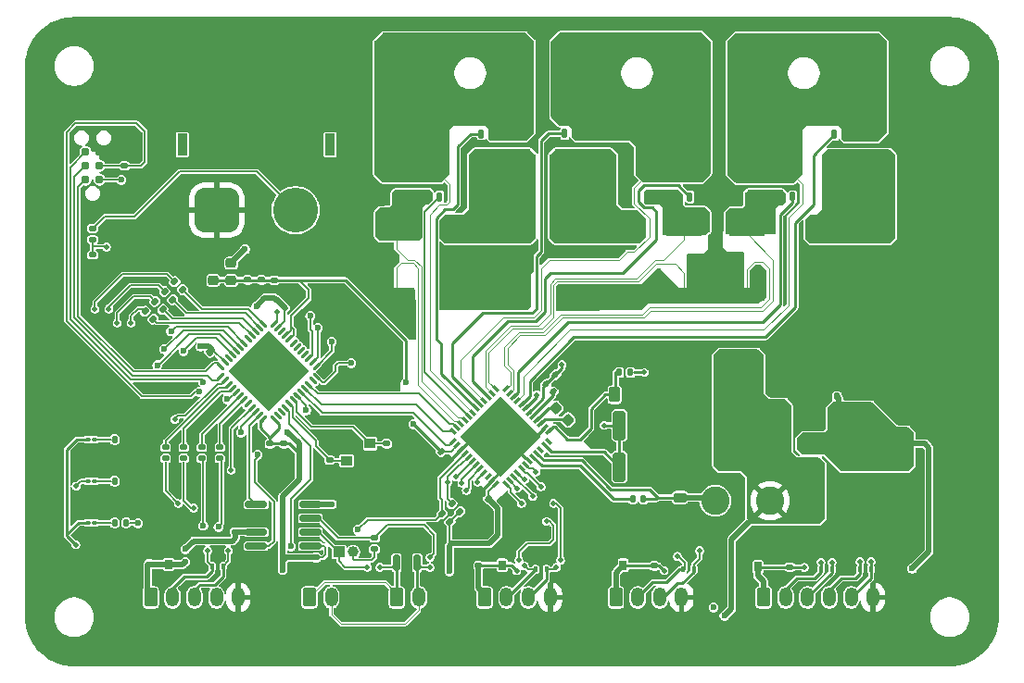
<source format=gbr>
%TF.GenerationSoftware,KiCad,Pcbnew,9.0.2*%
%TF.CreationDate,2025-08-28T15:12:57+09:00*%
%TF.ProjectId,BLDC_Contr,424c4443-5f43-46f6-9e74-722e6b696361,rev?*%
%TF.SameCoordinates,Original*%
%TF.FileFunction,Copper,L1,Top*%
%TF.FilePolarity,Positive*%
%FSLAX46Y46*%
G04 Gerber Fmt 4.6, Leading zero omitted, Abs format (unit mm)*
G04 Created by KiCad (PCBNEW 9.0.2) date 2025-08-28 15:12:57*
%MOMM*%
%LPD*%
G01*
G04 APERTURE LIST*
G04 Aperture macros list*
%AMRoundRect*
0 Rectangle with rounded corners*
0 $1 Rounding radius*
0 $2 $3 $4 $5 $6 $7 $8 $9 X,Y pos of 4 corners*
0 Add a 4 corners polygon primitive as box body*
4,1,4,$2,$3,$4,$5,$6,$7,$8,$9,$2,$3,0*
0 Add four circle primitives for the rounded corners*
1,1,$1+$1,$2,$3*
1,1,$1+$1,$4,$5*
1,1,$1+$1,$6,$7*
1,1,$1+$1,$8,$9*
0 Add four rect primitives between the rounded corners*
20,1,$1+$1,$2,$3,$4,$5,0*
20,1,$1+$1,$4,$5,$6,$7,0*
20,1,$1+$1,$6,$7,$8,$9,0*
20,1,$1+$1,$8,$9,$2,$3,0*%
%AMRotRect*
0 Rectangle, with rotation*
0 The origin of the aperture is its center*
0 $1 length*
0 $2 width*
0 $3 Rotation angle, in degrees counterclockwise*
0 Add horizontal line*
21,1,$1,$2,0,0,$3*%
G04 Aperture macros list end*
%TA.AperFunction,SMDPad,CuDef*%
%ADD10RoundRect,0.140000X0.170000X-0.140000X0.170000X0.140000X-0.170000X0.140000X-0.170000X-0.140000X0*%
%TD*%
%TA.AperFunction,SMDPad,CuDef*%
%ADD11RoundRect,0.135000X-0.135000X-0.185000X0.135000X-0.185000X0.135000X0.185000X-0.135000X0.185000X0*%
%TD*%
%TA.AperFunction,SMDPad,CuDef*%
%ADD12RoundRect,0.140000X-0.170000X0.140000X-0.170000X-0.140000X0.170000X-0.140000X0.170000X0.140000X0*%
%TD*%
%TA.AperFunction,SMDPad,CuDef*%
%ADD13RoundRect,0.135000X0.226274X0.035355X0.035355X0.226274X-0.226274X-0.035355X-0.035355X-0.226274X0*%
%TD*%
%TA.AperFunction,SMDPad,CuDef*%
%ADD14R,1.000000X0.900000*%
%TD*%
%TA.AperFunction,SMDPad,CuDef*%
%ADD15RoundRect,0.135000X-0.226274X-0.035355X-0.035355X-0.226274X0.226274X0.035355X0.035355X0.226274X0*%
%TD*%
%TA.AperFunction,SMDPad,CuDef*%
%ADD16RoundRect,0.135000X-0.185000X0.135000X-0.185000X-0.135000X0.185000X-0.135000X0.185000X0.135000X0*%
%TD*%
%TA.AperFunction,SMDPad,CuDef*%
%ADD17RotRect,0.249999X0.599999X315.000000*%
%TD*%
%TA.AperFunction,SMDPad,CuDef*%
%ADD18RotRect,0.249999X0.599999X225.000000*%
%TD*%
%TA.AperFunction,SMDPad,CuDef*%
%ADD19RotRect,5.150000X5.150000X225.000000*%
%TD*%
%TA.AperFunction,SMDPad,CuDef*%
%ADD20RoundRect,0.125000X0.125000X-0.300000X0.125000X0.300000X-0.125000X0.300000X-0.125000X-0.300000X0*%
%TD*%
%TA.AperFunction,SMDPad,CuDef*%
%ADD21R,4.410000X4.550000*%
%TD*%
%TA.AperFunction,SMDPad,CuDef*%
%ADD22RoundRect,0.100000X-0.100000X0.155000X-0.100000X-0.155000X0.100000X-0.155000X0.100000X0.155000X0*%
%TD*%
%TA.AperFunction,ComponentPad*%
%ADD23C,2.600000*%
%TD*%
%TA.AperFunction,ComponentPad*%
%ADD24R,1.000000X1.000000*%
%TD*%
%TA.AperFunction,ComponentPad*%
%ADD25C,1.000000*%
%TD*%
%TA.AperFunction,SMDPad,CuDef*%
%ADD26RoundRect,0.250000X-0.262500X-0.450000X0.262500X-0.450000X0.262500X0.450000X-0.262500X0.450000X0*%
%TD*%
%TA.AperFunction,SMDPad,CuDef*%
%ADD27RoundRect,0.140000X-0.140000X-0.170000X0.140000X-0.170000X0.140000X0.170000X-0.140000X0.170000X0*%
%TD*%
%TA.AperFunction,SMDPad,CuDef*%
%ADD28RoundRect,0.140000X0.140000X0.170000X-0.140000X0.170000X-0.140000X-0.170000X0.140000X-0.170000X0*%
%TD*%
%TA.AperFunction,SMDPad,CuDef*%
%ADD29RoundRect,0.140000X0.219203X0.021213X0.021213X0.219203X-0.219203X-0.021213X-0.021213X-0.219203X0*%
%TD*%
%TA.AperFunction,SMDPad,CuDef*%
%ADD30RoundRect,0.225000X0.250000X-0.225000X0.250000X0.225000X-0.250000X0.225000X-0.250000X-0.225000X0*%
%TD*%
%TA.AperFunction,SMDPad,CuDef*%
%ADD31RoundRect,0.250000X-1.425000X0.362500X-1.425000X-0.362500X1.425000X-0.362500X1.425000X0.362500X0*%
%TD*%
%TA.AperFunction,SMDPad,CuDef*%
%ADD32RoundRect,0.075000X0.275000X-0.390000X0.275000X0.390000X-0.275000X0.390000X-0.275000X-0.390000X0*%
%TD*%
%TA.AperFunction,SMDPad,CuDef*%
%ADD33RoundRect,0.075000X0.275000X-0.075000X0.275000X0.075000X-0.275000X0.075000X-0.275000X-0.075000X0*%
%TD*%
%TA.AperFunction,SMDPad,CuDef*%
%ADD34RoundRect,0.250000X-1.045000X0.785000X-1.045000X-0.785000X1.045000X-0.785000X1.045000X0.785000X0*%
%TD*%
%TA.AperFunction,SMDPad,CuDef*%
%ADD35RoundRect,0.250000X0.785000X1.045000X-0.785000X1.045000X-0.785000X-1.045000X0.785000X-1.045000X0*%
%TD*%
%TA.AperFunction,SMDPad,CuDef*%
%ADD36RoundRect,0.125000X-0.125000X0.300000X-0.125000X-0.300000X0.125000X-0.300000X0.125000X0.300000X0*%
%TD*%
%TA.AperFunction,SMDPad,CuDef*%
%ADD37RoundRect,0.225000X-0.335876X-0.017678X-0.017678X-0.335876X0.335876X0.017678X0.017678X0.335876X0*%
%TD*%
%TA.AperFunction,SMDPad,CuDef*%
%ADD38RoundRect,0.140000X0.021213X-0.219203X0.219203X-0.021213X-0.021213X0.219203X-0.219203X0.021213X0*%
%TD*%
%TA.AperFunction,SMDPad,CuDef*%
%ADD39RoundRect,0.100000X0.130000X0.100000X-0.130000X0.100000X-0.130000X-0.100000X0.130000X-0.100000X0*%
%TD*%
%TA.AperFunction,ComponentPad*%
%ADD40R,0.900000X2.000000*%
%TD*%
%TA.AperFunction,ComponentPad*%
%ADD41RoundRect,1.025000X-1.025000X-1.025000X1.025000X-1.025000X1.025000X1.025000X-1.025000X1.025000X0*%
%TD*%
%TA.AperFunction,ComponentPad*%
%ADD42C,4.100000*%
%TD*%
%TA.AperFunction,SMDPad,CuDef*%
%ADD43RoundRect,0.140000X-0.021213X0.219203X-0.219203X0.021213X0.021213X-0.219203X0.219203X-0.021213X0*%
%TD*%
%TA.AperFunction,SMDPad,CuDef*%
%ADD44RoundRect,0.250000X-0.325000X-1.100000X0.325000X-1.100000X0.325000X1.100000X-0.325000X1.100000X0*%
%TD*%
%TA.AperFunction,ComponentPad*%
%ADD45RoundRect,0.250000X-0.350000X-0.625000X0.350000X-0.625000X0.350000X0.625000X-0.350000X0.625000X0*%
%TD*%
%TA.AperFunction,ComponentPad*%
%ADD46O,1.200000X1.750000*%
%TD*%
%TA.AperFunction,SMDPad,CuDef*%
%ADD47RoundRect,0.375000X-0.625000X-0.375000X0.625000X-0.375000X0.625000X0.375000X-0.625000X0.375000X0*%
%TD*%
%TA.AperFunction,SMDPad,CuDef*%
%ADD48RoundRect,0.500000X-0.500000X-1.400000X0.500000X-1.400000X0.500000X1.400000X-0.500000X1.400000X0*%
%TD*%
%TA.AperFunction,ConnectorPad*%
%ADD49C,0.787400*%
%TD*%
%TA.AperFunction,SMDPad,CuDef*%
%ADD50RoundRect,0.225000X0.375000X-0.225000X0.375000X0.225000X-0.375000X0.225000X-0.375000X-0.225000X0*%
%TD*%
%TA.AperFunction,SMDPad,CuDef*%
%ADD51RoundRect,0.135000X0.135000X0.185000X-0.135000X0.185000X-0.135000X-0.185000X0.135000X-0.185000X0*%
%TD*%
%TA.AperFunction,SMDPad,CuDef*%
%ADD52RoundRect,0.218750X-0.256250X0.218750X-0.256250X-0.218750X0.256250X-0.218750X0.256250X0.218750X0*%
%TD*%
%TA.AperFunction,SMDPad,CuDef*%
%ADD53RoundRect,0.062500X0.309359X-0.220971X-0.220971X0.309359X-0.309359X0.220971X0.220971X-0.309359X0*%
%TD*%
%TA.AperFunction,SMDPad,CuDef*%
%ADD54RoundRect,0.062500X0.309359X0.220971X0.220971X0.309359X-0.309359X-0.220971X-0.220971X-0.309359X0*%
%TD*%
%TA.AperFunction,HeatsinkPad*%
%ADD55RotRect,5.150000X5.150000X135.000000*%
%TD*%
%TA.AperFunction,SMDPad,CuDef*%
%ADD56RoundRect,0.150000X-0.825000X-0.150000X0.825000X-0.150000X0.825000X0.150000X-0.825000X0.150000X0*%
%TD*%
%TA.AperFunction,SMDPad,CuDef*%
%ADD57RoundRect,0.150000X0.150000X-0.587500X0.150000X0.587500X-0.150000X0.587500X-0.150000X-0.587500X0*%
%TD*%
%TA.AperFunction,SMDPad,CuDef*%
%ADD58RoundRect,0.140000X-0.219203X-0.021213X-0.021213X-0.219203X0.219203X0.021213X0.021213X0.219203X0*%
%TD*%
%TA.AperFunction,ViaPad*%
%ADD59C,0.600000*%
%TD*%
%TA.AperFunction,ViaPad*%
%ADD60C,0.500000*%
%TD*%
%TA.AperFunction,Conductor*%
%ADD61C,0.254000*%
%TD*%
%TA.AperFunction,Conductor*%
%ADD62C,0.500000*%
%TD*%
%TA.AperFunction,Conductor*%
%ADD63C,0.152400*%
%TD*%
%TA.AperFunction,Conductor*%
%ADD64C,0.200000*%
%TD*%
%TA.AperFunction,Conductor*%
%ADD65C,0.101600*%
%TD*%
G04 APERTURE END LIST*
D10*
%TO.P,C12,1*%
%TO.N,HSE_IN*%
X114427184Y-65632905D03*
%TO.P,C12,2*%
%TO.N,GND*%
X114427184Y-64672905D03*
%TD*%
D11*
%TO.P,R4,1*%
%TO.N,/LED_B_R2*%
X94783185Y-67565904D03*
%TO.P,R4,2*%
%TO.N,GND*%
X95803183Y-67565904D03*
%TD*%
D12*
%TO.P,C1,1*%
%TO.N,+3.3V*%
X110236183Y-64136904D03*
%TO.P,C1,2*%
%TO.N,GND*%
X110236183Y-65096904D03*
%TD*%
D13*
%TO.P,R15,1*%
%TO.N,SP2_MISO*%
X99169132Y-51835957D03*
%TO.P,R15,2*%
%TO.N,/SPI2_MISO_C*%
X98447884Y-51114709D03*
%TD*%
D14*
%TO.P,Y1,1,1*%
%TO.N,HSE_IN*%
X115941184Y-65686904D03*
%TO.P,Y1,2,2*%
%TO.N,GND*%
X118091184Y-65686904D03*
%TO.P,Y1,3,3*%
%TO.N,HSE_OUT*%
X118091184Y-64136904D03*
%TO.P,Y1,4,4*%
%TO.N,GND*%
X115941184Y-64136904D03*
%TD*%
D15*
%TO.P,R13,1*%
%TO.N,/SPI2_NCS_C*%
X100243936Y-49318656D03*
%TO.P,R13,2*%
%TO.N,SP2_NCS*%
X100965184Y-50039904D03*
%TD*%
D16*
%TO.P,R1,1*%
%TO.N,+BATT*%
X92753184Y-44451905D03*
%TO.P,R1,2*%
%TO.N,VIN_DIVIDER*%
X92753184Y-45471903D03*
%TD*%
D17*
%TO.P,U2,1,FB*%
%TO.N,/FB*%
X134393868Y-63035309D03*
%TO.P,U2,2,PGND*%
%TO.N,GND*%
X134040317Y-62681754D03*
%TO.P,U2,3,CPL*%
%TO.N,/CPL*%
X133686765Y-62328209D03*
%TO.P,U2,4,CPH*%
%TO.N,/CPH*%
X133333210Y-61974645D03*
%TO.P,U2,5,VCP*%
%TO.N,/VCP*%
X132979656Y-61621100D03*
%TO.P,U2,6,VM*%
%TO.N,+BATT*%
X132626101Y-61267541D03*
%TO.P,U2,7,VDRAIN*%
X132272549Y-60913987D03*
%TO.P,U2,8,GHA*%
%TO.N,GHA*%
X131918997Y-60560435D03*
%TO.P,U2,9,SHA*%
%TO.N,SHA*%
X131565439Y-60206883D03*
%TO.P,U2,10,GLA*%
%TO.N,GLA*%
X131211889Y-59853332D03*
%TO.P,U2,11,SPA*%
%TO.N,SPA*%
X130858334Y-59499773D03*
%TO.P,U2,12,SNA*%
%TO.N,GND*%
X130504781Y-59146219D03*
D18*
%TO.P,U2,13,SNB*%
X129585542Y-59146221D03*
%TO.P,U2,14,SPB*%
%TO.N,SPB*%
X129231987Y-59499772D03*
%TO.P,U2,15,GLB*%
%TO.N,GLB*%
X128878442Y-59853324D03*
%TO.P,U2,16,SHB*%
%TO.N,SHB*%
X128524878Y-60206879D03*
%TO.P,U2,17,GHB*%
%TO.N,GHB*%
X128171333Y-60560433D03*
%TO.P,U2,18,GHC*%
%TO.N,GHC*%
X127817774Y-60913988D03*
%TO.P,U2,19,SHC*%
%TO.N,SHC*%
X127464220Y-61267540D03*
%TO.P,U2,20,GLC*%
%TO.N,GLC*%
X127110668Y-61621092D03*
%TO.P,U2,21,SPC*%
%TO.N,SPC*%
X126757116Y-61974650D03*
%TO.P,U2,22,SNC*%
%TO.N,GND*%
X126403565Y-62328200D03*
%TO.P,U2,23,SOC*%
%TO.N,SOC*%
X126050006Y-62681755D03*
%TO.P,U2,24,SOB*%
%TO.N,SOB*%
X125696452Y-63035308D03*
D17*
%TO.P,U2,25,SOA*%
%TO.N,SOA*%
X125696454Y-63954547D03*
%TO.P,U2,26,VREF*%
%TO.N,+3.3VA*%
X126050005Y-64308102D03*
%TO.P,U2,27,DGND*%
%TO.N,GND*%
X126403565Y-64661654D03*
%TO.P,U2,28,nFAULT*%
%TO.N,NFAULT_PRE*%
X126757112Y-65015211D03*
%TO.P,U2,29,SDO*%
%TO.N,SP1_MISO*%
X127110669Y-65368766D03*
%TO.P,U2,30,SDI*%
%TO.N,SP1_MOSI*%
X127464221Y-65722315D03*
%TO.P,U2,31,SCLK*%
%TO.N,SP1_SCK*%
X127817773Y-66075869D03*
%TO.P,U2,32,nSCS*%
%TO.N,SP1_NCS*%
X128171330Y-66429420D03*
%TO.P,U2,33,ENABLE*%
%TO.N,MOTOR_HiZ*%
X128524883Y-66782973D03*
%TO.P,U2,34,CAL*%
%TO.N,unconnected-(U2-CAL-Pad34)*%
X128878436Y-67136530D03*
%TO.P,U2,35,AGND*%
%TO.N,GND*%
X129231988Y-67490083D03*
%TO.P,U2,36,DVDD*%
%TO.N,+3.3V*%
X129585541Y-67843637D03*
D18*
%TO.P,U2,37,INHA*%
%TO.N,INHA*%
X130504780Y-67843635D03*
%TO.P,U2,38,INLA*%
%TO.N,MOTOR_HiZ*%
X130858335Y-67490084D03*
%TO.P,U2,39,INHB*%
%TO.N,INHB*%
X131211887Y-67136524D03*
%TO.P,U2,40,INLB*%
%TO.N,MOTOR_HiZ*%
X131565444Y-66782977D03*
%TO.P,U2,41,INHC*%
%TO.N,INHC*%
X131918999Y-66429420D03*
%TO.P,U2,42,INLC*%
%TO.N,MOTOR_HiZ*%
X132272548Y-66075868D03*
%TO.P,U2,43,BGND*%
%TO.N,GND*%
X132626102Y-65722316D03*
%TO.P,U2,44,CB*%
%TO.N,/CB*%
X132979653Y-65368759D03*
%TO.P,U2,45,SW*%
%TO.N,/SW*%
X133333206Y-65015206D03*
%TO.P,U2,46,NC*%
%TO.N,unconnected-(U2-NC-Pad46)*%
X133686763Y-64661653D03*
%TO.P,U2,47,VIN*%
%TO.N,+BATT*%
X134040316Y-64308101D03*
%TO.P,U2,48,nSHDN*%
%TO.N,unconnected-(U2-nSHDN-Pad48)*%
X134393870Y-63954548D03*
D19*
%TO.P,U2,49,PAD*%
%TO.N,GND*%
X130045161Y-63494928D03*
%TD*%
D20*
%TO.P,Q5,1,S*%
%TO.N,SPC*%
X120640186Y-41556057D03*
%TO.P,Q5,2,S*%
X121910185Y-41556059D03*
%TO.P,Q5,3,S*%
X123180183Y-41556060D03*
%TO.P,Q5,4,G*%
%TO.N,GLC*%
X124450183Y-41556061D03*
D21*
%TO.P,Q5,5,D*%
%TO.N,SHC*%
X122545180Y-37606057D03*
%TD*%
D22*
%TO.P,D12,1,K*%
%TO.N,/AMT_A_C*%
X103683186Y-75332903D03*
%TO.P,D12,2,K*%
%TO.N,/AMT_B_C*%
X104683186Y-75332903D03*
%TO.P,D12,3,A*%
%TO.N,GND*%
X104183186Y-74042904D03*
%TD*%
D10*
%TO.P,C25,1*%
%TO.N,+3.3V*%
X144094685Y-75312905D03*
%TO.P,C25,2*%
%TO.N,GND*%
X144094685Y-74352905D03*
%TD*%
D23*
%TO.P,L1,1*%
%TO.N,/SW*%
X149636184Y-69343905D03*
%TO.P,L1,2*%
%TO.N,+5V*%
X154636184Y-69343905D03*
%TD*%
D24*
%TO.P,J8,1,Pin_1*%
%TO.N,/CAN_L_C*%
X115280788Y-74042904D03*
D25*
%TO.P,J8,2,Pin_2*%
%TO.N,/CAN_R_J*%
X116550784Y-74042904D03*
%TD*%
D10*
%TO.P,C7,1*%
%TO.N,+3.3VA*%
X108204184Y-49150904D03*
%TO.P,C7,2*%
%TO.N,GND*%
X108204184Y-48190904D03*
%TD*%
D26*
%TO.P,R9,1*%
%TO.N,/FB*%
X140458184Y-59653671D03*
%TO.P,R9,2*%
%TO.N,GND*%
X142283184Y-59653671D03*
%TD*%
D27*
%TO.P,C20,1*%
%TO.N,/CB*%
X142118184Y-69216904D03*
%TO.P,C20,2*%
%TO.N,/SW*%
X143078184Y-69216904D03*
%TD*%
D28*
%TO.P,C10,1*%
%TO.N,+3.3V*%
X160754184Y-59818904D03*
%TO.P,C10,2*%
%TO.N,GND*%
X159794184Y-59818904D03*
%TD*%
D29*
%TO.P,C14,1*%
%TO.N,/VCP*%
X134832595Y-59396315D03*
%TO.P,C14,2*%
%TO.N,+BATT*%
X134153773Y-58717493D03*
%TD*%
D10*
%TO.P,C27,1*%
%TO.N,+5V*%
X105791184Y-72199904D03*
%TO.P,C27,2*%
%TO.N,GND*%
X105791184Y-71239904D03*
%TD*%
D30*
%TO.P,C6,1*%
%TO.N,+3.3VA*%
X103759184Y-49189907D03*
%TO.P,C6,2*%
%TO.N,GND*%
X103759184Y-47639907D03*
%TD*%
D12*
%TO.P,C4,1*%
%TO.N,+3.3V*%
X108956184Y-64136904D03*
%TO.P,C4,2*%
%TO.N,GND*%
X108956184Y-65096904D03*
%TD*%
D31*
%TO.P,R11,1*%
%TO.N,SPB*%
X146802184Y-44563558D03*
%TO.P,R11,2*%
%TO.N,GND*%
X146802184Y-50488558D03*
%TD*%
D32*
%TO.P,D6,1,K*%
%TO.N,+3.3V*%
X153531183Y-75392904D03*
D33*
%TO.P,D6,2,A*%
%TO.N,GND*%
X153531183Y-74507905D03*
%TD*%
D15*
%TO.P,R16,1*%
%TO.N,/SPI2_MOSI_C*%
X97549857Y-52012735D03*
%TO.P,R16,2*%
%TO.N,SP2_MOSI*%
X98271105Y-52733983D03*
%TD*%
D34*
%TO.P,C35,1*%
%TO.N,+BATT*%
X164582184Y-44426058D03*
%TO.P,C35,2*%
%TO.N,GND*%
X164582184Y-50666058D03*
%TD*%
D35*
%TO.P,C21,1*%
%TO.N,+5V*%
X152735451Y-62213137D03*
%TO.P,C21,2*%
%TO.N,GND*%
X146495451Y-62213137D03*
%TD*%
D36*
%TO.P,Q6,1,S*%
%TO.N,SHC*%
X132070180Y-35782908D03*
%TO.P,Q6,2,S*%
X130800183Y-35782906D03*
%TO.P,Q6,3,S*%
X129530184Y-35782907D03*
%TO.P,Q6,4,G*%
%TO.N,GHC*%
X128260183Y-35782904D03*
D21*
%TO.P,Q6,5,D*%
%TO.N,+BATT*%
X130165186Y-39732908D03*
%TD*%
D37*
%TO.P,C16,1*%
%TO.N,/CPH*%
X135088175Y-60880307D03*
%TO.P,C16,2*%
%TO.N,/CPL*%
X136184191Y-61976323D03*
%TD*%
D12*
%TO.P,C11,1*%
%TO.N,HSE_OUT*%
X119634184Y-64136904D03*
%TO.P,C11,2*%
%TO.N,GND*%
X119634184Y-65096904D03*
%TD*%
D38*
%TO.P,C3,1*%
%TO.N,+3.3V*%
X110277773Y-51690904D03*
%TO.P,C3,2*%
%TO.N,GND*%
X110956595Y-51012082D03*
%TD*%
D11*
%TO.P,R5,1*%
%TO.N,/LED_R_R*%
X94783185Y-71375904D03*
%TO.P,R5,2*%
%TO.N,NFAULT_PRE*%
X95803183Y-71375904D03*
%TD*%
D39*
%TO.P,D2,1,K*%
%TO.N,/LED_B_R2*%
X92946184Y-67565906D03*
%TO.P,D2,2,A*%
%TO.N,USER_LED*%
X92306184Y-67565902D03*
%TD*%
D40*
%TO.P,J1,*%
%TO.N,*%
X100945184Y-36772904D03*
X114445184Y-36772904D03*
D41*
%TO.P,J1,1,Pin_1*%
%TO.N,GND*%
X104095184Y-42772904D03*
D42*
%TO.P,J1,2,Pin_2*%
%TO.N,+BATT*%
X111295184Y-42772904D03*
%TD*%
D32*
%TO.P,D8,1,K*%
%TO.N,+3.3V*%
X141224184Y-75257904D03*
D33*
%TO.P,D8,2,A*%
%TO.N,GND*%
X141224184Y-74372905D03*
%TD*%
D34*
%TO.P,C30,1*%
%TO.N,+BATT*%
X126023185Y-44426058D03*
%TO.P,C30,2*%
%TO.N,GND*%
X126023185Y-50666058D03*
%TD*%
D31*
%TO.P,R12,1*%
%TO.N,SPC*%
X120513184Y-44537405D03*
%TO.P,R12,2*%
%TO.N,GND*%
X120513184Y-50462405D03*
%TD*%
D43*
%TO.P,C2,1*%
%TO.N,+3.3V*%
X103453595Y-55796493D03*
%TO.P,C2,2*%
%TO.N,GND*%
X102774773Y-56475315D03*
%TD*%
D22*
%TO.P,D4,1,K*%
%TO.N,/SPI2_MISO_C*%
X162865184Y-75631402D03*
%TO.P,D4,2,K*%
%TO.N,/SPI2_MOSI_C*%
X163865184Y-75631402D03*
%TO.P,D4,3,A*%
%TO.N,GND*%
X163365184Y-74341403D03*
%TD*%
D39*
%TO.P,D1,1,K*%
%TO.N,/LED_B_R1*%
X92946184Y-63755904D03*
%TO.P,D1,2,A*%
%TO.N,+3.3V*%
X92306184Y-63755900D03*
%TD*%
D13*
%TO.P,R6,1*%
%TO.N,+3.3V*%
X125392212Y-71265934D03*
%TO.P,R6,2*%
%TO.N,NFAULT_PRE*%
X124670964Y-70544686D03*
%TD*%
D10*
%TO.P,C24,1*%
%TO.N,+3.3V*%
X156464183Y-75439904D03*
%TO.P,C24,2*%
%TO.N,GND*%
X156464183Y-74479904D03*
%TD*%
D11*
%TO.P,R3,1*%
%TO.N,/LED_B_R1*%
X94783184Y-63755904D03*
%TO.P,R3,2*%
%TO.N,GND*%
X95803182Y-63755904D03*
%TD*%
D34*
%TO.P,C34,1*%
%TO.N,+BATT*%
X159453182Y-44426058D03*
%TO.P,C34,2*%
%TO.N,GND*%
X159453182Y-50666058D03*
%TD*%
D29*
%TO.P,C13,1*%
%TO.N,+3.3V*%
X128905184Y-69175315D03*
%TO.P,C13,2*%
%TO.N,GND*%
X128226362Y-68496493D03*
%TD*%
D44*
%TO.P,C19,1*%
%TO.N,+BATT*%
X140871682Y-66267905D03*
%TO.P,C19,2*%
%TO.N,GND*%
X143821684Y-66267905D03*
%TD*%
D16*
%TO.P,R22,1*%
%TO.N,AMT_B*%
X104384184Y-64451906D03*
%TO.P,R22,2*%
%TO.N,/AMT_B_C*%
X104384184Y-65471904D03*
%TD*%
D45*
%TO.P,J7,1,Pin_1*%
%TO.N,/CAN_L_C*%
X112559183Y-78196904D03*
D46*
%TO.P,J7,2,Pin_2*%
%TO.N,/CAN_H_C*%
X114559184Y-78196904D03*
%TD*%
D29*
%TO.P,C15,1*%
%TO.N,GND*%
X135721595Y-58507315D03*
%TO.P,C15,2*%
%TO.N,+BATT*%
X135042773Y-57828493D03*
%TD*%
D12*
%TO.P,C28,1*%
%TO.N,+3.3V*%
X113157183Y-74550904D03*
%TO.P,C28,2*%
%TO.N,GND*%
X113157183Y-75510904D03*
%TD*%
D10*
%TO.P,C29,1*%
%TO.N,+5V*%
X97927182Y-75157904D03*
%TO.P,C29,2*%
%TO.N,GND*%
X97927182Y-74197904D03*
%TD*%
D32*
%TO.P,D10,1,K*%
%TO.N,+3.3V*%
X130175183Y-75257904D03*
D33*
%TO.P,D10,2,A*%
%TO.N,GND*%
X130175183Y-74372905D03*
%TD*%
D34*
%TO.P,C31,1*%
%TO.N,+BATT*%
X131103185Y-44426057D03*
%TO.P,C31,2*%
%TO.N,GND*%
X131103185Y-50666057D03*
%TD*%
D16*
%TO.P,R17,1*%
%TO.N,TX*%
X99431183Y-64451906D03*
%TO.P,R17,2*%
%TO.N,/UART_RX_C*%
X99431183Y-65471904D03*
%TD*%
D45*
%TO.P,J6,1,Pin_1*%
%TO.N,/CAN_L_C*%
X120559183Y-78196904D03*
D46*
%TO.P,J6,2,Pin_2*%
%TO.N,/CAN_H_C*%
X122559184Y-78196904D03*
%TD*%
D32*
%TO.P,D13,1,K*%
%TO.N,+5V*%
X99695183Y-75181903D03*
D33*
%TO.P,D13,2,A*%
%TO.N,GND*%
X99695183Y-74296904D03*
%TD*%
D20*
%TO.P,Q1,1,S*%
%TO.N,SPA*%
X152898187Y-41530900D03*
%TO.P,Q1,2,S*%
X154168186Y-41530902D03*
%TO.P,Q1,3,S*%
X155438184Y-41530903D03*
%TO.P,Q1,4,G*%
%TO.N,GLA*%
X156708184Y-41530904D03*
D21*
%TO.P,Q1,5,D*%
%TO.N,SHA*%
X154803181Y-37580900D03*
%TD*%
D47*
%TO.P,U3,1,GND*%
%TO.N,GND*%
X158500684Y-61836904D03*
%TO.P,U3,2,VO*%
%TO.N,+3.3V*%
X158500685Y-64136904D03*
D48*
X164800683Y-64136904D03*
D47*
%TO.P,U3,3,VI*%
%TO.N,+5V*%
X158500684Y-66436904D03*
%TD*%
D22*
%TO.P,D9,1,K*%
%TO.N,I2C_SCL*%
X133223183Y-75635404D03*
%TO.P,D9,2,K*%
%TO.N,I2C_SDA*%
X134223183Y-75635404D03*
%TO.P,D9,3,A*%
%TO.N,GND*%
X133723183Y-74345405D03*
%TD*%
D35*
%TO.P,C22,1*%
%TO.N,+5V*%
X152716184Y-57151904D03*
%TO.P,C22,2*%
%TO.N,GND*%
X146476184Y-57151904D03*
%TD*%
D10*
%TO.P,C26,1*%
%TO.N,+3.3V*%
X128016183Y-75312905D03*
%TO.P,C26,2*%
%TO.N,GND*%
X128016183Y-74352905D03*
%TD*%
D13*
%TO.P,R14,1*%
%TO.N,SP2_SCK*%
X100067158Y-50937932D03*
%TO.P,R14,2*%
%TO.N,/SPI2_SCK_C*%
X99345910Y-50216684D03*
%TD*%
D16*
%TO.P,R2,1*%
%TO.N,VIN_DIVIDER*%
X92753184Y-46864905D03*
%TO.P,R2,2*%
%TO.N,GND*%
X92753184Y-47884903D03*
%TD*%
D49*
%TO.P,J2,1,VCC*%
%TO.N,+3.3V*%
X93388184Y-39978904D03*
%TO.P,J2,2,SWDIO*%
%TO.N,SWDIO*%
X92118184Y-39978904D03*
%TO.P,J2,3,~{RESET}*%
%TO.N,NRST*%
X93388184Y-38708904D03*
%TO.P,J2,4,SWCLK*%
%TO.N,SWCLK*%
X92118184Y-38708904D03*
%TO.P,J2,5,GND*%
%TO.N,GND*%
X93388184Y-37438904D03*
%TO.P,J2,6,SWO*%
%TO.N,SWO*%
X92118184Y-37438904D03*
%TD*%
D34*
%TO.P,C32,1*%
%TO.N,+BATT*%
X136642184Y-44426058D03*
%TO.P,C32,2*%
%TO.N,GND*%
X136642184Y-50666058D03*
%TD*%
D36*
%TO.P,Q2,1,S*%
%TO.N,SHA*%
X164328184Y-35852905D03*
%TO.P,Q2,2,S*%
X163058186Y-35852901D03*
%TO.P,Q2,3,S*%
X161788190Y-35852902D03*
%TO.P,Q2,4,G*%
%TO.N,GHA*%
X160518187Y-35852901D03*
D21*
%TO.P,Q2,5,D*%
%TO.N,+BATT*%
X162423190Y-39802905D03*
%TD*%
D45*
%TO.P,J5,1,Pin_1*%
%TO.N,+3.3V*%
X128559183Y-78196904D03*
D46*
%TO.P,J5,2,Pin_2*%
%TO.N,I2C_SCL*%
X130559184Y-78196904D03*
%TO.P,J5,3,Pin_3*%
%TO.N,I2C_SDA*%
X132559183Y-78196904D03*
%TO.P,J5,4,Pin_4*%
%TO.N,GND*%
X134559183Y-78196904D03*
%TD*%
D44*
%TO.P,C18,1*%
%TO.N,+BATT*%
X140871682Y-62457905D03*
%TO.P,C18,2*%
%TO.N,GND*%
X143821684Y-62457905D03*
%TD*%
D36*
%TO.P,Q4,1,S*%
%TO.N,SHB*%
X139690181Y-35756058D03*
%TO.P,Q4,2,S*%
X138420182Y-35756054D03*
%TO.P,Q4,3,S*%
X137150186Y-35756055D03*
%TO.P,Q4,4,G*%
%TO.N,GHB*%
X135880183Y-35756054D03*
D21*
%TO.P,Q4,5,D*%
%TO.N,+BATT*%
X137785186Y-39706058D03*
%TD*%
D16*
%TO.P,R19,1*%
%TO.N,Net-(U4-S)*%
X114554184Y-69685905D03*
%TO.P,R19,2*%
%TO.N,GND*%
X114554184Y-70705903D03*
%TD*%
D50*
%TO.P,D19,1,K*%
%TO.N,/SW*%
X146410683Y-69061904D03*
%TO.P,D19,2,A*%
%TO.N,GND*%
X146410683Y-65761904D03*
%TD*%
D45*
%TO.P,J10,1,Pin_1*%
%TO.N,+5V*%
X98059183Y-78196904D03*
D46*
%TO.P,J10,2,Pin_2*%
%TO.N,/AMT_A_C*%
X100059184Y-78196904D03*
%TO.P,J10,3,Pin_3*%
%TO.N,/AMT_B_C*%
X102059183Y-78196904D03*
%TO.P,J10,4,Pin_4*%
%TO.N,unconnected-(J10-Pin_4-Pad4)*%
X104059183Y-78196904D03*
%TO.P,J10,5,Pin_5*%
%TO.N,GND*%
X106059183Y-78196904D03*
%TD*%
D10*
%TO.P,C5,1*%
%TO.N,+3.3VA*%
X106934184Y-49150905D03*
%TO.P,C5,2*%
%TO.N,GND*%
X106934184Y-48190905D03*
%TD*%
D16*
%TO.P,R21,1*%
%TO.N,AMT_A*%
X102733184Y-64451906D03*
%TO.P,R21,2*%
%TO.N,/AMT_A_C*%
X102733184Y-65471904D03*
%TD*%
D51*
%TO.P,R8,1*%
%TO.N,+5V*%
X141880683Y-57621671D03*
%TO.P,R8,2*%
%TO.N,/FB*%
X140860685Y-57621671D03*
%TD*%
D31*
%TO.P,R10,1*%
%TO.N,SPA*%
X152517183Y-44512004D03*
%TO.P,R10,2*%
%TO.N,GND*%
X152517183Y-50437004D03*
%TD*%
D52*
%TO.P,FB1,1*%
%TO.N,+3.3V*%
X105410184Y-47627406D03*
%TO.P,FB1,2*%
%TO.N,+3.3VA*%
X105410184Y-49202408D03*
%TD*%
D16*
%TO.P,R20,1*%
%TO.N,/CAN_H_C*%
X118491183Y-72772904D03*
%TO.P,R20,2*%
%TO.N,/CAN_R_J*%
X118491183Y-73792902D03*
%TD*%
D53*
%TO.P,U1,1,VBAT*%
%TO.N,+3.3V*%
X109330202Y-61908131D03*
%TO.P,U1,2,PC13*%
%TO.N,unconnected-(U1-PC13-Pad2)*%
X109683759Y-61554577D03*
%TO.P,U1,3,PC14*%
%TO.N,unconnected-(U1-PC14-Pad3)*%
X110037310Y-61201023D03*
%TO.P,U1,4,PC15*%
%TO.N,USER_LED*%
X110390866Y-60847467D03*
%TO.P,U1,5,PF0*%
%TO.N,HSE_IN*%
X110744416Y-60493916D03*
%TO.P,U1,6,PF1*%
%TO.N,HSE_OUT*%
X111097971Y-60140372D03*
%TO.P,U1,7,PG10*%
%TO.N,NRST*%
X111451529Y-59786807D03*
%TO.P,U1,8,PA0*%
%TO.N,SOA*%
X111805074Y-59433253D03*
%TO.P,U1,9,PA1*%
%TO.N,SOB*%
X112158628Y-59079699D03*
%TO.P,U1,10,PA2*%
%TO.N,SOC*%
X112512184Y-58726147D03*
%TO.P,U1,11,PA3*%
%TO.N,unconnected-(U1-PA3-Pad11)*%
X112865741Y-58372592D03*
%TO.P,U1,12,PA4*%
%TO.N,SP1_NCS*%
X113219291Y-58019042D03*
D54*
%TO.P,U1,13,PA5*%
%TO.N,SP1_SCK*%
X113219293Y-57046772D03*
%TO.P,U1,14,PA6*%
%TO.N,SP1_MISO*%
X112865739Y-56693215D03*
%TO.P,U1,15,PA7*%
%TO.N,SP1_MOSI*%
X112512185Y-56339664D03*
%TO.P,U1,16,PC4*%
%TO.N,unconnected-(U1-PC4-Pad16)*%
X112158629Y-55986108D03*
%TO.P,U1,17,PB0*%
%TO.N,unconnected-(U1-PB0-Pad17)*%
X111805078Y-55632558D03*
%TO.P,U1,18,PB1*%
%TO.N,unconnected-(U1-PB1-Pad18)*%
X111451534Y-55279003D03*
%TO.P,U1,19,PB2*%
%TO.N,unconnected-(U1-PB2-Pad19)*%
X111097969Y-54925445D03*
%TO.P,U1,20,VREF+*%
%TO.N,+3.3VA*%
X110744415Y-54571900D03*
%TO.P,U1,21,VDDA*%
X110390861Y-54218346D03*
%TO.P,U1,22,PB10*%
%TO.N,unconnected-(U1-PB10-Pad22)*%
X110037309Y-53864790D03*
%TO.P,U1,23,VDD*%
%TO.N,+3.3V*%
X109683754Y-53511233D03*
%TO.P,U1,24,PB11*%
%TO.N,VIN_DIVIDER*%
X109330204Y-53157683D03*
D53*
%TO.P,U1,25,PB12*%
%TO.N,SP2_NCS*%
X108357934Y-53157681D03*
%TO.P,U1,26,PB13*%
%TO.N,SP2_SCK*%
X108004377Y-53511235D03*
%TO.P,U1,27,PB14*%
%TO.N,SP2_MISO*%
X107650826Y-53864789D03*
%TO.P,U1,28,PB15*%
%TO.N,SP2_MOSI*%
X107297270Y-54218345D03*
%TO.P,U1,29,PC6*%
%TO.N,unconnected-(U1-PC6-Pad29)*%
X106943720Y-54571896D03*
%TO.P,U1,30,PA8*%
%TO.N,INHA*%
X106590165Y-54925440D03*
%TO.P,U1,31,PA9*%
%TO.N,INHB*%
X106236607Y-55279005D03*
%TO.P,U1,32,PA10*%
%TO.N,INHC*%
X105883062Y-55632559D03*
%TO.P,U1,33,PA11*%
%TO.N,MOTOR_HiZ*%
X105529508Y-55986113D03*
%TO.P,U1,34,PA12*%
%TO.N,unconnected-(U1-PA12-Pad34)*%
X105175952Y-56339665D03*
%TO.P,U1,35,VDD*%
%TO.N,+3.3V*%
X104822395Y-56693220D03*
%TO.P,U1,36,PA13*%
%TO.N,SWDIO*%
X104468845Y-57046770D03*
D54*
%TO.P,U1,37,PA14*%
%TO.N,SWCLK*%
X104468843Y-58019040D03*
%TO.P,U1,38,PA15*%
%TO.N,I2C_SCL*%
X104822397Y-58372597D03*
%TO.P,U1,39,PC10*%
%TO.N,TX*%
X105175951Y-58726148D03*
%TO.P,U1,40,PC11*%
%TO.N,RX*%
X105529507Y-59079704D03*
%TO.P,U1,41,PB3*%
%TO.N,SWO*%
X105883058Y-59433254D03*
%TO.P,U1,42,PB4*%
%TO.N,AMT_A*%
X106236602Y-59786809D03*
%TO.P,U1,43,PB5*%
%TO.N,AMT_B*%
X106590167Y-60140367D03*
%TO.P,U1,44,PB6*%
%TO.N,unconnected-(U1-PB6-Pad44)*%
X106943721Y-60493912D03*
%TO.P,U1,45,PB7*%
%TO.N,I2C_SDA*%
X107297275Y-60847466D03*
%TO.P,U1,46,PB8*%
%TO.N,CAN_RX*%
X107650827Y-61201022D03*
%TO.P,U1,47,PB9*%
%TO.N,CAN_TX*%
X108004382Y-61554579D03*
%TO.P,U1,48,VDD*%
%TO.N,+3.3V*%
X108357932Y-61908129D03*
D55*
%TO.P,U1,49,VSS*%
%TO.N,GND*%
X108844068Y-57532906D03*
%TD*%
D45*
%TO.P,J4,1,Pin_1*%
%TO.N,+3.3V*%
X140559183Y-78196904D03*
D46*
%TO.P,J4,2,Pin_2*%
%TO.N,/UART_RX_C*%
X142559184Y-78196904D03*
%TO.P,J4,3,Pin_3*%
%TO.N,/UART_TX_C*%
X144559183Y-78196904D03*
%TO.P,J4,4,Pin_4*%
%TO.N,GND*%
X146559183Y-78196904D03*
%TD*%
D10*
%TO.P,C23,1*%
%TO.N,NRST*%
X95674184Y-38708904D03*
%TO.P,C23,2*%
%TO.N,GND*%
X95674184Y-37748904D03*
%TD*%
D39*
%TO.P,D3,1,K*%
%TO.N,/LED_R_R*%
X92946184Y-71375905D03*
%TO.P,D3,2,A*%
%TO.N,+3.3V*%
X92306184Y-71375901D03*
%TD*%
D22*
%TO.P,D5,1,K*%
%TO.N,/SPI2_NCS_C*%
X159309184Y-75631402D03*
%TO.P,D5,2,K*%
%TO.N,/SPI2_SCK_C*%
X160309184Y-75631402D03*
%TO.P,D5,3,A*%
%TO.N,GND*%
X159809184Y-74341403D03*
%TD*%
%TO.P,D7,1,K*%
%TO.N,/UART_RX_C*%
X146684683Y-75648903D03*
%TO.P,D7,2,K*%
%TO.N,/UART_TX_C*%
X147684683Y-75648903D03*
%TO.P,D7,3,A*%
%TO.N,GND*%
X147184683Y-74358904D03*
%TD*%
D56*
%TO.P,U4,1,TXD*%
%TO.N,CAN_TX*%
X107689183Y-69687904D03*
%TO.P,U4,2,GND*%
%TO.N,GND*%
X107689183Y-70957904D03*
%TO.P,U4,3,VCC*%
%TO.N,+5V*%
X107689183Y-72227904D03*
%TO.P,U4,4,RXD*%
%TO.N,CAN_RX*%
X107689183Y-73497904D03*
%TO.P,U4,5,VIO*%
%TO.N,+3.3V*%
X112639183Y-73497904D03*
%TO.P,U4,6,CANL*%
%TO.N,/CAN_L_C*%
X112639183Y-72227904D03*
%TO.P,U4,7,CANH*%
%TO.N,/CAN_H_C*%
X112639183Y-70957904D03*
%TO.P,U4,8,S*%
%TO.N,Net-(U4-S)*%
X112639183Y-69687904D03*
%TD*%
D45*
%TO.P,J3,1,Pin_1*%
%TO.N,+3.3V*%
X154059184Y-78196904D03*
D46*
%TO.P,J3,2,Pin_2*%
%TO.N,/SPI2_NCS_C*%
X156059185Y-78196904D03*
%TO.P,J3,3,Pin_3*%
%TO.N,/SPI2_SCK_C*%
X158059184Y-78196904D03*
%TO.P,J3,4,Pin_4*%
%TO.N,/SPI2_MISO_C*%
X160059184Y-78196904D03*
%TO.P,J3,5,Pin_5*%
%TO.N,/SPI2_MOSI_C*%
X162059184Y-78196904D03*
%TO.P,J3,6,Pin_6*%
%TO.N,GND*%
X164059184Y-78196904D03*
%TD*%
D13*
%TO.P,R7,1*%
%TO.N,+3.3V*%
X126315216Y-70342929D03*
%TO.P,R7,2*%
%TO.N,SP1_MISO*%
X125593968Y-69621681D03*
%TD*%
D57*
%TO.P,D11,1,A1*%
%TO.N,/CAN_L_C*%
X120505186Y-75030400D03*
%TO.P,D11,2,A2*%
%TO.N,/CAN_H_C*%
X122405184Y-75030401D03*
%TO.P,D11,3,common*%
%TO.N,GND*%
X121455184Y-73155407D03*
%TD*%
D10*
%TO.P,C8,1*%
%TO.N,+3.3VA*%
X109347184Y-49176906D03*
%TO.P,C8,2*%
%TO.N,GND*%
X109347184Y-48216906D03*
%TD*%
D58*
%TO.P,C17,1*%
%TO.N,+3.3VA*%
X124592931Y-64863063D03*
%TO.P,C17,2*%
%TO.N,GND*%
X125271753Y-65541885D03*
%TD*%
D20*
%TO.P,Q3,1,S*%
%TO.N,SPB*%
X143500186Y-41556057D03*
%TO.P,Q3,2,S*%
X144770184Y-41556061D03*
%TO.P,Q3,3,S*%
X146040180Y-41556060D03*
%TO.P,Q3,4,G*%
%TO.N,GLB*%
X147310183Y-41556061D03*
D21*
%TO.P,Q3,5,D*%
%TO.N,SHB*%
X145405180Y-37606057D03*
%TD*%
D34*
%TO.P,C33,1*%
%TO.N,+BATT*%
X141722184Y-44426057D03*
%TO.P,C33,2*%
%TO.N,GND*%
X141722184Y-50666057D03*
%TD*%
D16*
%TO.P,R18,1*%
%TO.N,RX*%
X101082184Y-64451905D03*
%TO.P,R18,2*%
%TO.N,/UART_TX_C*%
X101082184Y-65471903D03*
%TD*%
D27*
%TO.P,C9,1*%
%TO.N,+5V*%
X159286184Y-68454905D03*
%TO.P,C9,2*%
%TO.N,GND*%
X160246184Y-68454905D03*
%TD*%
D59*
%TO.N,+3.3V*%
X167640183Y-75566904D03*
X95377183Y-40006904D03*
D60*
X91215043Y-73379044D03*
D59*
X125349183Y-75820904D03*
X110564954Y-63046134D03*
X107701106Y-51558983D03*
D60*
X109601183Y-51055904D03*
X131503683Y-75762404D03*
D59*
X102618534Y-55249254D03*
X110109184Y-75693904D03*
D60*
X144970683Y-75757404D03*
X157765183Y-75452901D03*
D59*
X106680685Y-46356904D03*
%TO.N,+3.3VA*%
X121412183Y-58548904D03*
X122040744Y-62346708D03*
%TO.N,+5V*%
X149479183Y-79122904D03*
X101219183Y-73788904D03*
X101209183Y-74931904D03*
X150485184Y-79884904D03*
D60*
X150157184Y-60171904D03*
X143172184Y-57621671D03*
D59*
%TO.N,+BATT*%
X131699183Y-39244904D03*
X138811183Y-40260904D03*
X129667183Y-40260904D03*
X137795183Y-39244904D03*
X164465183Y-37720904D03*
X130683183Y-39244904D03*
X160981754Y-39752904D03*
X160981754Y-38228904D03*
X139319183Y-38736904D03*
X139827183Y-39752904D03*
X164465183Y-39752904D03*
X163304040Y-38228904D03*
X135763183Y-39244904D03*
X132207183Y-37720904D03*
X163884612Y-39244904D03*
X131191183Y-38736904D03*
X163304040Y-40260904D03*
X131699183Y-38736904D03*
X130683183Y-38228904D03*
X138811183Y-38736904D03*
X138303183Y-37720904D03*
X160981754Y-37720904D03*
X137795183Y-38228904D03*
X163304040Y-38736904D03*
X129667183Y-39752904D03*
X160401183Y-39752904D03*
X135763183Y-37720904D03*
X162723469Y-39244904D03*
X128143183Y-37720904D03*
X160981754Y-40260904D03*
X162142897Y-40260904D03*
X138303183Y-38736904D03*
X137795183Y-37720904D03*
X136271183Y-38228904D03*
X129667183Y-37720904D03*
X139827183Y-40260904D03*
X137287183Y-37720904D03*
X136271183Y-39244904D03*
X136779183Y-40260904D03*
D60*
X139474182Y-62457905D03*
D59*
X135763183Y-39752904D03*
X132207183Y-38228904D03*
X162723469Y-38736904D03*
X163304040Y-39752904D03*
X137795183Y-38736904D03*
X129667183Y-38228904D03*
X130683183Y-38736904D03*
X137287183Y-38228904D03*
X163884612Y-40260904D03*
X162142897Y-39752904D03*
X135763183Y-38228904D03*
X128651183Y-39752904D03*
X139827183Y-38228904D03*
X129159183Y-37720904D03*
X128143183Y-38228904D03*
X129159183Y-39244904D03*
X132207183Y-38736904D03*
X128143183Y-39244904D03*
X131699183Y-37720904D03*
X163304040Y-39244904D03*
X131191183Y-39244904D03*
X129159183Y-38736904D03*
X132207183Y-39752904D03*
X131191183Y-38228904D03*
X130683183Y-40260904D03*
X138811183Y-39244904D03*
X135763183Y-38736904D03*
X137287183Y-38736904D03*
X160401183Y-38736904D03*
X128651183Y-38736904D03*
X136271183Y-38736904D03*
X131699183Y-39752904D03*
X138811183Y-38228904D03*
X160401183Y-37720904D03*
X138303183Y-38228904D03*
X136271183Y-40260904D03*
X161562326Y-38228904D03*
X128143183Y-38736904D03*
X162723469Y-40260904D03*
X139827183Y-39244904D03*
X161562326Y-40260904D03*
X138303183Y-39752904D03*
X138811183Y-37720904D03*
X136779183Y-39752904D03*
X139319183Y-37720904D03*
X129159183Y-39752904D03*
X162142897Y-38228904D03*
X128143183Y-40260904D03*
X160981754Y-39244904D03*
X162142897Y-38736904D03*
X162723469Y-39752904D03*
X129159183Y-40260904D03*
X162723469Y-37720904D03*
X138303183Y-39244904D03*
X128143183Y-39752904D03*
X131191183Y-37720904D03*
X129667183Y-38736904D03*
X137795183Y-40260904D03*
X135763183Y-40260904D03*
X136271183Y-39752904D03*
X130175183Y-38736904D03*
X130683183Y-37720904D03*
X130175183Y-39244904D03*
X160401183Y-40260904D03*
X163304040Y-37720904D03*
X160981754Y-38736904D03*
X129159183Y-38228904D03*
D60*
X133333205Y-59660715D03*
D59*
X137287183Y-39244904D03*
X139319183Y-38228904D03*
X163884612Y-38736904D03*
X161562326Y-39244904D03*
X160401183Y-39244904D03*
X131191183Y-39752904D03*
X138303183Y-40260904D03*
X128651183Y-39244904D03*
X131191183Y-40260904D03*
X139319183Y-40260904D03*
X164465183Y-38736904D03*
X136271183Y-37720904D03*
X136779183Y-39244904D03*
X139827183Y-37720904D03*
X128651183Y-37720904D03*
X136779183Y-38228904D03*
X164465183Y-38228904D03*
X132207183Y-40260904D03*
X139827183Y-38736904D03*
X130683183Y-39752904D03*
D60*
X135636183Y-56897904D03*
D59*
X129667183Y-39244904D03*
X130175183Y-40260904D03*
X160401183Y-38228904D03*
X128651183Y-38228904D03*
X130175183Y-39752904D03*
X161562326Y-37720904D03*
X138811183Y-39752904D03*
X137795183Y-39752904D03*
X162142897Y-37720904D03*
X161562326Y-38736904D03*
X161562326Y-39752904D03*
X163884612Y-39752904D03*
X163884612Y-37720904D03*
X136779183Y-38736904D03*
X163884612Y-38228904D03*
X162723469Y-38228904D03*
X137287183Y-39752904D03*
X136779183Y-37720904D03*
X164465183Y-39244904D03*
X131699183Y-38228904D03*
X131699183Y-40260904D03*
X130175183Y-38228904D03*
X128651183Y-40260904D03*
X130175183Y-37720904D03*
X137287183Y-40260904D03*
X162142897Y-39244904D03*
X132207183Y-39244904D03*
X139319183Y-39244904D03*
X164465183Y-40260904D03*
X139319183Y-39752904D03*
%TO.N,NRST*%
X112258184Y-61088904D03*
X102489185Y-59394740D03*
D60*
%TO.N,USER_LED*%
X91239684Y-68020404D03*
D59*
X110871184Y-73534904D03*
D60*
%TO.N,/SPI2_MOSI_C*%
X163873184Y-74931904D03*
X96256183Y-53087904D03*
%TO.N,/SPI2_MISO_C*%
X94986184Y-53087904D03*
X162857184Y-74931904D03*
%TO.N,/SPI2_NCS_C*%
X159301183Y-74986404D03*
X92954184Y-51817905D03*
%TO.N,/SPI2_SCK_C*%
X160309183Y-74994403D03*
X94224183Y-51817904D03*
%TO.N,/UART_TX_C*%
X148209183Y-73915904D03*
X101981183Y-70006505D03*
%TO.N,/UART_RX_C*%
X100579183Y-69602904D03*
X146177183Y-74447407D03*
%TO.N,I2C_SDA*%
X135509183Y-74804904D03*
X135118010Y-75450077D03*
X105400184Y-66549904D03*
X134864184Y-69597904D03*
%TO.N,I2C_SCL*%
X134229184Y-71248904D03*
X132207183Y-75312904D03*
X100265791Y-61913512D03*
X131699183Y-74804904D03*
%TO.N,/CAN_H_C*%
X123571183Y-75449903D03*
X123571183Y-74550904D03*
%TO.N,/CAN_L_C*%
X118999183Y-75439904D03*
X117846184Y-75439904D03*
D59*
%TO.N,/AMT_B_C*%
X104257184Y-71756904D03*
D60*
X105156183Y-73916729D03*
D59*
%TO.N,/AMT_A_C*%
X102860184Y-71629904D03*
D60*
X103251183Y-73915904D03*
D59*
%TO.N,SHA*%
X156845183Y-38101904D03*
X155321183Y-37593904D03*
X152781183Y-37593904D03*
X153797183Y-37085904D03*
X156845183Y-37085904D03*
X156845183Y-38609904D03*
X156337183Y-37085904D03*
X154305183Y-37085904D03*
X153797183Y-38101904D03*
X152781183Y-38609904D03*
X154305183Y-37593904D03*
X153797183Y-39625904D03*
X155829183Y-30227904D03*
X154813183Y-38609904D03*
X157734183Y-32132903D03*
X153797183Y-39117904D03*
X155829183Y-39117904D03*
X159081221Y-31574942D03*
X156387145Y-31574942D03*
X152781183Y-39117904D03*
X156337183Y-39117904D03*
X153289183Y-37593904D03*
X153289183Y-39117904D03*
X153289183Y-38101904D03*
X155321183Y-38101904D03*
X153289183Y-38609904D03*
X156337183Y-39625904D03*
X154813183Y-37085904D03*
X155829183Y-37593904D03*
X156337183Y-38101904D03*
X154305183Y-39625904D03*
X156337183Y-37593904D03*
X155321183Y-39625904D03*
X153289183Y-39625904D03*
X155321183Y-39117904D03*
X156845183Y-39625904D03*
X153797183Y-38609904D03*
X154813183Y-39117904D03*
X154813183Y-39625904D03*
X153289183Y-37085904D03*
X154305183Y-38101904D03*
X155829183Y-39625904D03*
X154813183Y-37593904D03*
X155829183Y-37085904D03*
X154813183Y-38101904D03*
X156387145Y-28880866D03*
X159639183Y-30227904D03*
X155321183Y-37085904D03*
X154305183Y-39117904D03*
X152781183Y-37085904D03*
X156337183Y-38609904D03*
X156845183Y-39117904D03*
X153797183Y-37593904D03*
X152781183Y-39625904D03*
X154305183Y-38609904D03*
X155829183Y-38609904D03*
X159081221Y-28880866D03*
X157734183Y-28322905D03*
X156845183Y-37593904D03*
X152781183Y-38101904D03*
X155321183Y-38609904D03*
X155829183Y-38101904D03*
%TO.N,SHC*%
X124587183Y-37085904D03*
X124587183Y-37593904D03*
X121539183Y-37593904D03*
X122047183Y-39117904D03*
X121539183Y-39117904D03*
X120523183Y-38101904D03*
X120523183Y-39117904D03*
X125907145Y-28880866D03*
X123063183Y-38101904D03*
X122555183Y-37593904D03*
X128601221Y-31574942D03*
X122047183Y-37085904D03*
X125349183Y-30227904D03*
X121539183Y-37085904D03*
X122555183Y-39625904D03*
X127254183Y-28322905D03*
X124587183Y-39117904D03*
X129159183Y-30227904D03*
X124587183Y-39625904D03*
X124079183Y-39117904D03*
X124079183Y-38609904D03*
X124587183Y-38609904D03*
X125907145Y-31574942D03*
X127254183Y-32132903D03*
X121539183Y-38101904D03*
X124079183Y-38101904D03*
X123571183Y-37593904D03*
X122047183Y-37593904D03*
X124587183Y-38101904D03*
X121031183Y-39625904D03*
X123063183Y-37085904D03*
X121031183Y-37593904D03*
X124079183Y-39625904D03*
X121539183Y-39625904D03*
X122555183Y-37085904D03*
X121031183Y-37085904D03*
X123571183Y-39625904D03*
X122047183Y-38609904D03*
X122555183Y-38101904D03*
X120523183Y-38609904D03*
X120523183Y-37593904D03*
X123063183Y-39625904D03*
X122047183Y-39625904D03*
X121031183Y-39117904D03*
X124079183Y-37593904D03*
X121031183Y-38609904D03*
X121031183Y-38101904D03*
X123571183Y-38101904D03*
X123571183Y-37085904D03*
X123063183Y-37593904D03*
X120523183Y-37085904D03*
X123571183Y-39117904D03*
X123063183Y-38609904D03*
X121539183Y-38609904D03*
X122047183Y-38101904D03*
X120523183Y-39625904D03*
X122555183Y-38609904D03*
X122555183Y-39117904D03*
X128601221Y-28880866D03*
X123063183Y-39117904D03*
X124079183Y-37085904D03*
X123571183Y-38609904D03*
%TO.N,SHB*%
X143891183Y-38101904D03*
X144907183Y-37085904D03*
X145415183Y-37085904D03*
X143831222Y-31574942D03*
X145415183Y-39117904D03*
X146939183Y-37085904D03*
X145923183Y-38101904D03*
X143891183Y-38609904D03*
X144399183Y-39117904D03*
X144907183Y-38101904D03*
X144399183Y-37593904D03*
X142484184Y-28322905D03*
X145923183Y-37085904D03*
X145415183Y-39625904D03*
X146431183Y-37085904D03*
X147447183Y-39625904D03*
X145923183Y-38609904D03*
X141137146Y-31574942D03*
X146431183Y-37593904D03*
X143383183Y-39625904D03*
X146939183Y-39117904D03*
X146939183Y-37593904D03*
X143831222Y-28880866D03*
X145923183Y-37593904D03*
X147447183Y-37593904D03*
X143383183Y-39117904D03*
X144399183Y-38101904D03*
X143891183Y-39625904D03*
X145923183Y-39625904D03*
X143891183Y-39117904D03*
X146431183Y-39625904D03*
X144399183Y-39625904D03*
X143891183Y-37593904D03*
X146431183Y-39117904D03*
X146431183Y-38609904D03*
X145415183Y-38101904D03*
X140579184Y-30227904D03*
X147447183Y-38101904D03*
X143383183Y-37593904D03*
X147447183Y-39117904D03*
X145923183Y-39117904D03*
X142484184Y-32132903D03*
X147447183Y-37085904D03*
X145415183Y-37593904D03*
X144907183Y-39117904D03*
X144389184Y-30227904D03*
X146939183Y-39625904D03*
X143383183Y-38101904D03*
X144907183Y-39625904D03*
X144907183Y-38609904D03*
X144399183Y-37085904D03*
X143383183Y-38609904D03*
X143383183Y-37085904D03*
X141137146Y-28880866D03*
X144399183Y-38609904D03*
X145415183Y-38609904D03*
X146431183Y-38101904D03*
X146939183Y-38609904D03*
X143891183Y-37085904D03*
X144907183Y-37593904D03*
X146939183Y-38101904D03*
X147447183Y-38609904D03*
%TO.N,SWO*%
X105029184Y-60072905D03*
X102850182Y-58490104D03*
%TO.N,SPA*%
X151003183Y-43308904D03*
X154051183Y-43816904D03*
X152019183Y-43816904D03*
X154559183Y-43816904D03*
X154559183Y-43308904D03*
X154051183Y-43308904D03*
X152527183Y-43308904D03*
X153035183Y-43308904D03*
X151003183Y-43816904D03*
X153543183Y-43816904D03*
X151511183Y-43816904D03*
X153035183Y-43816904D03*
X153543183Y-43308904D03*
X152527183Y-43816904D03*
X152019183Y-43308904D03*
X151511183Y-43308904D03*
%TO.N,SPB*%
X146685183Y-43816904D03*
X148209183Y-43816904D03*
X145161183Y-43308904D03*
X146177183Y-43816904D03*
X145669183Y-43308904D03*
X147193183Y-43816904D03*
X148717183Y-43308904D03*
X147701183Y-43308904D03*
X147193183Y-43308904D03*
X145161183Y-43816904D03*
X148209183Y-43308904D03*
X147701183Y-43816904D03*
X146177183Y-43308904D03*
X146685183Y-43308904D03*
X145669183Y-43816904D03*
X148717183Y-43816904D03*
%TO.N,SPC*%
X118999183Y-43308904D03*
X122555183Y-43816904D03*
X121031183Y-43308904D03*
X122047183Y-43816904D03*
X120523183Y-43308904D03*
X121539183Y-43308904D03*
X118999183Y-43816904D03*
X121031183Y-43816904D03*
X122047183Y-43308904D03*
X119507183Y-43816904D03*
X121539183Y-43816904D03*
X120523183Y-43816904D03*
X119507183Y-43308904D03*
X120015183Y-43308904D03*
X122555183Y-43308904D03*
X120015183Y-43816904D03*
D60*
%TO.N,VIN_DIVIDER*%
X109591184Y-52071904D03*
X94023183Y-46138905D03*
D59*
%TO.N,NFAULT_PRE*%
X116967184Y-72010904D03*
X96891184Y-71403905D03*
%TO.N,SP1_SCK*%
X114595821Y-54814267D03*
D60*
X126478633Y-67721963D03*
D59*
%TO.N,SP1_MISO*%
X113325820Y-53544267D03*
D60*
X125185060Y-67679857D03*
D59*
%TO.N,SP1_MOSI*%
X112639184Y-52452904D03*
D60*
X125947321Y-67158042D03*
%TO.N,SP1_NCS*%
X126892060Y-68408189D03*
D59*
X116386184Y-56770904D03*
D60*
%TO.N,INHB*%
X132959183Y-68962904D03*
D59*
X99304184Y-55500904D03*
%TO.N,CAN_RX*%
X107823183Y-65144140D03*
X106299183Y-63120904D03*
D60*
%TO.N,MOTOR_HiZ*%
X127930249Y-67647439D03*
D59*
X101055749Y-55654339D03*
D60*
X131547145Y-68215943D03*
X132227806Y-67408282D03*
X133266325Y-66730045D03*
D59*
%TO.N,INHA*%
X99912749Y-53849904D03*
D60*
X131943184Y-69597904D03*
%TO.N,INHC*%
X133721184Y-68073904D03*
D59*
X98669183Y-56956704D03*
%TO.N,GND*%
X171046183Y-82403001D03*
X121158183Y-50776504D03*
X144399183Y-56262904D03*
X101219183Y-80392904D03*
D60*
X158750183Y-73592904D03*
X162449182Y-73592904D03*
X131955504Y-68784488D03*
X111125183Y-46356904D03*
D59*
X108839183Y-82932904D03*
X162179183Y-67692904D03*
X169799183Y-39752904D03*
X167259183Y-60072904D03*
X148336183Y-65787904D03*
X96139183Y-80392904D03*
X136347384Y-51386104D03*
D60*
X98288184Y-55881904D03*
D59*
X169799183Y-44832904D03*
X145542184Y-50801905D03*
D60*
X117729183Y-58802904D03*
D59*
X154559183Y-82932904D03*
X167259183Y-57532904D03*
X120513184Y-50141504D03*
D60*
X116459183Y-79757904D03*
D59*
X126619183Y-80392904D03*
X119253184Y-50776504D03*
X141859183Y-72772904D03*
X136779183Y-56262904D03*
X111379183Y-80392904D03*
X159639183Y-72772904D03*
X162179183Y-72772904D03*
X139319183Y-82932904D03*
X129283161Y-61970928D03*
X106299183Y-82932904D03*
X164719183Y-70232904D03*
X92765433Y-31299153D03*
D60*
X118999183Y-79757904D03*
X116459183Y-52198904D03*
X134493183Y-74804904D03*
D59*
X169352935Y-27886655D03*
X128521161Y-64256928D03*
X172339183Y-42292904D03*
X146177184Y-50166904D03*
D60*
X132904604Y-68001484D03*
X103505183Y-70994904D03*
X163195183Y-73592904D03*
X124333183Y-75058904D03*
D59*
X136779183Y-82932904D03*
X141859183Y-82932904D03*
D60*
X92710183Y-42800904D03*
D59*
X168646184Y-29592904D03*
X144399183Y-80392904D03*
X172339183Y-34672904D03*
D60*
X114427183Y-63755904D03*
D59*
X116459183Y-82932904D03*
X139319183Y-70232904D03*
X162179183Y-82932904D03*
X130800184Y-51309904D03*
X144907183Y-62485904D03*
X169799183Y-60072904D03*
X127759161Y-63494928D03*
X144907183Y-66295904D03*
X108077183Y-59056904D03*
X146939183Y-72772904D03*
X131699183Y-82932904D03*
D60*
X132969183Y-74804904D03*
D59*
X109601183Y-59056904D03*
X131445184Y-51309904D03*
X121793184Y-50141504D03*
X169799183Y-52452904D03*
X144399183Y-70232904D03*
X172339183Y-72772904D03*
X139319183Y-56262904D03*
X92743239Y-78302944D03*
X167259183Y-49912904D03*
X172765433Y-31299153D03*
X108839183Y-80392904D03*
X136779183Y-57532904D03*
D60*
X100965183Y-32132904D03*
X101209184Y-56516904D03*
D59*
X151876784Y-50751104D03*
D60*
X117729183Y-73534904D03*
X116491184Y-78106904D03*
D59*
X103759183Y-82932904D03*
D60*
X107823184Y-64136904D03*
D59*
X107315183Y-58294904D03*
X143383183Y-59691904D03*
X141859183Y-80392904D03*
X91046183Y-82403001D03*
D60*
X117729183Y-49912904D03*
D59*
X153781784Y-50751105D03*
X103759183Y-80392904D03*
X111379183Y-82932904D03*
X167894183Y-44832904D03*
X111125183Y-57532904D03*
D60*
X117729183Y-56262904D03*
D59*
X148082183Y-50801905D03*
X91046183Y-77600000D03*
X124079183Y-82932904D03*
X164719183Y-54992904D03*
X147447184Y-50801904D03*
X157099183Y-80392904D03*
D60*
X93589183Y-52452904D03*
D59*
X168633183Y-80000000D03*
X173459183Y-80000000D03*
X157099183Y-72772904D03*
X146177184Y-50801905D03*
X171046183Y-77600000D03*
X142062383Y-51386104D03*
X146939183Y-80392904D03*
X164719183Y-82932904D03*
X153146783Y-50116104D03*
X127000184Y-51309904D03*
X167259183Y-72772904D03*
X106299183Y-80392904D03*
X130807161Y-65018928D03*
X106553183Y-57532904D03*
X129159183Y-82932904D03*
X164719183Y-57532904D03*
X110363182Y-56770904D03*
X145542184Y-50166904D03*
X118999183Y-82932904D03*
X169799183Y-42292904D03*
X113919183Y-82932904D03*
X89339934Y-78293751D03*
X89347005Y-81699178D03*
X167894183Y-34672904D03*
X131699183Y-80392904D03*
X149479183Y-82932904D03*
D60*
X125824764Y-67987164D03*
D59*
X108839183Y-56770905D03*
X129283161Y-65018928D03*
X167259183Y-52452904D03*
X98679183Y-82932904D03*
X88646184Y-29592904D03*
X126619183Y-82932904D03*
D60*
X98171183Y-44959904D03*
D59*
X172339183Y-49912904D03*
X142697384Y-51386104D03*
X169339934Y-78293751D03*
X172339183Y-39752904D03*
X136982384Y-51386104D03*
D60*
X98171183Y-29592904D03*
D59*
X162179183Y-80392904D03*
X167894183Y-47372904D03*
X124079183Y-80392904D03*
X109601183Y-56008904D03*
D60*
X134610184Y-70613904D03*
X118491183Y-78106904D03*
D59*
X147447183Y-50166904D03*
X172339183Y-57532904D03*
X169799183Y-57532904D03*
X151241784Y-50751105D03*
X153781784Y-50116104D03*
X152501784Y-50751104D03*
X119253183Y-50141504D03*
X164719183Y-80392904D03*
X135712383Y-51386104D03*
D60*
X117221183Y-46356904D03*
D59*
X152501783Y-50116104D03*
X173472184Y-29592904D03*
X153146784Y-50751104D03*
X169360006Y-31292082D03*
X127625184Y-51309904D03*
X108077183Y-57532904D03*
X157099183Y-82932904D03*
X136779183Y-80392904D03*
D60*
X121539183Y-74804904D03*
D59*
X134239183Y-82932904D03*
X139319183Y-80392904D03*
X119888184Y-50776505D03*
D60*
X113919183Y-52198904D03*
D59*
X169799183Y-34672904D03*
X89352935Y-27886655D03*
X169799183Y-47372904D03*
D60*
X159512183Y-73592904D03*
D59*
X171059184Y-31995905D03*
X167894183Y-42292904D03*
X130807161Y-61970928D03*
D60*
X116459183Y-53849904D03*
D59*
X159639183Y-80392904D03*
X137617384Y-51386104D03*
X172743239Y-78302944D03*
X120513184Y-50776505D03*
X126365183Y-51309904D03*
X121158184Y-50141504D03*
X159639183Y-54992904D03*
X93459183Y-80000000D03*
X152019183Y-82932904D03*
X130045161Y-62732929D03*
X93472184Y-29592904D03*
X152019183Y-80392904D03*
X128270184Y-51309904D03*
X144907183Y-64390904D03*
D60*
X101981184Y-58821104D03*
D59*
X101219183Y-82932904D03*
X92756240Y-27895848D03*
X171059184Y-27192904D03*
X89360006Y-31292082D03*
X172339183Y-62612904D03*
X164719183Y-67692904D03*
X164719183Y-72772904D03*
X167894183Y-39752904D03*
D60*
X98171183Y-43816904D03*
D59*
X141859183Y-56262904D03*
X139522384Y-51386104D03*
X113919183Y-80392904D03*
X134239183Y-80392904D03*
X167259183Y-54992904D03*
D60*
X127634651Y-68331055D03*
D59*
X146939183Y-70232904D03*
X151241784Y-50116104D03*
X172752432Y-81706249D03*
X162179183Y-70232904D03*
X167259183Y-70232904D03*
X159639183Y-82932904D03*
X159639183Y-57532904D03*
X151876784Y-50116104D03*
X107315183Y-56770904D03*
X130807160Y-63494928D03*
D60*
X114046183Y-46356904D03*
D59*
X121793184Y-50776504D03*
X172339183Y-52452904D03*
D60*
X98171183Y-40006904D03*
D59*
X131569160Y-62732928D03*
D60*
X115189183Y-58802904D03*
D59*
X132331161Y-63494928D03*
X125095184Y-51309904D03*
X126619183Y-75312904D03*
D60*
X98171183Y-34799904D03*
D59*
X131569160Y-64256928D03*
X138242383Y-51386104D03*
X88633183Y-80000000D03*
X169799183Y-49912904D03*
X157099183Y-54992904D03*
X172756240Y-27895848D03*
D60*
X102108183Y-47626904D03*
D59*
X141417383Y-51386104D03*
X129283161Y-63494928D03*
X128905184Y-51309904D03*
X128521161Y-62732928D03*
X140157384Y-51386104D03*
X96139183Y-82932904D03*
X172339183Y-47372904D03*
X130175184Y-51309904D03*
X172339183Y-67692904D03*
X144399183Y-82932904D03*
X146802184Y-50801904D03*
X172339183Y-37212904D03*
X126619183Y-77852904D03*
X162179183Y-57532904D03*
X132080184Y-51309904D03*
D60*
X106299183Y-64136904D03*
D59*
X140792384Y-51386104D03*
X148082183Y-50166904D03*
D60*
X133848183Y-67184904D03*
X115697183Y-46356904D03*
D59*
X172339183Y-44832904D03*
D60*
X115189183Y-56262904D03*
D59*
X167259183Y-67692904D03*
X157099183Y-57532904D03*
D60*
X95621184Y-53722904D03*
D59*
X162179183Y-54992904D03*
X143764183Y-64390904D03*
X169799183Y-62612904D03*
X119888184Y-50141504D03*
X138887383Y-51386104D03*
X146802184Y-50166904D03*
X169799183Y-37212904D03*
X172339183Y-65152904D03*
X129540183Y-51309904D03*
D60*
X95631183Y-42292904D03*
D59*
X91059184Y-31995905D03*
X124079183Y-77852904D03*
X110363182Y-58294904D03*
X125730183Y-51309904D03*
X172339183Y-54992904D03*
X108077183Y-56008904D03*
D60*
X98171183Y-32132904D03*
X121539183Y-75820904D03*
X118110183Y-62358904D03*
D59*
X169799183Y-54992904D03*
X92752432Y-81706249D03*
X109601182Y-57532904D03*
X129159183Y-80392904D03*
D60*
X95631183Y-44959904D03*
D59*
X141859183Y-70232904D03*
D60*
X100965183Y-29592904D03*
X118364183Y-75947904D03*
D59*
X146939183Y-82932904D03*
X121539183Y-82932904D03*
X172339183Y-70232904D03*
X144399183Y-72772904D03*
D60*
X96901183Y-44959904D03*
D59*
X130045161Y-64256928D03*
D60*
X98923184Y-53849904D03*
D59*
X91059184Y-27192904D03*
X167894183Y-37212904D03*
X169347005Y-81699178D03*
X108839183Y-58294904D03*
X139319183Y-72772904D03*
X154559183Y-80392904D03*
X172339183Y-60072904D03*
%TD*%
D61*
%TO.N,+3.3V*%
X109775184Y-62373488D02*
X109775184Y-62756405D01*
D62*
X111633184Y-64114364D02*
X110564954Y-63046134D01*
D61*
X90414183Y-64672904D02*
X91331188Y-63755900D01*
X130175183Y-75257904D02*
X128071184Y-75257904D01*
D63*
X125349183Y-73459180D02*
X125349183Y-71308961D01*
D61*
X91215043Y-73379044D02*
X90414183Y-72578183D01*
D62*
X128615184Y-77943905D02*
X128615184Y-78196904D01*
D63*
X128905184Y-68523994D02*
X128905184Y-69175316D01*
D62*
X111633184Y-67438903D02*
X111633184Y-64114364D01*
X169164184Y-64517904D02*
X168783183Y-64136904D01*
D63*
X95377183Y-40006904D02*
X93416184Y-40006904D01*
D61*
X109785372Y-62363300D02*
X109775184Y-62373488D01*
D63*
X113882183Y-73497904D02*
X112729183Y-73497904D01*
D62*
X110109184Y-75693904D02*
X110109184Y-68962903D01*
X140559183Y-75922905D02*
X140559183Y-78196904D01*
D61*
X144970683Y-75757404D02*
X144526183Y-75312904D01*
D63*
X125349183Y-71308961D02*
X126315216Y-70342928D01*
X113792183Y-74550904D02*
X114046183Y-74296904D01*
D61*
X108978721Y-64114364D02*
X108969177Y-64123908D01*
X128071184Y-75257904D02*
X128016183Y-75312905D01*
D62*
X160922180Y-59986900D02*
X160922180Y-61715410D01*
D61*
X91458188Y-71375900D02*
X90414184Y-72419905D01*
D62*
X129794184Y-70064316D02*
X128905184Y-69175316D01*
D63*
X160922180Y-61715410D02*
X160922180Y-63107908D01*
X114046183Y-74296904D02*
X114046183Y-73661904D01*
D62*
X128016183Y-77344904D02*
X128615184Y-77943905D01*
X167640183Y-75566904D02*
X169164184Y-74042903D01*
X105410184Y-47627405D02*
X105410184Y-47627406D01*
D61*
X108966184Y-64126901D02*
X108966184Y-63565405D01*
D62*
X125349183Y-73459180D02*
X125527458Y-73280905D01*
D61*
X108077184Y-62676405D02*
X108956183Y-63555404D01*
D62*
X154059184Y-76717905D02*
X153531183Y-76189904D01*
D61*
X130999183Y-75257904D02*
X130175183Y-75257904D01*
D62*
X129032184Y-73280904D02*
X129794184Y-72518904D01*
D63*
X114046183Y-73661904D02*
X113882183Y-73497904D01*
D62*
X169164184Y-74042903D02*
X169164184Y-64517904D01*
X106680685Y-46356904D02*
X105410184Y-47627405D01*
D61*
X108956183Y-63555404D02*
X108956184Y-64136901D01*
X108956184Y-64136901D02*
X108966184Y-64126901D01*
D63*
X103717072Y-55587896D02*
X104822395Y-56693219D01*
D62*
X108458184Y-50801905D02*
X109347184Y-50801905D01*
X107701106Y-51558983D02*
X108458184Y-50801905D01*
X102618534Y-55249254D02*
X103323550Y-55249254D01*
D63*
X110277772Y-52919315D02*
X110277773Y-51690905D01*
D62*
X125527458Y-73280905D02*
X129032184Y-73280904D01*
X110109184Y-68962903D02*
X111633184Y-67438903D01*
X125349183Y-75820904D02*
X125349183Y-73459180D01*
X109502684Y-50915815D02*
X110277773Y-51690905D01*
D61*
X111633184Y-65025904D02*
X110721644Y-64114364D01*
D62*
X154059184Y-76717905D02*
X154059184Y-78196904D01*
X109347184Y-50801905D02*
X109601183Y-51055904D01*
D61*
X109330202Y-61908130D02*
X109785372Y-62363300D01*
D63*
X129585541Y-67843637D02*
X128905184Y-68523994D01*
X93416184Y-40006904D02*
X93388184Y-39978904D01*
D61*
X109775184Y-62756405D02*
X108966184Y-63565405D01*
D62*
X153531183Y-75392904D02*
X153578183Y-75439904D01*
D61*
X130999183Y-75257904D02*
X131503683Y-75762404D01*
D62*
X129794184Y-72518904D02*
X129794184Y-70064316D01*
D61*
X108077184Y-62188876D02*
X108077184Y-62676405D01*
D62*
X113144187Y-74550904D02*
X110491682Y-74550904D01*
D61*
X91331188Y-63755900D02*
X92306184Y-63755901D01*
X90414183Y-72578183D02*
X90414183Y-64672904D01*
D63*
X159893184Y-64136904D02*
X158500685Y-64136905D01*
X109683754Y-53511232D02*
X109685855Y-53511232D01*
X113157183Y-74550904D02*
X113792183Y-74550904D01*
D61*
X92306184Y-71375900D02*
X91458188Y-71375900D01*
D62*
X168783183Y-64136904D02*
X164800683Y-64136904D01*
D61*
X108357931Y-61908128D02*
X108077184Y-62188876D01*
D62*
X103323550Y-55249254D02*
X103662192Y-55587896D01*
D61*
X153578183Y-75439904D02*
X157752186Y-75439904D01*
D62*
X141224184Y-75257904D02*
X140559183Y-75922905D01*
D63*
X109685855Y-53511232D02*
X110277772Y-52919315D01*
D61*
X144526183Y-75312904D02*
X141271182Y-75312904D01*
X110721644Y-64114364D02*
X108978721Y-64114364D01*
D62*
X153531183Y-76189904D02*
X153531183Y-75392904D01*
X128016183Y-75312905D02*
X128016183Y-77344904D01*
D63*
X160922180Y-63107908D02*
X159893184Y-64136904D01*
D62*
X110491682Y-74550904D02*
X110109184Y-74933402D01*
X160754184Y-59818904D02*
X160922180Y-59986900D01*
D64*
%TO.N,+3.3VA*%
X110405747Y-54203458D02*
X110864655Y-53744550D01*
D63*
X125495045Y-64863062D02*
X126050005Y-64308102D01*
D61*
X103645189Y-49176901D02*
X110353179Y-49176901D01*
X122076576Y-62346708D02*
X122040744Y-62346708D01*
X121412183Y-58548904D02*
X121402183Y-58538904D01*
X121402183Y-54738904D02*
X115840185Y-49176905D01*
D64*
X110744415Y-54571899D02*
X111105412Y-54210902D01*
D61*
X124592931Y-64863062D02*
X122076576Y-62346708D01*
X110353183Y-49176905D02*
X111633184Y-49176905D01*
D64*
X111105412Y-53657567D02*
X110864655Y-53416810D01*
X112522184Y-50065905D02*
X111633184Y-49176905D01*
D61*
X115840185Y-49176905D02*
X111633184Y-49176905D01*
X121402183Y-58538904D02*
X121402183Y-54738904D01*
D64*
X110390861Y-54203458D02*
X110405747Y-54203458D01*
X110864655Y-53416810D02*
X110864655Y-53208376D01*
X111105412Y-54210902D02*
X111105412Y-53657567D01*
X112522184Y-50801905D02*
X112522184Y-50065905D01*
X110864656Y-52459432D02*
X112522184Y-50801905D01*
D63*
X124592931Y-64863062D02*
X125495045Y-64863062D01*
D61*
X110353179Y-49176901D02*
X110353183Y-49176905D01*
D64*
X110864655Y-53208376D02*
X110864656Y-52459432D01*
X110864655Y-53744550D02*
X110864655Y-53208376D01*
D62*
%TO.N,+5V*%
X155554684Y-62330904D02*
X155554683Y-60933903D01*
X97790183Y-75181903D02*
X97790183Y-77927904D01*
X155436916Y-62213137D02*
X155554684Y-62330904D01*
D61*
X143172184Y-57621671D02*
X142195684Y-57621671D01*
D62*
X101209183Y-74931904D02*
X100959184Y-75181903D01*
X101219183Y-73788904D02*
X101968185Y-73039902D01*
X105791184Y-72775900D02*
X105791184Y-72199904D01*
X105791184Y-72199904D02*
X107661183Y-72199904D01*
D61*
X151935184Y-60171904D02*
X152316183Y-60552904D01*
D62*
X152735451Y-62213137D02*
X155436916Y-62213137D01*
X99935183Y-75181903D02*
X97790183Y-75181903D01*
X150485184Y-79884904D02*
X151120184Y-79249904D01*
X101968185Y-73039902D02*
X105527182Y-73039902D01*
X151120184Y-79249904D02*
X151120184Y-72909904D01*
X100959184Y-75181903D02*
X99695183Y-75181903D01*
X155579684Y-66281904D02*
X155579684Y-65784904D01*
X151120184Y-72909904D02*
X157748184Y-66281904D01*
D61*
X152316183Y-60552904D02*
X155173682Y-60552904D01*
D62*
X97790183Y-77927904D02*
X98059183Y-78196904D01*
X155579684Y-65784904D02*
X155554683Y-65759903D01*
X105527182Y-73039902D02*
X105791184Y-72775900D01*
X158500684Y-66281904D02*
X155579684Y-66281904D01*
X98059183Y-78196904D02*
X98059183Y-78375904D01*
X157748184Y-66281904D02*
X158500684Y-66281904D01*
X107661183Y-72199904D02*
X107689183Y-72227904D01*
X155554683Y-65759903D02*
X155554684Y-62330904D01*
D61*
X155173682Y-60552904D02*
X155554683Y-60933903D01*
X150157184Y-60171904D02*
X151935184Y-60171904D01*
D63*
%TO.N,HSE_OUT*%
X119634183Y-64136903D02*
X118091184Y-64136903D01*
X111097971Y-60140372D02*
X111394700Y-60437101D01*
X111394700Y-61236420D02*
X112771184Y-62612904D01*
X119634184Y-64136904D02*
X119634183Y-64136903D01*
X116567185Y-62612904D02*
X118091184Y-64136903D01*
X111394700Y-60437101D02*
X111394700Y-61236420D01*
X112771184Y-62612904D02*
X116567185Y-62612904D01*
%TO.N,HSE_IN*%
X113157183Y-63882904D02*
X111041300Y-61767021D01*
X113157184Y-64362904D02*
X113157183Y-63882904D01*
X115941184Y-65686903D02*
X114481183Y-65686903D01*
X111041300Y-60790799D02*
X110744416Y-60493915D01*
X114481183Y-65686903D02*
X113157184Y-64362904D01*
X111041300Y-61767021D02*
X111041300Y-60790799D01*
D61*
%TO.N,/VCP*%
X134832595Y-59704518D02*
X134832595Y-59396315D01*
X132979658Y-61557454D02*
X134832595Y-59704518D01*
X132979657Y-61621100D02*
X132979658Y-61557454D01*
%TO.N,+BATT*%
X135636183Y-57235083D02*
X135636183Y-56897904D01*
X133333205Y-59853331D02*
X133333205Y-59660715D01*
D63*
X107767184Y-39244904D02*
X111295184Y-42772904D01*
D61*
X133934528Y-58936738D02*
X135636183Y-57235083D01*
X139474182Y-62457905D02*
X140871682Y-62457905D01*
X139502681Y-64898904D02*
X140871682Y-66267905D01*
X132272549Y-60913987D02*
X133333205Y-59853331D01*
D63*
X100711184Y-39244905D02*
X107767184Y-39244904D01*
D61*
X134631119Y-64898904D02*
X139502681Y-64898904D01*
X133934529Y-58936737D02*
X133934529Y-59959115D01*
D63*
X163911807Y-44123304D02*
X163848306Y-44123304D01*
X133333205Y-59660715D02*
X133333206Y-59853331D01*
X131678684Y-44097904D02*
X131615184Y-44097904D01*
X92753184Y-44451905D02*
X93853184Y-43351905D01*
D61*
X140871683Y-62457904D02*
X140871684Y-66267904D01*
X134040316Y-64308101D02*
X134631119Y-64898904D01*
D63*
X93853184Y-43351905D02*
X96604184Y-43351905D01*
D61*
X133934529Y-59959115D02*
X132626102Y-61267542D01*
D63*
X96604184Y-43351905D02*
X100711184Y-39244905D01*
D61*
%TO.N,/CPL*%
X134113273Y-61901704D02*
X133686766Y-62328210D01*
X135873206Y-61901704D02*
X134113273Y-61901704D01*
X135990995Y-61783916D02*
X135873206Y-61901704D01*
%TO.N,/CPH*%
X134411358Y-60896498D02*
X135103578Y-60896499D01*
X133333211Y-61974645D02*
X134411358Y-60896498D01*
%TO.N,/CB*%
X133779798Y-66168905D02*
X137277184Y-66168904D01*
X132979653Y-65368760D02*
X133779798Y-66168905D01*
X137277184Y-66168904D02*
X140325184Y-69216904D01*
X140325184Y-69216904D02*
X142118184Y-69216905D01*
%TO.N,/SW*%
X133333206Y-65015206D02*
X133978904Y-65660904D01*
X144361183Y-69061904D02*
X146410684Y-69061904D01*
X143078184Y-69216904D02*
X144206183Y-69216904D01*
X137421684Y-65660904D02*
X140088684Y-68327904D01*
X144206183Y-69216904D02*
X144361183Y-69061904D01*
X143627183Y-68327904D02*
X144361183Y-69061904D01*
X133978904Y-65660904D02*
X137421684Y-65660904D01*
X140088684Y-68327904D02*
X143627183Y-68327904D01*
D62*
X149481184Y-69061904D02*
X146410684Y-69061904D01*
D63*
%TO.N,NRST*%
X97526183Y-35561904D02*
X97526184Y-38355905D01*
X102489185Y-59394740D02*
X102479282Y-59384837D01*
X90369983Y-52916704D02*
X90369983Y-35616104D01*
X102479282Y-59384837D02*
X102161251Y-59384837D01*
X93416184Y-38736904D02*
X93388184Y-38708904D01*
X112258184Y-61088904D02*
X112258184Y-60593461D01*
X91186183Y-34799904D02*
X96764183Y-34799904D01*
X102161251Y-59384837D02*
X101727184Y-59818904D01*
X97526184Y-38355905D02*
X97145185Y-38736904D01*
X101727184Y-59818904D02*
X97272184Y-59818904D01*
X97145185Y-38736904D02*
X93416184Y-38736904D01*
X112258184Y-60593461D02*
X111451529Y-59786806D01*
D61*
X111088216Y-59527939D02*
X111379183Y-59818904D01*
D63*
X90369983Y-35616104D02*
X91186183Y-34799904D01*
X97272184Y-59818904D02*
X90369983Y-52916704D01*
X96764183Y-34799904D02*
X97526183Y-35561904D01*
%TO.N,/LED_B_R1*%
X92946184Y-63755904D02*
X94468183Y-63755904D01*
%TO.N,/LED_B_R2*%
X92946184Y-67565906D02*
X94468182Y-67565906D01*
X94468182Y-67565906D02*
X94468183Y-67565904D01*
%TO.N,USER_LED*%
X110687594Y-61144194D02*
X110390866Y-60847466D01*
X112649184Y-64315494D02*
X110687594Y-62353904D01*
X110687594Y-62353904D02*
X110687594Y-61144194D01*
X110871184Y-73534904D02*
X110871183Y-73534903D01*
X110871183Y-73534903D02*
X110871183Y-69216904D01*
X112649184Y-67438903D02*
X112649184Y-64315494D01*
X91239684Y-68020404D02*
X91694186Y-67565902D01*
X110871183Y-69216904D02*
X112649184Y-67438903D01*
X91694186Y-67565902D02*
X92306184Y-67565902D01*
%TO.N,/LED_R_R*%
X92946183Y-71375904D02*
X94468184Y-71375904D01*
%TO.N,/SPI2_MOSI_C*%
X96256183Y-52429178D02*
X96867458Y-51817904D01*
D61*
X163865184Y-74939904D02*
X163873184Y-74931904D01*
D63*
X97355026Y-51817904D02*
X97549857Y-52012735D01*
D61*
X162089182Y-78196905D02*
X163865184Y-76420903D01*
X163865184Y-75631402D02*
X163865184Y-74939904D01*
X162059183Y-78196905D02*
X162089182Y-78196905D01*
D63*
X96867458Y-51817904D02*
X97355026Y-51817904D01*
D61*
X163865184Y-75686902D02*
X163873184Y-75678902D01*
X163865184Y-76420903D02*
X163865184Y-75622402D01*
D63*
X96256183Y-53087904D02*
X96256183Y-52429178D01*
D61*
%TO.N,/SPI2_MISO_C*%
X161163183Y-76455904D02*
X160059184Y-77559903D01*
D63*
X94986184Y-53087904D02*
X94986184Y-52198904D01*
D61*
X160059184Y-77559903D02*
X160059184Y-78196904D01*
D63*
X94986184Y-52198904D02*
X96510183Y-50674904D01*
X98008079Y-50674904D02*
X98447884Y-51114709D01*
X96510183Y-50674904D02*
X98008079Y-50674904D01*
D61*
X162865183Y-76023904D02*
X162433183Y-76455904D01*
X162865183Y-75686902D02*
X162857184Y-75678903D01*
X162865183Y-74939903D02*
X162865183Y-76023904D01*
X162433183Y-76455904D02*
X161163183Y-76455904D01*
X162857184Y-74931904D02*
X162865183Y-74939903D01*
D63*
%TO.N,/SPI2_NCS_C*%
X99568184Y-48642904D02*
X100243936Y-49318656D01*
D61*
X159309184Y-75686903D02*
X159301183Y-75678903D01*
X156059184Y-77495903D02*
X156059184Y-78196903D01*
X159309184Y-75896903D02*
X158750183Y-76455904D01*
X158750183Y-76455904D02*
X157099183Y-76455904D01*
D63*
X95494184Y-48642904D02*
X99568184Y-48642904D01*
D61*
X157099183Y-76455904D02*
X156059184Y-77495903D01*
D63*
X92954184Y-51182904D02*
X95494184Y-48642904D01*
D61*
X156059184Y-78196903D02*
X156059185Y-78196904D01*
X159309184Y-75631404D02*
X159309184Y-74994404D01*
X159309184Y-75739903D02*
X159309184Y-75896903D01*
D63*
X92954184Y-51817905D02*
X92954184Y-51182904D01*
%TO.N,/SPI2_SCK_C*%
X96192684Y-49658905D02*
X98788131Y-49658905D01*
X98788131Y-49658905D02*
X99345909Y-50216683D01*
D61*
X158059184Y-78196904D02*
X158059184Y-78162903D01*
X160309184Y-75912903D02*
X160309184Y-75631402D01*
D63*
X94224184Y-51627404D02*
X96192684Y-49658905D01*
X94224183Y-51817904D02*
X94224184Y-51627404D01*
D61*
X158059184Y-78162903D02*
X160309184Y-75912903D01*
X160309183Y-75631403D02*
X160309183Y-74994403D01*
%TO.N,/UART_TX_C*%
X144559183Y-78196904D02*
X144907183Y-78196904D01*
X147684683Y-75837404D02*
X147684683Y-75648903D01*
D63*
X101082184Y-69333905D02*
X101754784Y-70006505D01*
X148209183Y-74667906D02*
X147684683Y-75192406D01*
D61*
X144907183Y-78196904D02*
X146222183Y-76881904D01*
D63*
X101082184Y-65786904D02*
X101082184Y-69333905D01*
D61*
X146222183Y-76881904D02*
X146640183Y-76881904D01*
X146640183Y-76881904D02*
X147684683Y-75837404D01*
D63*
X147684683Y-75192406D02*
X147684683Y-75648903D01*
X148209183Y-73915904D02*
X148209183Y-74667906D01*
X101754784Y-70006505D02*
X101981183Y-70006505D01*
%TO.N,/UART_RX_C*%
X100579183Y-69602904D02*
X99431183Y-68454905D01*
D61*
X145161183Y-76836904D02*
X146349184Y-75648903D01*
D63*
X99431183Y-68454905D02*
X99431183Y-65786904D01*
D61*
X146349184Y-75648903D02*
X146684683Y-75648903D01*
X142559184Y-78196904D02*
X143919184Y-76836904D01*
D63*
X146357684Y-74504404D02*
X146865184Y-75011904D01*
X146865184Y-75011904D02*
X146865184Y-75648904D01*
D61*
X143919184Y-76836904D02*
X145161183Y-76836904D01*
%TO.N,I2C_SDA*%
X134223183Y-76588905D02*
X134223183Y-75635404D01*
X132615184Y-78196904D02*
X134223183Y-76588905D01*
D63*
X105400184Y-62744556D02*
X105400184Y-66549904D01*
X135118010Y-75450077D02*
X134932683Y-75635404D01*
X135118184Y-69597904D02*
X134864184Y-69597904D01*
X105400184Y-62744556D02*
X107297275Y-60847466D01*
X135509183Y-69988903D02*
X135118184Y-69597904D01*
X134932683Y-75635404D02*
X134255183Y-75635404D01*
X135509183Y-74804904D02*
X135509183Y-69988903D01*
%TO.N,I2C_SCL*%
X134864184Y-71619905D02*
X134493184Y-71248904D01*
X134864184Y-72909903D02*
X134864184Y-71619905D01*
X131699183Y-74042904D02*
X132461183Y-73280904D01*
X131699183Y-74804904D02*
X131699183Y-74042904D01*
X132207183Y-75312904D02*
X132529683Y-75635404D01*
X134727183Y-73026904D02*
X134747183Y-73026904D01*
D61*
X133223183Y-75635404D02*
X130615184Y-78243403D01*
D63*
X132529683Y-75635404D02*
X133223183Y-75635404D01*
X134747183Y-73026904D02*
X134864184Y-72909903D01*
X134473183Y-73280904D02*
X134727183Y-73026904D01*
X132461183Y-73280904D02*
X134473183Y-73280904D01*
X104525513Y-58669480D02*
X104822397Y-58372596D01*
X100265791Y-61913512D02*
X100582399Y-61596904D01*
X134493184Y-71248904D02*
X134229184Y-71248904D01*
X101217401Y-61596904D02*
X104144825Y-58669480D01*
D61*
X130615184Y-78243403D02*
X130615184Y-78380904D01*
D63*
X100582399Y-61596904D02*
X101217401Y-61596904D01*
X104144825Y-58669480D02*
X104525513Y-58669480D01*
%TO.N,/CAN_H_C*%
X123948384Y-74173703D02*
X123948384Y-72482105D01*
D65*
X121285183Y-80646904D02*
X115443183Y-80646904D01*
D63*
X123059183Y-71592904D02*
X119671183Y-71592904D01*
X119671183Y-71592904D02*
X118491183Y-72772904D01*
X123571183Y-75449903D02*
X122824686Y-75449903D01*
X115189183Y-72772904D02*
X113374183Y-70957904D01*
X118491183Y-72772904D02*
X115189183Y-72772904D01*
X122824686Y-75449903D02*
X122405184Y-75030401D01*
D65*
X114559184Y-79762905D02*
X114559184Y-78196904D01*
X122559184Y-79372903D02*
X121285183Y-80646904D01*
D61*
X122405184Y-78042904D02*
X122559184Y-78196904D01*
X122405184Y-75030401D02*
X122405184Y-78042904D01*
D63*
X123948384Y-72482105D02*
X123059183Y-71592904D01*
X123571183Y-74550904D02*
X123948384Y-74173703D01*
D65*
X122559184Y-78300903D02*
X122559184Y-79372903D01*
X115443183Y-80646904D02*
X114559184Y-79762905D01*
D63*
X113374183Y-70957904D02*
X112639183Y-70957904D01*
%TO.N,/CAN_L_C*%
X117846184Y-75439904D02*
X115824183Y-75439904D01*
D65*
X120559183Y-78196904D02*
X120559183Y-77886902D01*
D61*
X120559183Y-75084397D02*
X120559183Y-78196904D01*
D63*
X115824183Y-75439904D02*
X115280788Y-74896509D01*
X120505186Y-75030400D02*
X120095682Y-75439904D01*
D65*
X119509184Y-76836903D02*
X113919184Y-76836903D01*
X113919184Y-76836903D02*
X112559183Y-78196904D01*
D61*
X120505186Y-75030400D02*
X120559183Y-75084397D01*
D63*
X115280788Y-74134509D02*
X113374183Y-72227904D01*
X115280788Y-74896509D02*
X115280788Y-74134509D01*
X120095682Y-75439904D02*
X118999183Y-75439904D01*
X113374183Y-72227904D02*
X112639183Y-72227904D01*
D65*
X120559183Y-77886902D02*
X119509184Y-76836903D01*
D61*
%TO.N,/AMT_B_C*%
X104683186Y-75332903D02*
X104683186Y-76310904D01*
X104683186Y-76310904D02*
X103952586Y-77041504D01*
D63*
X105156183Y-73916729D02*
X105156183Y-74859906D01*
X105156183Y-74859906D02*
X104683186Y-75332903D01*
X104257184Y-71756904D02*
X104511184Y-71502905D01*
D61*
X102538583Y-77041504D02*
X102059183Y-77520904D01*
D63*
X104511184Y-71502905D02*
X104511184Y-65723905D01*
D61*
X103952586Y-77041504D02*
X102538583Y-77041504D01*
X102059183Y-77520904D02*
X102059183Y-78196904D01*
%TO.N,/AMT_A_C*%
X101110183Y-76310904D02*
X100059183Y-77361904D01*
D63*
X103251183Y-73915904D02*
X103251183Y-74900900D01*
D61*
X100059183Y-77361904D02*
X100059183Y-78196905D01*
X103142183Y-76310904D02*
X101110183Y-76310904D01*
D63*
X102860184Y-65723905D02*
X102860184Y-71629904D01*
D61*
X103683186Y-75769901D02*
X103142183Y-76310904D01*
X103683186Y-75332903D02*
X103683186Y-75769901D01*
D63*
X103251183Y-74900900D02*
X103683186Y-75332903D01*
D65*
%TO.N,SHA*%
X132146384Y-57974523D02*
X136398002Y-53722905D01*
X157597184Y-40374903D02*
X154803181Y-37580900D01*
X157597184Y-42175904D02*
X157597184Y-40374903D01*
X156337184Y-43435904D02*
X157597184Y-42175904D01*
X132146384Y-59625938D02*
X132146384Y-57974523D01*
X154091984Y-53722904D02*
X156337183Y-51477704D01*
X136398002Y-53722905D02*
X154091984Y-53722904D01*
X156337183Y-51477704D02*
X156337184Y-43435904D01*
X131565439Y-60206883D02*
X132146384Y-59625938D01*
%TO.N,SHC*%
X124460183Y-42292904D02*
X125095183Y-42292904D01*
X125349183Y-40387904D02*
X124587183Y-39625904D01*
X127464220Y-61267540D02*
X123571183Y-57374503D01*
X125095183Y-42292904D02*
X125349183Y-42038904D01*
X125349183Y-42038904D02*
X125349183Y-40387904D01*
X123571183Y-57374503D02*
X123571183Y-43181904D01*
X123571183Y-43181904D02*
X124460183Y-42292904D01*
%TO.N,SHB*%
X126405983Y-58087985D02*
X126405983Y-56476104D01*
X143627184Y-45213905D02*
X143627184Y-43562904D01*
X141595184Y-46610905D02*
X142230184Y-46610905D01*
X143627184Y-43562904D02*
X142240183Y-42175903D01*
X128524878Y-60206879D02*
X126405983Y-58087985D01*
X134483184Y-47372904D02*
X140833184Y-47372904D01*
X133733384Y-51915000D02*
X133733384Y-48122705D01*
X145403030Y-37606057D02*
X145405180Y-37606057D01*
X126405983Y-56476104D02*
X130302184Y-52579904D01*
X133733384Y-48122705D02*
X134483184Y-47372904D01*
X133068480Y-52579904D02*
X133733384Y-51915000D01*
X140833184Y-47372904D02*
X141595184Y-46610905D01*
X142240183Y-40768904D02*
X145403030Y-37606057D01*
X130302184Y-52579904D02*
X133068480Y-52579904D01*
X142240183Y-42175903D02*
X142240183Y-40768904D01*
X142230184Y-46610905D02*
X143627184Y-45213905D01*
D63*
%TO.N,SWCLK*%
X96383184Y-57913904D02*
X103264049Y-57913904D01*
X103666225Y-58316080D02*
X104171802Y-58316080D01*
X103264049Y-57913904D02*
X103666225Y-58316080D01*
X91076784Y-39750304D02*
X91076784Y-52607504D01*
X104171802Y-58316080D02*
X104468843Y-58019039D01*
X92118184Y-38708904D02*
X91076784Y-39750304D01*
X91076784Y-52607504D02*
X96383184Y-57913904D01*
%TO.N,SWDIO*%
X104468845Y-57046770D02*
X104192980Y-56770905D01*
X104192980Y-56770905D02*
X103876184Y-56770904D01*
X91430183Y-52461120D02*
X91430183Y-40666904D01*
X91430183Y-40666904D02*
X92118183Y-39978904D01*
X103114184Y-57532904D02*
X96501967Y-57532904D01*
X103876184Y-56770904D02*
X103114184Y-57532904D01*
X96501967Y-57532904D02*
X91430183Y-52461120D01*
%TO.N,SWO*%
X105243407Y-60072904D02*
X105883058Y-59433253D01*
X102830179Y-58294904D02*
X96256183Y-58294904D01*
X102850182Y-58314907D02*
X102830179Y-58294904D01*
X90723383Y-52762104D02*
X90723383Y-38833704D01*
X96256183Y-58294904D02*
X90723383Y-52762104D01*
X102850182Y-58490104D02*
X102850182Y-58314907D01*
X105029184Y-60072905D02*
X105243407Y-60072904D01*
X90723383Y-38833704D02*
X92118184Y-37438904D01*
%TO.N,/CAN_R_J*%
X118237183Y-74804904D02*
X116642385Y-74804904D01*
X116642385Y-74804904D02*
X116550784Y-74713303D01*
X118491183Y-74550904D02*
X118237183Y-74804904D01*
X116550784Y-74713303D02*
X116550784Y-74042904D01*
X118491183Y-73792902D02*
X118491183Y-74550904D01*
D61*
%TO.N,GHA*%
X154225896Y-54383304D02*
X156962184Y-51647017D01*
X131918997Y-60560435D02*
X132677291Y-59802141D01*
X132677291Y-58424397D02*
X136718383Y-54383304D01*
X132677291Y-59802141D02*
X132677292Y-59199255D01*
X136718383Y-54383304D02*
X154225896Y-54383304D01*
X156962184Y-51647017D02*
X156962184Y-43943904D01*
X156962184Y-43943904D02*
X158613184Y-42292904D01*
X132677291Y-58424397D02*
X132677292Y-59199255D01*
X158613184Y-42292904D02*
X158613184Y-37757904D01*
X158613184Y-37757904D02*
X160518187Y-35852901D01*
D65*
%TO.N,SPA*%
X131826184Y-54230904D02*
X130673183Y-55383904D01*
X143752526Y-51993504D02*
X143117523Y-52628504D01*
X131208486Y-59149621D02*
X130858334Y-59499773D01*
X143117523Y-52628504D02*
X135714583Y-52628504D01*
X153992584Y-51993504D02*
X143752526Y-51993504D01*
X130673183Y-56897903D02*
X131208486Y-57433207D01*
X154904784Y-47300562D02*
X154904784Y-51081304D01*
X130673183Y-55383904D02*
X130673183Y-56897903D01*
X135714583Y-52628504D02*
X134112184Y-54230904D01*
X134112184Y-54230904D02*
X131826184Y-54230904D01*
X154904784Y-51081304D02*
X153992584Y-51993504D01*
X152517184Y-44912962D02*
X154904784Y-47300562D01*
X152517183Y-44774340D02*
X152517184Y-44912962D01*
X131208486Y-57433207D02*
X131208486Y-59149621D01*
D61*
%TO.N,GLA*%
X131587286Y-57568952D02*
X136148933Y-53007304D01*
X131211890Y-59853331D02*
X131587286Y-59477935D01*
X136148933Y-53007304D02*
X153994784Y-53007304D01*
X155575183Y-43181904D02*
X156708183Y-42048904D01*
X131587286Y-59477935D02*
X131587286Y-57568952D01*
X153994784Y-53007304D02*
X155575184Y-51426904D01*
X155575184Y-51426904D02*
X155575183Y-43181904D01*
X156708183Y-42048904D02*
X156708184Y-41530904D01*
%TO.N,GHB*%
X132913776Y-52198904D02*
X128387184Y-52198904D01*
X133721183Y-36450904D02*
X133721184Y-46610904D01*
X125593184Y-57982284D02*
X128171333Y-60560433D01*
X134416034Y-35756054D02*
X133721183Y-36450904D01*
X133314784Y-47017304D02*
X133314784Y-51797896D01*
X128387184Y-52198904D02*
X125593184Y-54992904D01*
X135880183Y-35756055D02*
X134416034Y-35756054D01*
X133314784Y-51797896D02*
X132913776Y-52198904D01*
X133721184Y-46610904D02*
X133314784Y-47017304D01*
X125593184Y-54992904D02*
X125593184Y-57982284D01*
D65*
%TO.N,SPB*%
X133477184Y-53341904D02*
X134571584Y-52247504D01*
X146802184Y-45477905D02*
X146802184Y-44563558D01*
X128641184Y-58908969D02*
X128641184Y-55642871D01*
X134571583Y-49498162D02*
X135045843Y-49023904D01*
X135045843Y-49023904D02*
X142484184Y-49023904D01*
X128641184Y-55642871D02*
X130942151Y-53341904D01*
X134571584Y-52247504D02*
X134571583Y-49498162D01*
X144907184Y-47372904D02*
X146802184Y-45477905D01*
X129231987Y-59499772D02*
X128641184Y-58908969D01*
X142484184Y-49023904D02*
X144135185Y-47372904D01*
X144135185Y-47372904D02*
X144907184Y-47372904D01*
X130942151Y-53341904D02*
X133477184Y-53341904D01*
D61*
%TO.N,GLB*%
X143146888Y-42546904D02*
X143881184Y-42546905D01*
X133223184Y-52960904D02*
X130683184Y-52960904D01*
X127472784Y-56171304D02*
X127472784Y-58447666D01*
X134112184Y-49013904D02*
X134112184Y-52071904D01*
X142621183Y-42021199D02*
X143146888Y-42546904D01*
X127472784Y-58447666D02*
X128878442Y-59853324D01*
X130683184Y-52960904D02*
X127472784Y-56171304D01*
X134112184Y-52071904D02*
X133223184Y-52960904D01*
X143129183Y-40514904D02*
X142621183Y-41022904D01*
X146269026Y-40514904D02*
X143129183Y-40514904D01*
X141214184Y-48515905D02*
X134610184Y-48515904D01*
X142621183Y-41022904D02*
X142621183Y-42021199D01*
X147310183Y-41556061D02*
X146269026Y-40514904D01*
X144262183Y-42927904D02*
X144262184Y-45467905D01*
X143881184Y-42546905D02*
X144262183Y-42927904D01*
X134610184Y-48515904D02*
X134112184Y-49013904D01*
X144262184Y-45467905D02*
X141214184Y-48515905D01*
%TO.N,GHC*%
X126101184Y-36958904D02*
X127277184Y-35782904D01*
X124627984Y-55033705D02*
X124130484Y-54536205D01*
X124627984Y-57724198D02*
X124627984Y-55033705D01*
X125720184Y-42673904D02*
X126101184Y-42292904D01*
X124130484Y-43501604D02*
X124958184Y-42673904D01*
X126101184Y-42292904D02*
X126101184Y-36958904D01*
X127277184Y-35782904D02*
X128260183Y-35782904D01*
X127817774Y-60913988D02*
X124627984Y-57724198D01*
X124130484Y-54536205D02*
X124130484Y-43501604D01*
X124958184Y-42673904D02*
X125720184Y-42673904D01*
D65*
%TO.N,SPC*%
X120513183Y-46306104D02*
X121531384Y-47324305D01*
X122799184Y-58421904D02*
X126101184Y-61723904D01*
X126101184Y-61723904D02*
X126185269Y-61723904D01*
X126507397Y-61724931D02*
X126757116Y-61974650D01*
X126186296Y-61724932D02*
X126507397Y-61724931D01*
X126185269Y-61723904D02*
X126186296Y-61724932D01*
X121531384Y-47324305D02*
X122162525Y-47324304D01*
X122799184Y-47960964D02*
X122799184Y-58421904D01*
X120513184Y-44537404D02*
X120513183Y-46306104D01*
X122162525Y-47324304D02*
X122799184Y-47960964D01*
D63*
%TO.N,GLC*%
X123084783Y-57595207D02*
X123084783Y-42921461D01*
X127110668Y-61621092D02*
X123084783Y-57595207D01*
X123084783Y-42921461D02*
X124450183Y-41556061D01*
%TO.N,VIN_DIVIDER*%
X92753184Y-45471904D02*
X92753184Y-46864904D01*
X92753184Y-46102904D02*
X93987182Y-46102904D01*
X93987182Y-46102904D02*
X94023183Y-46138905D01*
X109591184Y-52071904D02*
X109591184Y-52896702D01*
X109591184Y-52896702D02*
X109330204Y-53157682D01*
%TO.N,NFAULT_PRE*%
X124465413Y-67306910D02*
X126757112Y-65015211D01*
X96118184Y-71375904D02*
X96863184Y-71375905D01*
X124670964Y-69287451D02*
X124465413Y-69081900D01*
X117885184Y-71092904D02*
X124122747Y-71092904D01*
X124122747Y-71092904D02*
X124670964Y-70544687D01*
X124465413Y-69081900D02*
X124465413Y-67306910D01*
X116967184Y-72010904D02*
X117885184Y-71092904D01*
X124670964Y-70544687D02*
X124670964Y-69287451D01*
%TO.N,SP2_MISO*%
X106492941Y-52706904D02*
X100050868Y-52706904D01*
X100050868Y-52706904D02*
X99179921Y-51835957D01*
X107650826Y-53864788D02*
X106492941Y-52706904D01*
X99179921Y-51835957D02*
X99169132Y-51835957D01*
D61*
%TO.N,/FB*%
X139601417Y-59653672D02*
X140545684Y-59653671D01*
X140545684Y-57621671D02*
X140545684Y-59653671D01*
X138293183Y-62739904D02*
X138293184Y-60961905D01*
X134393868Y-63035309D02*
X134816273Y-62612904D01*
X138293184Y-60961905D02*
X139601417Y-59653672D01*
X136134183Y-63755904D02*
X137277183Y-63755904D01*
X137277183Y-63755904D02*
X138293183Y-62739904D01*
X134991183Y-62612904D02*
X136134183Y-63755904D01*
X134816273Y-62612904D02*
X134991183Y-62612904D01*
D63*
%TO.N,SP1_SCK*%
X126478633Y-67721963D02*
X126478633Y-67415009D01*
X126478633Y-67415009D02*
X127817773Y-66075869D01*
X114595821Y-55670243D02*
X113219293Y-57046771D01*
X114595821Y-54814267D02*
X114595821Y-55670243D01*
%TO.N,SP1_MISO*%
X126391972Y-66087462D02*
X127110668Y-65368766D01*
X125185059Y-69212772D02*
X125593968Y-69621681D01*
X113325820Y-56233132D02*
X113325820Y-53544267D01*
X125185058Y-67679858D02*
X125185059Y-69212772D01*
X112865739Y-56693214D02*
X113325820Y-56233132D01*
X125185059Y-67176144D02*
X126273742Y-66087462D01*
X125185060Y-67679857D02*
X125185058Y-67679858D01*
X125185059Y-67176144D02*
X125185060Y-67679857D01*
X126273742Y-66087462D02*
X126391972Y-66087462D01*
%TO.N,SP1_MOSI*%
X112512184Y-56339663D02*
X112808913Y-56042935D01*
X125947321Y-67158042D02*
X126001046Y-67158042D01*
X112639184Y-53722904D02*
X112639184Y-52452904D01*
X112808913Y-56042935D02*
X112808913Y-53892633D01*
X127436773Y-65722315D02*
X127464220Y-65722315D01*
X112808913Y-53892633D02*
X112639184Y-53722904D01*
X126001046Y-67158042D02*
X127436773Y-65722315D01*
%TO.N,SP1_NCS*%
X115179184Y-56770904D02*
X116386184Y-56770904D01*
X114925183Y-57024905D02*
X115179184Y-56770904D01*
X113909183Y-58548904D02*
X114925183Y-57532904D01*
X127117184Y-68183065D02*
X126892060Y-68408189D01*
X113749154Y-58548904D02*
X113219291Y-58019041D01*
X127117184Y-67483566D02*
X127117184Y-68183065D01*
X114925183Y-57532904D02*
X114925183Y-57024905D01*
X128171330Y-66429421D02*
X127117184Y-67483566D01*
X113909183Y-58548904D02*
X113749154Y-58548904D01*
%TO.N,RX*%
X105232778Y-59376431D02*
X104445657Y-59376431D01*
X105529506Y-59079703D02*
X105232778Y-59376431D01*
X104445657Y-59376431D02*
X101082184Y-62739904D01*
X101082184Y-62739904D02*
X101082184Y-64136904D01*
%TO.N,TX*%
X104879218Y-59022881D02*
X104291208Y-59022880D01*
X105175951Y-58726148D02*
X104879218Y-59022881D01*
X104291208Y-59022880D02*
X99431184Y-63882904D01*
X99431184Y-63882904D02*
X99431184Y-64136904D01*
D62*
%TO.N,Net-(U4-S)*%
X112639184Y-69687904D02*
X114552185Y-69687904D01*
D63*
%TO.N,AMT_A*%
X106236602Y-59786809D02*
X102733184Y-63290227D01*
X102733184Y-63290227D02*
X102733184Y-64451906D01*
%TO.N,AMT_B*%
X104384184Y-62346349D02*
X104384184Y-64451906D01*
X106590167Y-60140367D02*
X104384184Y-62346349D01*
%TO.N,INHB*%
X132959183Y-68962904D02*
X132959184Y-68883821D01*
X132959184Y-68883821D02*
X131211887Y-67136524D01*
X106236606Y-55279004D02*
X104724706Y-53767105D01*
X104724706Y-53767105D02*
X101037984Y-53767104D01*
X101037984Y-53767104D02*
X99304184Y-55500904D01*
%TO.N,CAN_RX*%
X109337184Y-73036903D02*
X108876183Y-73497904D01*
X107823183Y-65144140D02*
X107823183Y-65371220D01*
X106299183Y-62602905D02*
X107650827Y-61251261D01*
X107823183Y-65371220D02*
X107559184Y-65635220D01*
X107650827Y-61251261D02*
X107650827Y-61201021D01*
X107559184Y-67682905D02*
X109337184Y-69460905D01*
X107559184Y-65635220D02*
X107559184Y-67682905D01*
X106299183Y-63120904D02*
X106299183Y-62602905D01*
X109337184Y-69460905D02*
X109337184Y-73036903D01*
X108876183Y-73497904D02*
X107689184Y-73497904D01*
%TO.N,CAN_TX*%
X107061184Y-69059905D02*
X107061184Y-62497776D01*
X107689183Y-69687904D02*
X107061184Y-69059905D01*
X107061184Y-62497776D02*
X108004382Y-61554578D01*
%TO.N,SOC*%
X113350942Y-59564904D02*
X122545184Y-59564904D01*
X122545184Y-59564904D02*
X125339184Y-62358904D01*
X112512184Y-58726146D02*
X113350942Y-59564904D01*
X125339184Y-62358904D02*
X125727155Y-62358904D01*
X125727155Y-62358904D02*
X126050006Y-62681755D01*
%TO.N,SOB*%
X124745588Y-63035309D02*
X122291183Y-60580904D01*
X125696452Y-63035308D02*
X124745588Y-63035309D01*
X112158628Y-59084348D02*
X113655184Y-60580904D01*
X122291183Y-60580904D02*
X113655184Y-60580904D01*
X112158628Y-59079698D02*
X112158628Y-59084348D01*
%TO.N,MOTOR_HiZ*%
X104028300Y-54484904D02*
X102225184Y-54484904D01*
X132959184Y-66422904D02*
X132619584Y-66422905D01*
X130858334Y-67527133D02*
X130858335Y-67490084D01*
X127930249Y-67377607D02*
X127930249Y-67647439D01*
X102225184Y-54484904D02*
X101055749Y-55654339D01*
X132619584Y-66422905D02*
X132272548Y-66075869D01*
X131547145Y-68215943D02*
X130858334Y-67527133D01*
X133266325Y-66730045D02*
X132959184Y-66422904D01*
X132227806Y-67408282D02*
X132166562Y-67408282D01*
X132166562Y-67408282D02*
X131565444Y-66807164D01*
X128524883Y-66782973D02*
X127930249Y-67377607D01*
X105529508Y-55986112D02*
X104028300Y-54484904D01*
X131565444Y-66807164D02*
X131565444Y-66782977D01*
%TO.N,SOA*%
X113714726Y-61342904D02*
X122037184Y-61342904D01*
X125348705Y-64302296D02*
X125696456Y-63954546D01*
X124996576Y-64302296D02*
X125348705Y-64302296D01*
X111805073Y-59433252D02*
X113714726Y-61342904D01*
X122037184Y-61342904D02*
X124996576Y-64302296D01*
%TO.N,SP2_NCS*%
X108357934Y-53157680D02*
X107018158Y-51817904D01*
X107018158Y-51817904D02*
X102743184Y-51817904D01*
X102743184Y-51817904D02*
X100965184Y-50039904D01*
%TO.N,INHA*%
X105078430Y-53413704D02*
X100340360Y-53413704D01*
X100340359Y-53422293D02*
X99912749Y-53849904D01*
X131943184Y-69597904D02*
X130927184Y-68581904D01*
X106590165Y-54925439D02*
X105078430Y-53413704D01*
X130927184Y-68581904D02*
X130927183Y-68266039D01*
X100340360Y-53413704D02*
X100340359Y-53422293D01*
X130927183Y-68266039D02*
X130504780Y-67843635D01*
%TO.N,INHC*%
X132314411Y-66824833D02*
X131918999Y-66429421D01*
X132472113Y-66824833D02*
X132314411Y-66824833D01*
X101573583Y-54120504D02*
X98737384Y-56956704D01*
X104371008Y-54120504D02*
X101573583Y-54120504D01*
X105883062Y-55632558D02*
X104371008Y-54120504D01*
X98737384Y-56956704D02*
X98669183Y-56956704D01*
X133721184Y-68073904D02*
X132472113Y-66824833D01*
%TO.N,SP2_SCK*%
X101341184Y-52198904D02*
X100103870Y-50961590D01*
X108004377Y-53511234D02*
X106692047Y-52198904D01*
X100103870Y-50961590D02*
X100090816Y-50961590D01*
X106692047Y-52198904D02*
X101341184Y-52198904D01*
X100090816Y-50961590D02*
X100067157Y-50937931D01*
%TO.N,SP2_MOSI*%
X106139230Y-53060305D02*
X98597426Y-53060304D01*
X107297270Y-54218345D02*
X106139230Y-53060305D01*
X98597426Y-53060304D02*
X98271105Y-52733983D01*
D61*
%TO.N,GND*%
X125523339Y-65541885D02*
X126403567Y-64661656D01*
D65*
X131700843Y-53928304D02*
X133906783Y-53928304D01*
X135171184Y-49326504D02*
X134874184Y-49623504D01*
X133809584Y-53644504D02*
X131067492Y-53644504D01*
X154599984Y-50928904D02*
X154599984Y-48128554D01*
X122496584Y-48086305D02*
X122037184Y-47626905D01*
D61*
X126403567Y-64661656D02*
X127329552Y-63735669D01*
D65*
X146802184Y-48505904D02*
X145971784Y-47675504D01*
X153837984Y-51690904D02*
X154599984Y-50928904D01*
X128943783Y-58504463D02*
X129585541Y-59146221D01*
D61*
X130045163Y-66676911D02*
X129231989Y-67490082D01*
X132335137Y-65431350D02*
X132626104Y-65722315D01*
D65*
X153945934Y-47474504D02*
X153228384Y-47474504D01*
X130504781Y-59146219D02*
X130905886Y-58745114D01*
X126104436Y-62029071D02*
X125791366Y-62029071D01*
D62*
X158500683Y-60182407D02*
X158500683Y-61836904D01*
D65*
X154599984Y-48128554D02*
X153945934Y-47474504D01*
X130370584Y-55258562D02*
X131700843Y-53928304D01*
X146802184Y-50488558D02*
X146802184Y-48505904D01*
X122496584Y-58734289D02*
X122496584Y-48086305D01*
D62*
X158864187Y-59818904D02*
X158500683Y-60182407D01*
D65*
X120513183Y-48033304D02*
X120513183Y-50420904D01*
X144260526Y-47675504D02*
X142609525Y-49326504D01*
X120919584Y-47626904D02*
X120513183Y-48033304D01*
X130905886Y-57558547D02*
X130370584Y-57023244D01*
D61*
X95661184Y-37438904D02*
X95674184Y-37425904D01*
D65*
X134874184Y-49623504D02*
X134874183Y-52579904D01*
D62*
X114552185Y-70486904D02*
X114554184Y-70484905D01*
D65*
X130905886Y-58745114D02*
X130905886Y-57558547D01*
X125791366Y-62029071D02*
X122496584Y-58734289D01*
D62*
X159794183Y-59818904D02*
X158864187Y-59818904D01*
D65*
X130370584Y-57023244D02*
X130370584Y-55258562D01*
X131067492Y-53644504D02*
X128943783Y-55768213D01*
X133906783Y-53928304D02*
X135509184Y-52325904D01*
D61*
X133227143Y-63494928D02*
X132649014Y-63494928D01*
X129231989Y-67490082D02*
X129231989Y-67490866D01*
X132335137Y-65431350D02*
X131569160Y-64665373D01*
D65*
X142992183Y-52325904D02*
X143627186Y-51690905D01*
X145971784Y-47675504D02*
X144260526Y-47675504D01*
X152517184Y-48185704D02*
X152517183Y-50437004D01*
X134874183Y-52579904D02*
X133809584Y-53644504D01*
D61*
X110363182Y-58703349D02*
X110363182Y-58294904D01*
D65*
X143627186Y-51690905D02*
X153837984Y-51690904D01*
D61*
X131569160Y-64665373D02*
X131569160Y-64256928D01*
X125271753Y-65541885D02*
X125523339Y-65541885D01*
D65*
X142609525Y-49326504D02*
X135171184Y-49326504D01*
X126403565Y-62328200D02*
X126104436Y-62029071D01*
X135509184Y-52325904D02*
X142992183Y-52325904D01*
D61*
X134040319Y-62681753D02*
X133227143Y-63494928D01*
X129231989Y-67490866D02*
X128226361Y-68496493D01*
D65*
X128943783Y-55768213D02*
X128943783Y-58504463D01*
X122037184Y-47626905D02*
X120919584Y-47626904D01*
X153228384Y-47474504D02*
X152517184Y-48185704D01*
%TD*%
%TA.AperFunction,Conductor*%
%TO.N,+5V*%
G36*
X153558235Y-55519963D02*
G01*
X153578877Y-55536597D01*
X154014239Y-55971959D01*
X154047724Y-56033282D01*
X154050558Y-56059640D01*
X154050558Y-59564278D01*
X154558557Y-60072278D01*
X156030473Y-60072278D01*
X156097512Y-60091963D01*
X156119020Y-60109472D01*
X156545230Y-60544241D01*
X156578104Y-60605893D01*
X156580682Y-60630740D01*
X156591184Y-64898904D01*
X157098558Y-65406278D01*
X159079196Y-65406278D01*
X159146235Y-65425963D01*
X159166877Y-65442597D01*
X159602239Y-65877959D01*
X159635724Y-65939282D01*
X159638558Y-65965640D01*
X159638558Y-70942916D01*
X159618873Y-71009955D01*
X159602239Y-71030597D01*
X159166877Y-71465959D01*
X159105554Y-71499444D01*
X159079196Y-71502278D01*
X153085920Y-71502278D01*
X153018881Y-71482593D01*
X152998239Y-71465959D01*
X152562877Y-71030597D01*
X152548173Y-71003669D01*
X152531581Y-70977851D01*
X152530689Y-70971650D01*
X152529392Y-70969274D01*
X152526558Y-70942916D01*
X152526558Y-69225919D01*
X152836184Y-69225919D01*
X152836184Y-69461890D01*
X152866983Y-69695819D01*
X152928054Y-69923742D01*
X153018344Y-70141724D01*
X153018349Y-70141733D01*
X153136328Y-70346076D01*
X153136329Y-70346077D01*
X153198905Y-70427628D01*
X154035142Y-69591392D01*
X154060162Y-69651795D01*
X154131296Y-69758256D01*
X154221833Y-69848793D01*
X154328294Y-69919927D01*
X154388695Y-69944946D01*
X153552459Y-70781182D01*
X153634011Y-70843759D01*
X153634012Y-70843760D01*
X153838355Y-70961739D01*
X153838364Y-70961744D01*
X154056347Y-71052034D01*
X154056345Y-71052034D01*
X154284269Y-71113105D01*
X154518198Y-71143904D01*
X154518213Y-71143905D01*
X154754155Y-71143905D01*
X154754169Y-71143904D01*
X154988098Y-71113105D01*
X155216021Y-71052034D01*
X155434003Y-70961744D01*
X155434012Y-70961739D01*
X155638365Y-70843755D01*
X155719907Y-70781184D01*
X155719907Y-70781181D01*
X154883671Y-69944946D01*
X154944074Y-69919927D01*
X155050535Y-69848793D01*
X155141072Y-69758256D01*
X155212206Y-69651795D01*
X155237225Y-69591392D01*
X156073460Y-70427628D01*
X156073463Y-70427628D01*
X156136034Y-70346086D01*
X156254018Y-70141733D01*
X156254023Y-70141724D01*
X156344313Y-69923742D01*
X156405384Y-69695819D01*
X156436183Y-69461890D01*
X156436184Y-69461876D01*
X156436184Y-69225933D01*
X156436183Y-69225919D01*
X156405384Y-68991990D01*
X156344313Y-68764067D01*
X156254023Y-68546085D01*
X156254018Y-68546076D01*
X156136039Y-68341733D01*
X156136038Y-68341732D01*
X156073461Y-68260180D01*
X155237225Y-69096416D01*
X155212206Y-69036015D01*
X155141072Y-68929554D01*
X155050535Y-68839017D01*
X154944074Y-68767883D01*
X154883672Y-68742863D01*
X155719907Y-67906626D01*
X155638356Y-67844050D01*
X155638355Y-67844049D01*
X155434012Y-67726070D01*
X155434003Y-67726065D01*
X155216020Y-67635775D01*
X155216022Y-67635775D01*
X154988098Y-67574704D01*
X154754169Y-67543905D01*
X154518198Y-67543905D01*
X154284269Y-67574704D01*
X154056346Y-67635775D01*
X153838364Y-67726065D01*
X153838355Y-67726070D01*
X153634012Y-67844049D01*
X153634002Y-67844055D01*
X153552459Y-67906625D01*
X153552459Y-67906626D01*
X154388696Y-68742863D01*
X154328294Y-68767883D01*
X154221833Y-68839017D01*
X154131296Y-68929554D01*
X154060162Y-69036015D01*
X154035142Y-69096417D01*
X153198905Y-68260180D01*
X153198904Y-68260180D01*
X153136334Y-68341723D01*
X153136328Y-68341733D01*
X153018349Y-68546076D01*
X153018344Y-68546085D01*
X152928054Y-68764067D01*
X152866983Y-68991990D01*
X152836184Y-69225919D01*
X152526558Y-69225919D01*
X152526558Y-67184278D01*
X152018558Y-66676278D01*
X150037920Y-66676278D01*
X149970881Y-66656593D01*
X149950239Y-66639959D01*
X149514877Y-66204597D01*
X149481392Y-66143274D01*
X149478558Y-66116916D01*
X149478558Y-56059640D01*
X149498243Y-55992601D01*
X149514877Y-55971959D01*
X149950239Y-55536597D01*
X150011562Y-55503112D01*
X150037920Y-55500278D01*
X153491196Y-55500278D01*
X153558235Y-55519963D01*
G37*
%TD.AperFunction*%
%TD*%
%TA.AperFunction,Conductor*%
%TO.N,+3.3V*%
G36*
X163972861Y-60346589D02*
G01*
X163993503Y-60363223D01*
X166243184Y-62612904D01*
X167207822Y-62612904D01*
X167274861Y-62632589D01*
X167295502Y-62649222D01*
X167730865Y-63084586D01*
X167764349Y-63145907D01*
X167767183Y-63172265D01*
X167767183Y-66117542D01*
X167747498Y-66184581D01*
X167730864Y-66205223D01*
X167295503Y-66640585D01*
X167234180Y-66674070D01*
X167207822Y-66676904D01*
X161214546Y-66676904D01*
X161147507Y-66657219D01*
X161126865Y-66640585D01*
X159639183Y-65152904D01*
X157658545Y-65152904D01*
X157591506Y-65133219D01*
X157570864Y-65116585D01*
X157135503Y-64681223D01*
X157102018Y-64619900D01*
X157099184Y-64593542D01*
X157099184Y-63680266D01*
X157118869Y-63613227D01*
X157135503Y-63592585D01*
X157570868Y-63157220D01*
X157632187Y-63123738D01*
X157658535Y-63120904D01*
X159639183Y-63120904D01*
X159893183Y-62866904D01*
X159893183Y-60886262D01*
X159912868Y-60819227D01*
X159929493Y-60798594D01*
X160364865Y-60363222D01*
X160426188Y-60329738D01*
X160452546Y-60326904D01*
X163905822Y-60326904D01*
X163972861Y-60346589D01*
G37*
%TD.AperFunction*%
%TD*%
%TA.AperFunction,Conductor*%
%TO.N,GND*%
G36*
X107765217Y-62205620D02*
G01*
X107794722Y-62247757D01*
X107797284Y-62267220D01*
X107797284Y-62639555D01*
X107797284Y-62713255D01*
X107808960Y-62756829D01*
X107816359Y-62784443D01*
X107838195Y-62822263D01*
X107853020Y-62847942D01*
X107853207Y-62848265D01*
X107853211Y-62848271D01*
X108636051Y-63631111D01*
X108657791Y-63677731D01*
X108644477Y-63727418D01*
X108622440Y-63745539D01*
X108623536Y-63747139D01*
X108617783Y-63751079D01*
X108540359Y-63828503D01*
X108540356Y-63828508D01*
X108496125Y-63928683D01*
X108496124Y-63928684D01*
X108493284Y-63953172D01*
X108493284Y-64320635D01*
X108496124Y-64345123D01*
X108496125Y-64345125D01*
X108540356Y-64445300D01*
X108540357Y-64445301D01*
X108540359Y-64445304D01*
X108617783Y-64522728D01*
X108617785Y-64522729D01*
X108617788Y-64522732D01*
X108717963Y-64566963D01*
X108742450Y-64569804D01*
X108742452Y-64569804D01*
X109169916Y-64569804D01*
X109169918Y-64569804D01*
X109194405Y-64566963D01*
X109294580Y-64522732D01*
X109372012Y-64445300D01*
X109374755Y-64439088D01*
X109410374Y-64401976D01*
X109443547Y-64394264D01*
X109748820Y-64394264D01*
X109797158Y-64411857D01*
X109817612Y-64439088D01*
X109820354Y-64445298D01*
X109820358Y-64445304D01*
X109897782Y-64522728D01*
X109897784Y-64522729D01*
X109897787Y-64522732D01*
X109997962Y-64566963D01*
X110022449Y-64569804D01*
X110022451Y-64569804D01*
X110449915Y-64569804D01*
X110449917Y-64569804D01*
X110474404Y-64566963D01*
X110574579Y-64522732D01*
X110581820Y-64515491D01*
X110601203Y-64496109D01*
X110647823Y-64474369D01*
X110697510Y-64487683D01*
X110707551Y-64496109D01*
X111208258Y-64996816D01*
X111229998Y-65043436D01*
X111230284Y-65049990D01*
X111230284Y-67240868D01*
X111212691Y-67289206D01*
X111208258Y-67294042D01*
X109863699Y-68638600D01*
X109863669Y-68638628D01*
X109786786Y-68715511D01*
X109786784Y-68715514D01*
X109778995Y-68729005D01*
X109733741Y-68807389D01*
X109733741Y-68807390D01*
X109733740Y-68807392D01*
X109732940Y-68810377D01*
X109727938Y-68829044D01*
X109706283Y-68909859D01*
X109706283Y-69022001D01*
X109706284Y-69022014D01*
X109706284Y-69375268D01*
X109702295Y-69386227D01*
X109702804Y-69397881D01*
X109693767Y-69409656D01*
X109688691Y-69423606D01*
X109678588Y-69429438D01*
X109671489Y-69438691D01*
X109656998Y-69441903D01*
X109644142Y-69449326D01*
X109632655Y-69447300D01*
X109621268Y-69449825D01*
X109608101Y-69442970D01*
X109593484Y-69440393D01*
X109585363Y-69431133D01*
X109575641Y-69426072D01*
X109561608Y-69404046D01*
X109561457Y-69403682D01*
X109540626Y-69353391D01*
X109536134Y-69342547D01*
X109531405Y-69331129D01*
X107810310Y-67610034D01*
X107788570Y-67563414D01*
X107788284Y-67556860D01*
X107788284Y-65761263D01*
X107805877Y-65712925D01*
X107810299Y-65708099D01*
X107921222Y-65597175D01*
X107954931Y-65577714D01*
X107997996Y-65566176D01*
X108101270Y-65506550D01*
X108185593Y-65422227D01*
X108245219Y-65318953D01*
X108276083Y-65203765D01*
X108276083Y-65084515D01*
X108245219Y-64969327D01*
X108229480Y-64942066D01*
X108185593Y-64866052D01*
X108101270Y-64781729D01*
X107997996Y-64722104D01*
X107974991Y-64715940D01*
X107882808Y-64691240D01*
X107763558Y-64691240D01*
X107677167Y-64714388D01*
X107648369Y-64722104D01*
X107648368Y-64722104D01*
X107545095Y-64781729D01*
X107460772Y-64866052D01*
X107430609Y-64918297D01*
X107391204Y-64951362D01*
X107339764Y-64951362D01*
X107300359Y-64918297D01*
X107290284Y-64880697D01*
X107290284Y-62623820D01*
X107307877Y-62575482D01*
X107312310Y-62570646D01*
X107668910Y-62214046D01*
X107715530Y-62192306D01*
X107765217Y-62205620D01*
G37*
%TD.AperFunction*%
%TA.AperFunction,Conductor*%
G36*
X102381024Y-58541597D02*
G01*
X102405323Y-58579739D01*
X102428146Y-58664916D01*
X102428146Y-58664918D01*
X102487771Y-58768191D01*
X102533046Y-58813466D01*
X102554786Y-58860086D01*
X102541472Y-58909773D01*
X102499335Y-58939278D01*
X102479872Y-58941840D01*
X102429560Y-58941840D01*
X102347233Y-58963899D01*
X102314371Y-58972704D01*
X102314370Y-58972704D01*
X102211099Y-59032328D01*
X102126773Y-59116655D01*
X102113365Y-59139877D01*
X102104107Y-59147995D01*
X102099048Y-59157715D01*
X102077022Y-59171749D01*
X102051772Y-59182209D01*
X102051770Y-59182210D01*
X102031476Y-59190616D01*
X102031474Y-59190617D01*
X102031470Y-59190620D01*
X101654313Y-59567778D01*
X101607693Y-59589518D01*
X101601139Y-59589804D01*
X97398228Y-59589804D01*
X97349890Y-59572211D01*
X97345054Y-59567778D01*
X96429654Y-58652378D01*
X96407914Y-58605758D01*
X96421228Y-58556071D01*
X96463365Y-58526566D01*
X96482828Y-58524004D01*
X102332686Y-58524004D01*
X102381024Y-58541597D01*
G37*
%TD.AperFunction*%
%TA.AperFunction,Conductor*%
G36*
X115741437Y-49474398D02*
G01*
X115746273Y-49478831D01*
X121100257Y-54832815D01*
X121121997Y-54879435D01*
X121122283Y-54885989D01*
X121122283Y-58167158D01*
X121104690Y-58215496D01*
X121100257Y-58220332D01*
X121049772Y-58270816D01*
X120990147Y-58374089D01*
X120990147Y-58374090D01*
X120984985Y-58393357D01*
X120959283Y-58489279D01*
X120959283Y-58489281D01*
X120958242Y-58493167D01*
X120928737Y-58535304D01*
X120885604Y-58548904D01*
X120853384Y-58548904D01*
X120853384Y-59260604D01*
X120835791Y-59308942D01*
X120791242Y-59334662D01*
X120778184Y-59335804D01*
X113476987Y-59335804D01*
X113428649Y-59318211D01*
X113423813Y-59313778D01*
X113123548Y-59013513D01*
X113101808Y-58966893D01*
X113115122Y-58917206D01*
X113157259Y-58887701D01*
X113162021Y-58886590D01*
X113170756Y-58884853D01*
X113224021Y-58849263D01*
X113342411Y-58730872D01*
X113378002Y-58677607D01*
X113379732Y-58668909D01*
X113387840Y-58655547D01*
X113391886Y-58640450D01*
X113400782Y-58634220D01*
X113406418Y-58624934D01*
X113421220Y-58619909D01*
X113434023Y-58610945D01*
X113444842Y-58611891D01*
X113455128Y-58608400D01*
X113469695Y-58614065D01*
X113485267Y-58615427D01*
X113500341Y-58625983D01*
X113503070Y-58627044D01*
X113506655Y-58630401D01*
X113554933Y-58678679D01*
X113619379Y-58743125D01*
X113703583Y-58778004D01*
X113703584Y-58778004D01*
X113954753Y-58778004D01*
X113954754Y-58778004D01*
X113983538Y-58766081D01*
X114038958Y-58743126D01*
X115119405Y-57662679D01*
X115154283Y-57578474D01*
X115154283Y-57487334D01*
X115154283Y-57487333D01*
X115154283Y-57150949D01*
X115159898Y-57135521D01*
X115161329Y-57119168D01*
X115170743Y-57105723D01*
X115171876Y-57102611D01*
X115176309Y-57097775D01*
X115252054Y-57022030D01*
X115298674Y-57000290D01*
X115305228Y-57000004D01*
X115952074Y-57000004D01*
X116000412Y-57017597D01*
X116017199Y-57037604D01*
X116023773Y-57048991D01*
X116108096Y-57133314D01*
X116143004Y-57153468D01*
X116211371Y-57192940D01*
X116326559Y-57223804D01*
X116326562Y-57223804D01*
X116445806Y-57223804D01*
X116445809Y-57223804D01*
X116560997Y-57192940D01*
X116664271Y-57133314D01*
X116748594Y-57048991D01*
X116808220Y-56945717D01*
X116839084Y-56830529D01*
X116839084Y-56711279D01*
X116808220Y-56596091D01*
X116808219Y-56596089D01*
X116748594Y-56492816D01*
X116664271Y-56408493D01*
X116560997Y-56348868D01*
X116445809Y-56318004D01*
X116326559Y-56318004D01*
X116240168Y-56341152D01*
X116211370Y-56348868D01*
X116211369Y-56348868D01*
X116108096Y-56408493D01*
X116023773Y-56492816D01*
X116017199Y-56504204D01*
X115977794Y-56537269D01*
X115952074Y-56541804D01*
X115133612Y-56541804D01*
X115104828Y-56553727D01*
X115049410Y-56576681D01*
X114730959Y-56895131D01*
X114710008Y-56945716D01*
X114710007Y-56945719D01*
X114696083Y-56979332D01*
X114696083Y-57406858D01*
X114678490Y-57455196D01*
X114674057Y-57460032D01*
X113882342Y-58251746D01*
X113864639Y-58260001D01*
X113848634Y-58271209D01*
X113841872Y-58270617D01*
X113835722Y-58273486D01*
X113816849Y-58268429D01*
X113797389Y-58266727D01*
X113789261Y-58261036D01*
X113786035Y-58260172D01*
X113775995Y-58251748D01*
X113760431Y-58236185D01*
X113739849Y-58197680D01*
X113737624Y-58186494D01*
X113731552Y-58155968D01*
X113695962Y-58102703D01*
X113695960Y-58102701D01*
X113695956Y-58102696D01*
X113179341Y-57586082D01*
X113157601Y-57539462D01*
X113170915Y-57489775D01*
X113179341Y-57479734D01*
X113695958Y-56963116D01*
X113695957Y-56963116D01*
X113695963Y-56963111D01*
X113707586Y-56945717D01*
X113731553Y-56909847D01*
X113731554Y-56909846D01*
X113739852Y-56868127D01*
X113760431Y-56829628D01*
X114790043Y-55800017D01*
X114819043Y-55730004D01*
X114824921Y-55715814D01*
X114824921Y-55248376D01*
X114842514Y-55200038D01*
X114862521Y-55183251D01*
X114873908Y-55176677D01*
X114958231Y-55092354D01*
X115017857Y-54989080D01*
X115048721Y-54873892D01*
X115048721Y-54754642D01*
X115017857Y-54639454D01*
X115006874Y-54620431D01*
X114958231Y-54536179D01*
X114873908Y-54451856D01*
X114770634Y-54392231D01*
X114770414Y-54392172D01*
X114655446Y-54361367D01*
X114536196Y-54361367D01*
X114454306Y-54383309D01*
X114421007Y-54392231D01*
X114421006Y-54392231D01*
X114317733Y-54451856D01*
X114233410Y-54536179D01*
X114173785Y-54639452D01*
X114173785Y-54639453D01*
X114172532Y-54644129D01*
X114142921Y-54754642D01*
X114142921Y-54873892D01*
X114173785Y-54989080D01*
X114173785Y-54989081D01*
X114233410Y-55092354D01*
X114317732Y-55176676D01*
X114317734Y-55176677D01*
X114329119Y-55183250D01*
X114362185Y-55222653D01*
X114366721Y-55248376D01*
X114366721Y-55544197D01*
X114349128Y-55592535D01*
X114344695Y-55597371D01*
X113683294Y-56258772D01*
X113636674Y-56280512D01*
X113586987Y-56267198D01*
X113557482Y-56225061D01*
X113554920Y-56205598D01*
X113554920Y-53978376D01*
X113572513Y-53930038D01*
X113592520Y-53913251D01*
X113603907Y-53906677D01*
X113688230Y-53822354D01*
X113747856Y-53719080D01*
X113778720Y-53603892D01*
X113778720Y-53484642D01*
X113747856Y-53369454D01*
X113746154Y-53366505D01*
X113688229Y-53266178D01*
X113603907Y-53181856D01*
X113500633Y-53122231D01*
X113500379Y-53122163D01*
X113385445Y-53091367D01*
X113266195Y-53091367D01*
X113182708Y-53113737D01*
X113151006Y-53122231D01*
X113151005Y-53122231D01*
X113047732Y-53181856D01*
X112996658Y-53232931D01*
X112950038Y-53254671D01*
X112900351Y-53241357D01*
X112870846Y-53199220D01*
X112868284Y-53179757D01*
X112868284Y-52887013D01*
X112885877Y-52838675D01*
X112905884Y-52821888D01*
X112917271Y-52815314D01*
X113001594Y-52730991D01*
X113061220Y-52627717D01*
X113092084Y-52512529D01*
X113092084Y-52393279D01*
X113061220Y-52278091D01*
X113061219Y-52278089D01*
X113001594Y-52174816D01*
X112917271Y-52090493D01*
X112813997Y-52030868D01*
X112698809Y-52000004D01*
X112579559Y-52000004D01*
X112493168Y-52023152D01*
X112464370Y-52030868D01*
X112464369Y-52030868D01*
X112361096Y-52090493D01*
X112276773Y-52174816D01*
X112217148Y-52278089D01*
X112217148Y-52278090D01*
X112210830Y-52301670D01*
X112186284Y-52393279D01*
X112186284Y-52512529D01*
X112213782Y-52615154D01*
X112217148Y-52627717D01*
X112217148Y-52627718D01*
X112276773Y-52730991D01*
X112361095Y-52815313D01*
X112361097Y-52815314D01*
X112372482Y-52821887D01*
X112405548Y-52861290D01*
X112410084Y-52887013D01*
X112410084Y-53768474D01*
X112444961Y-53852678D01*
X112444962Y-53852679D01*
X112557787Y-53965504D01*
X112579527Y-54012124D01*
X112579813Y-54018678D01*
X112579813Y-55410779D01*
X112562220Y-55459117D01*
X112517671Y-55484837D01*
X112486099Y-55483664D01*
X112473574Y-55480482D01*
X112463644Y-55473847D01*
X112388979Y-55458993D01*
X112387051Y-55458504D01*
X112367326Y-55445072D01*
X112346917Y-55432687D01*
X112345884Y-55430472D01*
X112344533Y-55429552D01*
X112343122Y-55424549D01*
X112331811Y-55400292D01*
X112317339Y-55327543D01*
X112281749Y-55274278D01*
X112163358Y-55155888D01*
X112163357Y-55155887D01*
X112163354Y-55155884D01*
X112110094Y-55120297D01*
X112110092Y-55120296D01*
X112037351Y-55105826D01*
X111993375Y-55079139D01*
X111978268Y-55046743D01*
X111970701Y-55008707D01*
X111963795Y-54973988D01*
X111928205Y-54920723D01*
X111809814Y-54802333D01*
X111809813Y-54802332D01*
X111809810Y-54802329D01*
X111756550Y-54766742D01*
X111756548Y-54766741D01*
X111683785Y-54752267D01*
X111639809Y-54725580D01*
X111624703Y-54693186D01*
X111610230Y-54620430D01*
X111574640Y-54567165D01*
X111456249Y-54448775D01*
X111456248Y-54448774D01*
X111456245Y-54448771D01*
X111402985Y-54413184D01*
X111402983Y-54413183D01*
X111393423Y-54411282D01*
X111392681Y-54410831D01*
X111391822Y-54410945D01*
X111370768Y-54397533D01*
X111349447Y-54384595D01*
X111349168Y-54383775D01*
X111348437Y-54383309D01*
X111340927Y-54359495D01*
X111332913Y-54335885D01*
X111333140Y-54334803D01*
X111332966Y-54334250D01*
X111338601Y-54308830D01*
X111338618Y-54308753D01*
X111342214Y-54300071D01*
X111346103Y-54290683D01*
X111358313Y-54261207D01*
X111358313Y-54160597D01*
X111358313Y-54154542D01*
X111358312Y-54154528D01*
X111358312Y-53716632D01*
X111358313Y-53716623D01*
X111358313Y-53607261D01*
X111358312Y-53607260D01*
X111341583Y-53566874D01*
X111341582Y-53566871D01*
X111319811Y-53514310D01*
X111319810Y-53514308D01*
X111244392Y-53438890D01*
X111244372Y-53438873D01*
X111139581Y-53334082D01*
X111117841Y-53287462D01*
X111117555Y-53280908D01*
X111117555Y-52595334D01*
X111135148Y-52546996D01*
X111139581Y-52542160D01*
X111877550Y-51804191D01*
X112658207Y-51023534D01*
X112658220Y-51023525D01*
X112736582Y-50945163D01*
X112736583Y-50945162D01*
X112764566Y-50877603D01*
X112775085Y-50852210D01*
X112775085Y-50751600D01*
X112775085Y-50745545D01*
X112775084Y-50745531D01*
X112775084Y-50124970D01*
X112775085Y-50124961D01*
X112775085Y-50015600D01*
X112759136Y-49977099D01*
X112759135Y-49977095D01*
X112736583Y-49922648D01*
X112736582Y-49922646D01*
X112661164Y-49847228D01*
X112661144Y-49847211D01*
X112399112Y-49585179D01*
X112377372Y-49538559D01*
X112390686Y-49488872D01*
X112432823Y-49459367D01*
X112452286Y-49456805D01*
X115693099Y-49456805D01*
X115741437Y-49474398D01*
G37*
%TD.AperFunction*%
%TA.AperFunction,Conductor*%
G36*
X102212457Y-54909507D02*
G01*
X102241962Y-54951644D01*
X102237478Y-55002888D01*
X102234449Y-55008707D01*
X102196498Y-55074439D01*
X102196498Y-55074440D01*
X102196498Y-55074441D01*
X102165634Y-55189629D01*
X102165634Y-55308879D01*
X102186470Y-55386640D01*
X102196498Y-55424067D01*
X102196498Y-55424068D01*
X102256123Y-55527341D01*
X102340446Y-55611664D01*
X102376040Y-55632214D01*
X102443721Y-55671290D01*
X102558909Y-55702154D01*
X102558912Y-55702154D01*
X102678156Y-55702154D01*
X102678159Y-55702154D01*
X102793347Y-55671290D01*
X102809041Y-55662229D01*
X102816794Y-55660151D01*
X102820921Y-55656689D01*
X102846641Y-55652154D01*
X102866291Y-55652154D01*
X102914629Y-55669747D01*
X102940349Y-55714296D01*
X102941491Y-55727354D01*
X102941491Y-55830032D01*
X102981050Y-55932143D01*
X102996356Y-55951467D01*
X103298621Y-56253732D01*
X103317945Y-56269038D01*
X103420056Y-56308597D01*
X103420059Y-56308597D01*
X103529560Y-56308597D01*
X103529561Y-56308597D01*
X103631671Y-56269038D01*
X103650995Y-56253732D01*
X103801780Y-56102945D01*
X103848398Y-56081207D01*
X103898086Y-56094520D01*
X103908121Y-56102941D01*
X104211030Y-56405851D01*
X104216389Y-56417343D01*
X104225497Y-56426167D01*
X104226921Y-56439929D01*
X104232769Y-56452470D01*
X104229486Y-56464719D01*
X104230792Y-56477334D01*
X104223035Y-56488793D01*
X104219455Y-56502157D01*
X104208906Y-56509668D01*
X104201959Y-56519933D01*
X104182665Y-56528354D01*
X104178467Y-56531344D01*
X104175524Y-56532182D01*
X104163830Y-56534509D01*
X104161201Y-56536264D01*
X104151871Y-56538924D01*
X104147362Y-56538601D01*
X104131259Y-56541804D01*
X103830614Y-56541804D01*
X103746408Y-56576682D01*
X103728800Y-56594290D01*
X103728798Y-56594294D01*
X103681963Y-56641128D01*
X103041313Y-57281778D01*
X102994693Y-57303518D01*
X102988139Y-57303804D01*
X99121999Y-57303804D01*
X99073661Y-57286211D01*
X99047941Y-57241662D01*
X99056874Y-57191004D01*
X99083267Y-57145290D01*
X99091219Y-57131517D01*
X99122083Y-57016329D01*
X99122083Y-56927148D01*
X99139676Y-56878810D01*
X99144098Y-56873985D01*
X100474475Y-55543607D01*
X100521095Y-55521868D01*
X100570782Y-55535182D01*
X100600287Y-55577319D01*
X100602849Y-55596782D01*
X100602849Y-55713964D01*
X100625908Y-55800022D01*
X100633713Y-55829152D01*
X100633713Y-55829153D01*
X100693338Y-55932426D01*
X100777661Y-56016749D01*
X100808667Y-56034650D01*
X100880936Y-56076375D01*
X100996124Y-56107239D01*
X100996127Y-56107239D01*
X101115371Y-56107239D01*
X101115374Y-56107239D01*
X101230562Y-56076375D01*
X101333836Y-56016749D01*
X101418159Y-55932426D01*
X101477785Y-55829152D01*
X101508649Y-55713964D01*
X101508649Y-55594714D01*
X101505245Y-55582011D01*
X101509726Y-55530770D01*
X101524705Y-55509377D01*
X102116151Y-54917932D01*
X102162770Y-54896193D01*
X102212457Y-54909507D01*
G37*
%TD.AperFunction*%
%TA.AperFunction,Conductor*%
G36*
X133402381Y-45422650D02*
G01*
X133436223Y-45461390D01*
X133441283Y-45488510D01*
X133441283Y-46463816D01*
X133423690Y-46512154D01*
X133419258Y-46516990D01*
X133142922Y-46793328D01*
X133142921Y-46793328D01*
X133090811Y-46845437D01*
X133090807Y-46845443D01*
X133053959Y-46909265D01*
X133034884Y-46980455D01*
X133034884Y-48419056D01*
X133017291Y-48467394D01*
X133012858Y-48472230D01*
X132842184Y-48642903D01*
X132842184Y-51532754D01*
X132824591Y-51581092D01*
X132820158Y-51585928D01*
X132509108Y-51896978D01*
X132462488Y-51918718D01*
X132455934Y-51919004D01*
X128424034Y-51919004D01*
X128350334Y-51919004D01*
X128319333Y-51927311D01*
X128279146Y-51938079D01*
X128276494Y-51939178D01*
X128247712Y-51944904D01*
X124485584Y-51944904D01*
X124437246Y-51927311D01*
X124411526Y-51882762D01*
X124410384Y-51869704D01*
X124410384Y-45680556D01*
X124427977Y-45632218D01*
X124472526Y-45606498D01*
X124523184Y-45615431D01*
X124538754Y-45627378D01*
X124810213Y-45898837D01*
X124822789Y-45910134D01*
X124843431Y-45926768D01*
X124898020Y-45955323D01*
X124965059Y-45975008D01*
X125009546Y-45981404D01*
X125009551Y-45981404D01*
X132653818Y-45981404D01*
X132653822Y-45981404D01*
X132670702Y-45980499D01*
X132697060Y-45977665D01*
X132755854Y-45959255D01*
X132817177Y-45925770D01*
X132853155Y-45898837D01*
X133288517Y-45463475D01*
X133299814Y-45450899D01*
X133307527Y-45441326D01*
X133351555Y-45414727D01*
X133402381Y-45422650D01*
G37*
%TD.AperFunction*%
%TA.AperFunction,Conductor*%
G36*
X135417632Y-36041222D02*
G01*
X135433008Y-36042132D01*
X135441070Y-36049752D01*
X135451496Y-36053547D01*
X135459197Y-36066886D01*
X135470391Y-36077467D01*
X135475829Y-36095693D01*
X135477216Y-36098096D01*
X135477854Y-36102471D01*
X135479978Y-36120782D01*
X135521942Y-36215822D01*
X135521947Y-36215829D01*
X135595407Y-36289289D01*
X135595414Y-36289294D01*
X135676430Y-36325066D01*
X135690455Y-36331259D01*
X135713686Y-36333954D01*
X136046679Y-36333953D01*
X136046686Y-36333953D01*
X136064748Y-36331857D01*
X136069911Y-36331259D01*
X136145056Y-36298078D01*
X136164951Y-36289294D01*
X136164951Y-36289293D01*
X136164955Y-36289292D01*
X136238421Y-36215826D01*
X136271851Y-36140114D01*
X136307469Y-36103004D01*
X136358611Y-36097469D01*
X136401345Y-36126102D01*
X136406644Y-36134450D01*
X136425617Y-36169196D01*
X136452550Y-36205174D01*
X136452552Y-36205176D01*
X136452555Y-36205180D01*
X136760897Y-36513522D01*
X136760910Y-36513534D01*
X136760913Y-36513537D01*
X136773489Y-36524834D01*
X136794131Y-36541468D01*
X136848720Y-36570023D01*
X136915759Y-36589708D01*
X136960246Y-36596104D01*
X141765332Y-36596104D01*
X141813670Y-36613697D01*
X141818506Y-36618130D01*
X142189958Y-36989582D01*
X142211698Y-37036202D01*
X142211984Y-37042756D01*
X142211984Y-39435420D01*
X142212889Y-39452304D01*
X142215722Y-39478650D01*
X142215725Y-39478662D01*
X142234132Y-39537448D01*
X142234133Y-39537450D01*
X142267616Y-39598769D01*
X142267618Y-39598772D01*
X142294551Y-39634750D01*
X142294553Y-39634752D01*
X142294556Y-39634756D01*
X142637231Y-39977431D01*
X142658971Y-40024051D01*
X142645657Y-40073738D01*
X142637231Y-40083779D01*
X142373755Y-40347256D01*
X142124797Y-40596214D01*
X142124796Y-40596215D01*
X142096146Y-40624865D01*
X142067496Y-40653514D01*
X142067495Y-40653516D01*
X142067494Y-40653517D01*
X142036483Y-40728385D01*
X142036483Y-42216422D01*
X142067494Y-42291290D01*
X142124796Y-42348592D01*
X142124797Y-42348592D01*
X142135373Y-42359168D01*
X142266010Y-42489805D01*
X142287750Y-42536425D01*
X142274436Y-42586112D01*
X142232299Y-42615617D01*
X142212836Y-42618179D01*
X141208613Y-42618179D01*
X141160275Y-42600586D01*
X141155439Y-42596153D01*
X140783987Y-42224701D01*
X140762247Y-42178081D01*
X140761961Y-42171527D01*
X140761961Y-37747444D01*
X140761961Y-37747441D01*
X140761056Y-37730561D01*
X140758222Y-37704203D01*
X140739812Y-37645409D01*
X140736301Y-37638980D01*
X140707395Y-37586042D01*
X140706327Y-37584086D01*
X140679394Y-37548108D01*
X140679390Y-37548104D01*
X140679388Y-37548101D01*
X140244047Y-37112760D01*
X140244021Y-37112736D01*
X140236511Y-37105990D01*
X140231456Y-37101449D01*
X140210814Y-37084815D01*
X140156225Y-37056260D01*
X140154314Y-37055699D01*
X140140876Y-37051753D01*
X140089186Y-37036575D01*
X140044699Y-37030179D01*
X135067412Y-37030179D01*
X135050532Y-37031084D01*
X135024179Y-37033918D01*
X135024176Y-37033919D01*
X134965392Y-37052327D01*
X134904074Y-37085807D01*
X134868089Y-37112745D01*
X134432742Y-37548091D01*
X134432721Y-37548113D01*
X134421439Y-37560674D01*
X134421418Y-37560699D01*
X134404794Y-37581329D01*
X134404791Y-37581334D01*
X134376243Y-37635910D01*
X134376238Y-37635922D01*
X134356558Y-37702942D01*
X134356555Y-37702954D01*
X134350161Y-37747424D01*
X134350160Y-37747440D01*
X134350160Y-45264719D01*
X134351065Y-45281603D01*
X134353898Y-45307949D01*
X134353901Y-45307961D01*
X134372308Y-45366747D01*
X134372309Y-45366749D01*
X134402834Y-45422650D01*
X134405794Y-45428071D01*
X134432727Y-45464049D01*
X134432729Y-45464051D01*
X134432732Y-45464055D01*
X134868074Y-45899397D01*
X134868087Y-45899409D01*
X134868090Y-45899412D01*
X134880666Y-45910709D01*
X134901308Y-45927343D01*
X134955897Y-45955898D01*
X135022936Y-45975583D01*
X135067423Y-45981979D01*
X142389487Y-45981979D01*
X142437825Y-45999572D01*
X142463545Y-46044121D01*
X142454612Y-46094779D01*
X142442661Y-46110353D01*
X142167835Y-46385179D01*
X142121215Y-46406919D01*
X142114661Y-46407205D01*
X141635703Y-46407205D01*
X141554666Y-46407204D01*
X141554664Y-46407204D01*
X141501725Y-46429131D01*
X141501725Y-46429132D01*
X141490761Y-46433674D01*
X141479796Y-46438216D01*
X141463560Y-46454453D01*
X141422495Y-46495518D01*
X141422494Y-46495519D01*
X140770834Y-47147178D01*
X140724214Y-47168918D01*
X140717660Y-47169204D01*
X134523702Y-47169204D01*
X134442665Y-47169204D01*
X134367797Y-47200215D01*
X134367796Y-47200215D01*
X134367796Y-47200216D01*
X134367794Y-47200217D01*
X134090135Y-47477878D01*
X134043514Y-47499618D01*
X134036960Y-47499904D01*
X133985184Y-47499904D01*
X133723058Y-47762030D01*
X133676438Y-47783770D01*
X133626751Y-47770456D01*
X133597246Y-47728319D01*
X133594684Y-47708856D01*
X133594684Y-47164391D01*
X133612277Y-47116053D01*
X133616710Y-47111216D01*
X133747472Y-46980454D01*
X133945160Y-46782767D01*
X133982009Y-46718942D01*
X133983822Y-46712174D01*
X133990590Y-46686921D01*
X133997039Y-46662848D01*
X134001084Y-46647754D01*
X134001083Y-36597988D01*
X134018676Y-36549651D01*
X134023098Y-36544827D01*
X134509945Y-36057980D01*
X134556565Y-36036240D01*
X134563119Y-36035954D01*
X135403158Y-36035954D01*
X135417632Y-36041222D01*
G37*
%TD.AperFunction*%
%TA.AperFunction,Conductor*%
G36*
X96686476Y-35046597D02*
G01*
X96691312Y-35051030D01*
X97275057Y-35634774D01*
X97296797Y-35681394D01*
X97297083Y-35687948D01*
X97297083Y-38229859D01*
X97279490Y-38278197D01*
X97275058Y-38283033D01*
X97072314Y-38485778D01*
X97025693Y-38507518D01*
X97019139Y-38507804D01*
X96186387Y-38507804D01*
X96138049Y-38490211D01*
X96117596Y-38462980D01*
X96090012Y-38400508D01*
X96090009Y-38400505D01*
X96090008Y-38400503D01*
X96012584Y-38323079D01*
X96012581Y-38323077D01*
X96012580Y-38323076D01*
X95912405Y-38278845D01*
X95912403Y-38278844D01*
X95893598Y-38276662D01*
X95887918Y-38276004D01*
X95460450Y-38276004D01*
X95455360Y-38276594D01*
X95435964Y-38278844D01*
X95435963Y-38278845D01*
X95335788Y-38323076D01*
X95335783Y-38323079D01*
X95258359Y-38400503D01*
X95258356Y-38400508D01*
X95230772Y-38462979D01*
X95195155Y-38500091D01*
X95161981Y-38507804D01*
X93946655Y-38507804D01*
X93898317Y-38490211D01*
X93881530Y-38470204D01*
X93845212Y-38407299D01*
X93825573Y-38373283D01*
X93825571Y-38373281D01*
X93825569Y-38373278D01*
X93723809Y-38271518D01*
X93723803Y-38271514D01*
X93599165Y-38199554D01*
X93460138Y-38162302D01*
X93455256Y-38161660D01*
X93455546Y-38159451D01*
X93415046Y-38144711D01*
X93389326Y-38100162D01*
X93388184Y-38087104D01*
X93388184Y-37438904D01*
X92739984Y-37438904D01*
X92691646Y-37421311D01*
X92665926Y-37376762D01*
X92665494Y-37371823D01*
X92665428Y-37371832D01*
X92664785Y-37366949D01*
X92664784Y-37366945D01*
X92664784Y-37366943D01*
X92627534Y-37227924D01*
X92555573Y-37103283D01*
X92555571Y-37103281D01*
X92555569Y-37103278D01*
X92453809Y-37001518D01*
X92453803Y-37001514D01*
X92329165Y-36929554D01*
X92294409Y-36920241D01*
X92190145Y-36892304D01*
X92160608Y-36892304D01*
X92112270Y-36874711D01*
X92086550Y-36830162D01*
X92095483Y-36779504D01*
X92118829Y-36754578D01*
X92182766Y-36711856D01*
X92182767Y-36711854D01*
X92182770Y-36711853D01*
X92280133Y-36614490D01*
X92282145Y-36611480D01*
X92320824Y-36553592D01*
X92356630Y-36500005D01*
X92409322Y-36372795D01*
X92436184Y-36237749D01*
X92436184Y-36100059D01*
X92436184Y-36100058D01*
X93070184Y-36100058D01*
X93070184Y-36237749D01*
X93097046Y-36372797D01*
X93097047Y-36372798D01*
X93149739Y-36500007D01*
X93226231Y-36614486D01*
X93226239Y-36614495D01*
X93323592Y-36711848D01*
X93323601Y-36711856D01*
X93424844Y-36779504D01*
X93438083Y-36788350D01*
X93565289Y-36841040D01*
X93565290Y-36841041D01*
X93565291Y-36841041D01*
X93565293Y-36841042D01*
X93655729Y-36859030D01*
X93700338Y-36867904D01*
X93700339Y-36867904D01*
X93838030Y-36867904D01*
X93871562Y-36861233D01*
X93973075Y-36841042D01*
X94100285Y-36788350D01*
X94214770Y-36711853D01*
X94312133Y-36614490D01*
X94314145Y-36611480D01*
X94352824Y-36553592D01*
X94388630Y-36500005D01*
X94441322Y-36372795D01*
X94468184Y-36237749D01*
X94468184Y-36100059D01*
X94460830Y-36063090D01*
X94452803Y-36022734D01*
X94441322Y-35965013D01*
X94388630Y-35837803D01*
X94365436Y-35803091D01*
X94312136Y-35723321D01*
X94312128Y-35723312D01*
X94214775Y-35625959D01*
X94214766Y-35625951D01*
X94100287Y-35549459D01*
X93973078Y-35496767D01*
X93973077Y-35496766D01*
X93838030Y-35469904D01*
X93838029Y-35469904D01*
X93700339Y-35469904D01*
X93700338Y-35469904D01*
X93565290Y-35496766D01*
X93565289Y-35496767D01*
X93438080Y-35549459D01*
X93323601Y-35625951D01*
X93323592Y-35625959D01*
X93226239Y-35723312D01*
X93226231Y-35723321D01*
X93149739Y-35837800D01*
X93097047Y-35965009D01*
X93097046Y-35965010D01*
X93070184Y-36100058D01*
X92436184Y-36100058D01*
X92428830Y-36063090D01*
X92420803Y-36022734D01*
X92409322Y-35965013D01*
X92356630Y-35837803D01*
X92333436Y-35803091D01*
X92280136Y-35723321D01*
X92280128Y-35723312D01*
X92182775Y-35625959D01*
X92182766Y-35625951D01*
X92068287Y-35549459D01*
X91941078Y-35496767D01*
X91941077Y-35496766D01*
X91806030Y-35469904D01*
X91806029Y-35469904D01*
X91668339Y-35469904D01*
X91668338Y-35469904D01*
X91533290Y-35496766D01*
X91533289Y-35496767D01*
X91406080Y-35549459D01*
X91291601Y-35625951D01*
X91291592Y-35625959D01*
X91194239Y-35723312D01*
X91194231Y-35723321D01*
X91117739Y-35837800D01*
X91065047Y-35965009D01*
X91065046Y-35965010D01*
X91038184Y-36100058D01*
X91038184Y-36237749D01*
X91065046Y-36372797D01*
X91065047Y-36372798D01*
X91117739Y-36500007D01*
X91194231Y-36614486D01*
X91194239Y-36614495D01*
X91291592Y-36711848D01*
X91291601Y-36711856D01*
X91392844Y-36779504D01*
X91406083Y-36788350D01*
X91533289Y-36841040D01*
X91533290Y-36841041D01*
X91533291Y-36841041D01*
X91533293Y-36841042D01*
X91623729Y-36859030D01*
X91668338Y-36867904D01*
X91735156Y-36867904D01*
X91783494Y-36885497D01*
X91809214Y-36930046D01*
X91800281Y-36980704D01*
X91785536Y-36997517D01*
X91786048Y-36998029D01*
X91680798Y-37103278D01*
X91680794Y-37103284D01*
X91608834Y-37227922D01*
X91590209Y-37297433D01*
X91571584Y-37366943D01*
X91571584Y-37510865D01*
X91583805Y-37556475D01*
X91592181Y-37587736D01*
X91587697Y-37638980D01*
X91572717Y-37660372D01*
X90727457Y-38505633D01*
X90680837Y-38527373D01*
X90631150Y-38514059D01*
X90601645Y-38471922D01*
X90599083Y-38452459D01*
X90599083Y-35742149D01*
X90616676Y-35693811D01*
X90621109Y-35688975D01*
X91259054Y-35051030D01*
X91305674Y-35029290D01*
X91312228Y-35029004D01*
X96638138Y-35029004D01*
X96686476Y-35046597D01*
G37*
%TD.AperFunction*%
%TA.AperFunction,Conductor*%
G36*
X171060835Y-25101476D02*
G01*
X171447366Y-25118350D01*
X171453882Y-25118920D01*
X171835875Y-25169209D01*
X171842329Y-25170347D01*
X172218473Y-25253735D01*
X172224800Y-25255430D01*
X172408523Y-25313358D01*
X172592241Y-25371284D01*
X172598405Y-25373528D01*
X172954353Y-25520964D01*
X172960289Y-25523732D01*
X173302033Y-25701632D01*
X173307697Y-25704902D01*
X173604269Y-25893839D01*
X173632641Y-25911914D01*
X173638015Y-25915677D01*
X173943672Y-26150214D01*
X173948691Y-26154426D01*
X174232748Y-26414716D01*
X174237375Y-26419343D01*
X174306925Y-26495243D01*
X174497661Y-26703395D01*
X174501878Y-26708420D01*
X174736416Y-27014075D01*
X174740179Y-27019449D01*
X174947183Y-27344380D01*
X174950463Y-27350061D01*
X175128359Y-27691795D01*
X175131132Y-27697741D01*
X175278568Y-28053683D01*
X175280812Y-28059848D01*
X175396667Y-28427295D01*
X175398364Y-28433632D01*
X175481747Y-28809745D01*
X175482887Y-28816205D01*
X175533177Y-29198196D01*
X175533748Y-29204732D01*
X175550612Y-29590979D01*
X175550684Y-29594259D01*
X175550684Y-79998369D01*
X175550612Y-80001649D01*
X175533735Y-80388170D01*
X175533164Y-80394705D01*
X175482875Y-80776693D01*
X175481735Y-80783154D01*
X175398350Y-81159278D01*
X175396652Y-81165615D01*
X175280803Y-81533040D01*
X175278560Y-81539205D01*
X175131120Y-81895156D01*
X175128347Y-81901102D01*
X174950452Y-82242834D01*
X174947172Y-82248515D01*
X174740168Y-82573445D01*
X174736405Y-82578819D01*
X174501867Y-82884473D01*
X174497650Y-82889498D01*
X174237372Y-83173543D01*
X174232733Y-83178182D01*
X173948688Y-83438459D01*
X173943663Y-83442676D01*
X173638007Y-83677213D01*
X173632633Y-83680976D01*
X173307699Y-83887982D01*
X173302017Y-83891262D01*
X172960293Y-84069151D01*
X172954347Y-84071924D01*
X172598400Y-84219360D01*
X172592236Y-84221604D01*
X172224801Y-84337455D01*
X172218464Y-84339153D01*
X171842329Y-84422539D01*
X171835869Y-84423678D01*
X171453891Y-84473966D01*
X171447355Y-84474537D01*
X171060451Y-84491428D01*
X171057171Y-84491500D01*
X91060816Y-84491500D01*
X91057537Y-84491428D01*
X91030034Y-84490227D01*
X90671015Y-84474550D01*
X90664480Y-84473979D01*
X90282490Y-84423689D01*
X90276033Y-84422549D01*
X90130714Y-84390333D01*
X89899906Y-84339163D01*
X89893570Y-84337465D01*
X89526145Y-84221615D01*
X89519980Y-84219372D01*
X89164030Y-84071932D01*
X89158084Y-84069159D01*
X88816352Y-83891263D01*
X88810671Y-83887983D01*
X88485742Y-83680979D01*
X88480368Y-83677216D01*
X88174714Y-83442678D01*
X88169689Y-83438461D01*
X87990869Y-83274604D01*
X87885638Y-83178177D01*
X87881011Y-83173550D01*
X87620726Y-82889496D01*
X87616511Y-82884474D01*
X87381974Y-82578819D01*
X87378211Y-82573445D01*
X87361096Y-82546580D01*
X87171200Y-82248502D01*
X87167928Y-82242834D01*
X86990031Y-81901095D01*
X86987268Y-81895171D01*
X86839826Y-81539214D01*
X86837582Y-81533049D01*
X86721727Y-81165603D01*
X86720030Y-81159266D01*
X86685660Y-81004232D01*
X86636645Y-80783137D01*
X86635511Y-80776711D01*
X86585217Y-80394697D01*
X86584647Y-80388169D01*
X86567755Y-80001240D01*
X86567683Y-79997960D01*
X86567683Y-79881779D01*
X89255483Y-79881779D01*
X89255483Y-80118221D01*
X89286345Y-80352639D01*
X89286346Y-80352642D01*
X89286346Y-80352643D01*
X89347542Y-80581026D01*
X89347542Y-80581027D01*
X89438023Y-80799469D01*
X89556244Y-81004234D01*
X89700178Y-81191812D01*
X89700192Y-81191827D01*
X89867355Y-81358990D01*
X89867369Y-81359003D01*
X90054951Y-81502940D01*
X90259715Y-81621160D01*
X90478159Y-81711642D01*
X90706544Y-81772838D01*
X90940962Y-81803700D01*
X90940965Y-81803700D01*
X91177401Y-81803700D01*
X91177404Y-81803700D01*
X91411822Y-81772838D01*
X91640207Y-81711642D01*
X91858651Y-81621160D01*
X92063415Y-81502940D01*
X92250997Y-81359003D01*
X92418186Y-81191814D01*
X92562123Y-81004232D01*
X92680343Y-80799468D01*
X92770825Y-80581024D01*
X92832021Y-80352639D01*
X92862883Y-80118221D01*
X92862883Y-79881779D01*
X92832021Y-79647361D01*
X92770825Y-79418976D01*
X92680343Y-79200532D01*
X92677651Y-79195870D01*
X92597313Y-79056720D01*
X92562123Y-78995768D01*
X92528427Y-78951855D01*
X92418187Y-78808187D01*
X92418173Y-78808172D01*
X92251010Y-78641009D01*
X92250995Y-78640995D01*
X92063417Y-78497061D01*
X91858652Y-78378840D01*
X91640210Y-78288359D01*
X91640208Y-78288358D01*
X91640207Y-78288358D01*
X91411822Y-78227162D01*
X91177404Y-78196300D01*
X90940962Y-78196300D01*
X90706544Y-78227162D01*
X90706540Y-78227163D01*
X90706539Y-78227163D01*
X90561747Y-78265960D01*
X90478159Y-78288358D01*
X90478157Y-78288358D01*
X90478156Y-78288359D01*
X90478155Y-78288359D01*
X90259713Y-78378840D01*
X90054948Y-78497061D01*
X89867370Y-78640995D01*
X89867355Y-78641009D01*
X89700192Y-78808172D01*
X89700178Y-78808187D01*
X89556244Y-78995765D01*
X89438023Y-79200530D01*
X89347542Y-79418972D01*
X89347542Y-79418973D01*
X89347541Y-79418976D01*
X89337037Y-79458176D01*
X89319804Y-79522493D01*
X89286345Y-79647361D01*
X89255483Y-79881779D01*
X86567683Y-79881779D01*
X86567683Y-77540193D01*
X97306283Y-77540193D01*
X97306283Y-78853614D01*
X97321226Y-78947960D01*
X97323211Y-78951855D01*
X97379167Y-79061675D01*
X97469412Y-79151920D01*
X97583126Y-79209860D01*
X97583128Y-79209861D01*
X97677475Y-79224804D01*
X97677479Y-79224804D01*
X98440887Y-79224804D01*
X98440891Y-79224804D01*
X98535238Y-79209861D01*
X98648954Y-79151920D01*
X98739199Y-79061675D01*
X98797140Y-78947959D01*
X98812083Y-78853612D01*
X98812083Y-77847749D01*
X99306284Y-77847749D01*
X99306284Y-78546058D01*
X99325170Y-78641009D01*
X99335217Y-78691517D01*
X99391973Y-78828536D01*
X99474368Y-78951850D01*
X99474369Y-78951851D01*
X99474372Y-78951855D01*
X99579232Y-79056715D01*
X99579235Y-79056717D01*
X99579238Y-79056720D01*
X99702552Y-79139115D01*
X99839571Y-79195871D01*
X99909900Y-79209860D01*
X99985029Y-79224804D01*
X99985030Y-79224804D01*
X100133339Y-79224804D01*
X100169702Y-79217570D01*
X100278797Y-79195871D01*
X100415816Y-79139115D01*
X100539130Y-79056720D01*
X100644000Y-78951850D01*
X100726395Y-78828536D01*
X100783151Y-78691517D01*
X100812084Y-78546058D01*
X100812084Y-77847750D01*
X100812026Y-77847460D01*
X100801624Y-77795165D01*
X100783151Y-77702291D01*
X100726395Y-77565272D01*
X100644000Y-77441958D01*
X100643997Y-77441955D01*
X100643995Y-77441952D01*
X100562658Y-77360615D01*
X100540918Y-77313995D01*
X100554232Y-77264308D01*
X100562658Y-77254266D01*
X100686143Y-77130782D01*
X101204097Y-76612829D01*
X101250717Y-76591090D01*
X101257271Y-76590804D01*
X103179031Y-76590804D01*
X103179033Y-76590804D01*
X103250220Y-76571729D01*
X103314045Y-76534880D01*
X103907162Y-75941763D01*
X103944011Y-75877938D01*
X103963086Y-75806751D01*
X103963086Y-75733051D01*
X103963086Y-75696684D01*
X103975760Y-75654905D01*
X104021411Y-75586583D01*
X104021412Y-75586581D01*
X104021413Y-75586580D01*
X104036086Y-75512814D01*
X104036085Y-75152993D01*
X104021413Y-75079226D01*
X103965517Y-74995572D01*
X103881863Y-74939676D01*
X103881861Y-74939675D01*
X103808098Y-74925003D01*
X103808097Y-74925003D01*
X103630431Y-74925003D01*
X103615003Y-74919387D01*
X103598650Y-74917957D01*
X103585205Y-74908542D01*
X103582093Y-74907410D01*
X103577257Y-74902977D01*
X103502309Y-74828029D01*
X103480569Y-74781409D01*
X103480283Y-74774855D01*
X103480283Y-74287741D01*
X103497876Y-74239403D01*
X103502309Y-74234567D01*
X103573580Y-74163295D01*
X103573584Y-74163291D01*
X103626626Y-74071418D01*
X103654083Y-73968947D01*
X103654083Y-73862861D01*
X103626626Y-73760390D01*
X103626625Y-73760389D01*
X103626625Y-73760387D01*
X103582410Y-73683805D01*
X103573584Y-73668517D01*
X103573582Y-73668515D01*
X103573580Y-73668512D01*
X103498574Y-73593506D01*
X103498565Y-73593499D01*
X103480599Y-73583127D01*
X103447533Y-73543723D01*
X103447533Y-73492283D01*
X103480597Y-73452877D01*
X103518198Y-73442802D01*
X104890597Y-73442802D01*
X104938935Y-73460395D01*
X104964655Y-73504944D01*
X104955722Y-73555602D01*
X104928196Y-73583127D01*
X104908800Y-73594325D01*
X104908791Y-73594331D01*
X104833785Y-73669337D01*
X104833781Y-73669343D01*
X104780740Y-73761212D01*
X104768846Y-73805605D01*
X104753283Y-73863686D01*
X104753283Y-73969772D01*
X104760032Y-73994959D01*
X104780740Y-74072245D01*
X104833781Y-74164114D01*
X104833785Y-74164120D01*
X104905057Y-74235392D01*
X104926797Y-74282012D01*
X104927083Y-74288566D01*
X104927083Y-74733861D01*
X104909490Y-74782199D01*
X104905067Y-74787024D01*
X104846637Y-74845455D01*
X104789114Y-74902978D01*
X104742494Y-74924717D01*
X104735940Y-74925003D01*
X104558274Y-74925003D01*
X104558273Y-74925004D01*
X104484512Y-74939675D01*
X104484510Y-74939675D01*
X104484509Y-74939676D01*
X104409673Y-74989680D01*
X104400855Y-74995572D01*
X104344959Y-75079226D01*
X104344958Y-75079227D01*
X104330286Y-75152991D01*
X104330286Y-75512814D01*
X104330287Y-75512815D01*
X104344958Y-75586576D01*
X104344959Y-75586580D01*
X104390613Y-75654906D01*
X104403286Y-75696684D01*
X104403286Y-76163817D01*
X104385693Y-76212155D01*
X104381260Y-76216991D01*
X103858674Y-76739578D01*
X103812054Y-76761318D01*
X103805500Y-76761604D01*
X102575433Y-76761604D01*
X102501733Y-76761604D01*
X102466862Y-76770948D01*
X102430544Y-76780679D01*
X102366722Y-76817527D01*
X102366720Y-76817528D01*
X102281756Y-76902493D01*
X102037270Y-77146978D01*
X101990651Y-77168718D01*
X101985768Y-77168931D01*
X101985029Y-77169003D01*
X101839572Y-77197936D01*
X101839570Y-77197937D01*
X101702552Y-77254692D01*
X101579231Y-77337092D01*
X101474371Y-77441952D01*
X101391971Y-77565273D01*
X101335216Y-77702291D01*
X101335215Y-77702293D01*
X101306283Y-77847749D01*
X101306283Y-78546058D01*
X101325169Y-78641009D01*
X101335216Y-78691517D01*
X101391972Y-78828536D01*
X101474367Y-78951850D01*
X101474368Y-78951851D01*
X101474371Y-78951855D01*
X101579231Y-79056715D01*
X101579234Y-79056717D01*
X101579237Y-79056720D01*
X101702551Y-79139115D01*
X101839570Y-79195871D01*
X101909899Y-79209860D01*
X101985028Y-79224804D01*
X101985029Y-79224804D01*
X102133338Y-79224804D01*
X102169701Y-79217570D01*
X102278796Y-79195871D01*
X102415815Y-79139115D01*
X102539129Y-79056720D01*
X102643999Y-78951850D01*
X102726394Y-78828536D01*
X102783150Y-78691517D01*
X102812083Y-78546058D01*
X102812083Y-77847750D01*
X102812025Y-77847460D01*
X102801623Y-77795165D01*
X102783150Y-77702291D01*
X102726394Y-77565272D01*
X102643999Y-77441958D01*
X102643995Y-77441954D01*
X102641946Y-77438887D01*
X102643633Y-77437759D01*
X102628863Y-77395817D01*
X102646961Y-77347666D01*
X102691776Y-77322414D01*
X102704059Y-77321404D01*
X103414307Y-77321404D01*
X103462645Y-77338997D01*
X103488365Y-77383546D01*
X103479432Y-77434204D01*
X103476262Y-77438781D01*
X103476420Y-77438887D01*
X103474370Y-77441954D01*
X103474367Y-77441958D01*
X103425385Y-77515266D01*
X103391971Y-77565273D01*
X103335216Y-77702291D01*
X103335215Y-77702293D01*
X103306283Y-77847749D01*
X103306283Y-78546058D01*
X103325169Y-78641009D01*
X103335216Y-78691517D01*
X103391972Y-78828536D01*
X103474367Y-78951850D01*
X103474368Y-78951851D01*
X103474371Y-78951855D01*
X103579231Y-79056715D01*
X103579234Y-79056717D01*
X103579237Y-79056720D01*
X103702551Y-79139115D01*
X103839570Y-79195871D01*
X103909899Y-79209860D01*
X103985028Y-79224804D01*
X103985029Y-79224804D01*
X104133338Y-79224804D01*
X104169701Y-79217570D01*
X104278796Y-79195871D01*
X104415815Y-79139115D01*
X104539129Y-79056720D01*
X104643999Y-78951850D01*
X104726394Y-78828536D01*
X104783150Y-78691517D01*
X104810727Y-78552873D01*
X104837412Y-78508898D01*
X104886122Y-78492363D01*
X104934065Y-78511006D01*
X104958756Y-78555781D01*
X104986267Y-78729480D01*
X104986270Y-78729492D01*
X105039772Y-78894156D01*
X105118381Y-79048433D01*
X105220143Y-79188498D01*
X105220154Y-79188511D01*
X105342575Y-79310932D01*
X105342588Y-79310943D01*
X105482653Y-79412705D01*
X105636930Y-79491314D01*
X105801594Y-79544817D01*
X105801593Y-79544817D01*
X105809182Y-79546019D01*
X105809183Y-79546019D01*
X105809183Y-78477234D01*
X105828928Y-78496979D01*
X105914438Y-78546348D01*
X106009813Y-78571904D01*
X106108553Y-78571904D01*
X106203928Y-78546348D01*
X106289438Y-78496979D01*
X106309183Y-78477234D01*
X106309183Y-79546019D01*
X106316772Y-79544817D01*
X106481435Y-79491314D01*
X106635712Y-79412705D01*
X106775777Y-79310943D01*
X106775790Y-79310932D01*
X106898211Y-79188511D01*
X106898222Y-79188498D01*
X106999984Y-79048433D01*
X107078593Y-78894156D01*
X107132095Y-78729492D01*
X107132098Y-78729480D01*
X107159182Y-78558478D01*
X107159183Y-78558471D01*
X107159183Y-78446904D01*
X106339513Y-78446904D01*
X106359258Y-78427159D01*
X106408627Y-78341649D01*
X106434183Y-78246274D01*
X106434183Y-78147534D01*
X106408627Y-78052159D01*
X106359258Y-77966649D01*
X106339513Y-77946904D01*
X107159183Y-77946904D01*
X107159183Y-77835336D01*
X107159182Y-77835329D01*
X107132098Y-77664327D01*
X107132095Y-77664315D01*
X107078593Y-77499651D01*
X106999984Y-77345374D01*
X106898222Y-77205309D01*
X106898211Y-77205296D01*
X106775790Y-77082875D01*
X106775777Y-77082864D01*
X106635712Y-76981102D01*
X106481435Y-76902493D01*
X106316774Y-76848991D01*
X106316763Y-76848989D01*
X106309183Y-76847787D01*
X106309183Y-77916574D01*
X106289438Y-77896829D01*
X106203928Y-77847460D01*
X106108553Y-77821904D01*
X106009813Y-77821904D01*
X105914438Y-77847460D01*
X105828928Y-77896829D01*
X105809183Y-77916574D01*
X105809183Y-76847787D01*
X105801602Y-76848989D01*
X105801591Y-76848991D01*
X105636930Y-76902493D01*
X105482653Y-76981102D01*
X105342588Y-77082864D01*
X105342575Y-77082875D01*
X105220154Y-77205296D01*
X105220143Y-77205309D01*
X105118381Y-77345374D01*
X105039772Y-77499651D01*
X104986270Y-77664315D01*
X104986267Y-77664327D01*
X104958756Y-77838026D01*
X104933817Y-77883016D01*
X104885794Y-77901451D01*
X104837157Y-77884703D01*
X104810727Y-77840933D01*
X104801623Y-77795165D01*
X104783150Y-77702291D01*
X104726394Y-77565272D01*
X104643999Y-77441958D01*
X104643996Y-77441955D01*
X104643994Y-77441952D01*
X104539134Y-77337092D01*
X104539130Y-77337089D01*
X104539129Y-77337088D01*
X104415815Y-77254693D01*
X104415813Y-77254692D01*
X104415810Y-77254690D01*
X104415808Y-77254689D01*
X104321392Y-77215580D01*
X104283466Y-77180828D01*
X104276753Y-77129828D01*
X104296994Y-77092932D01*
X104907162Y-76482767D01*
X104944011Y-76418942D01*
X104953359Y-76384053D01*
X104963086Y-76347754D01*
X104963086Y-75696684D01*
X104975760Y-75654905D01*
X105021411Y-75586583D01*
X105021412Y-75586581D01*
X105021413Y-75586580D01*
X105036086Y-75512814D01*
X105036085Y-75335146D01*
X105053678Y-75286810D01*
X105058089Y-75281995D01*
X105350405Y-74989680D01*
X105376638Y-74926347D01*
X105385283Y-74905477D01*
X105385283Y-74288566D01*
X105402876Y-74240228D01*
X105407309Y-74235392D01*
X105478580Y-74164120D01*
X105478584Y-74164116D01*
X105531626Y-74072243D01*
X105559083Y-73969772D01*
X105559083Y-73863686D01*
X105531626Y-73761215D01*
X105531625Y-73761214D01*
X105531625Y-73761212D01*
X105491738Y-73692126D01*
X105478584Y-73669342D01*
X105478582Y-73669340D01*
X105478580Y-73669337D01*
X105403574Y-73594331D01*
X105403565Y-73594325D01*
X105384170Y-73583127D01*
X105379809Y-73577930D01*
X105373431Y-73575609D01*
X105363661Y-73558687D01*
X105351104Y-73543723D01*
X105351104Y-73536936D01*
X105347711Y-73531060D01*
X105351104Y-73511818D01*
X105351104Y-73492283D01*
X105355465Y-73487084D01*
X105356644Y-73480402D01*
X105371609Y-73467844D01*
X105384168Y-73452877D01*
X105391923Y-73450799D01*
X105396049Y-73447337D01*
X105421769Y-73442802D01*
X105469520Y-73442802D01*
X105469536Y-73442803D01*
X105474139Y-73442803D01*
X105580225Y-73442803D01*
X105661040Y-73421147D01*
X105679229Y-73416274D01*
X105682694Y-73415346D01*
X105682696Y-73415345D01*
X105698645Y-73406137D01*
X105774569Y-73362303D01*
X105849583Y-73287289D01*
X105849584Y-73287285D01*
X105854979Y-73281891D01*
X105854984Y-73281885D01*
X106033167Y-73103702D01*
X106033173Y-73103697D01*
X106038567Y-73098302D01*
X106038571Y-73098301D01*
X106113585Y-73023287D01*
X106166627Y-72931414D01*
X106174327Y-72902679D01*
X106194085Y-72828943D01*
X106194085Y-72722857D01*
X106194085Y-72718255D01*
X106194084Y-72718237D01*
X106194084Y-72678004D01*
X106211677Y-72629666D01*
X106256226Y-72603946D01*
X106269284Y-72602804D01*
X106629569Y-72602804D01*
X106677907Y-72620397D01*
X106682743Y-72624830D01*
X106690034Y-72632121D01*
X106690037Y-72632123D01*
X106690038Y-72632124D01*
X106793633Y-72677866D01*
X106818957Y-72680804D01*
X106818959Y-72680804D01*
X108559407Y-72680804D01*
X108559409Y-72680804D01*
X108584733Y-72677866D01*
X108688328Y-72632124D01*
X108768403Y-72552049D01*
X108814145Y-72448454D01*
X108817083Y-72423130D01*
X108817083Y-72032678D01*
X108814145Y-72007354D01*
X108768403Y-71903759D01*
X108768402Y-71903758D01*
X108768400Y-71903755D01*
X108688331Y-71823686D01*
X108688328Y-71823684D01*
X108584731Y-71777941D01*
X108565283Y-71775685D01*
X108559409Y-71775004D01*
X106818957Y-71775004D01*
X106802074Y-71776962D01*
X106793632Y-71777942D01*
X106793630Y-71777942D01*
X106764974Y-71790596D01*
X106734599Y-71797004D01*
X106106779Y-71797004D01*
X106076405Y-71790597D01*
X106041089Y-71775004D01*
X106029405Y-71769845D01*
X106029403Y-71769844D01*
X106010598Y-71767662D01*
X106004918Y-71767004D01*
X105577450Y-71767004D01*
X105572360Y-71767594D01*
X105552964Y-71769844D01*
X105552963Y-71769845D01*
X105452788Y-71814076D01*
X105452783Y-71814079D01*
X105375359Y-71891503D01*
X105375356Y-71891508D01*
X105331125Y-71991683D01*
X105331124Y-71991684D01*
X105328284Y-72016172D01*
X105328284Y-72383635D01*
X105331124Y-72408123D01*
X105331125Y-72408125D01*
X105371269Y-72499044D01*
X105378171Y-72514675D01*
X105377318Y-72515051D01*
X105378312Y-72518260D01*
X105383749Y-72524739D01*
X105388284Y-72550459D01*
X105388284Y-72561802D01*
X105370691Y-72610140D01*
X105326142Y-72635860D01*
X105313084Y-72637002D01*
X102025847Y-72637002D01*
X102025831Y-72637001D01*
X102021228Y-72637001D01*
X101915142Y-72637001D01*
X101915141Y-72637001D01*
X101847414Y-72655149D01*
X101834326Y-72658656D01*
X101817248Y-72663232D01*
X101812674Y-72664458D01*
X101812673Y-72664458D01*
X101812671Y-72664459D01*
X101761308Y-72694112D01*
X101720797Y-72717501D01*
X101688256Y-72750043D01*
X101645784Y-72792515D01*
X101095586Y-73342713D01*
X101061877Y-73362176D01*
X101044376Y-73366865D01*
X101044368Y-73366868D01*
X100941095Y-73426493D01*
X100856772Y-73510816D01*
X100797147Y-73614089D01*
X100797147Y-73614090D01*
X100793839Y-73626435D01*
X100766283Y-73729279D01*
X100766283Y-73848529D01*
X100788770Y-73932453D01*
X100797147Y-73963717D01*
X100856772Y-74066991D01*
X100941095Y-74151314D01*
X100982914Y-74175458D01*
X101044370Y-74210940D01*
X101159558Y-74241804D01*
X101159561Y-74241804D01*
X101278805Y-74241804D01*
X101278808Y-74241804D01*
X101393996Y-74210940D01*
X101497270Y-74151314D01*
X101581593Y-74066991D01*
X101641219Y-73963717D01*
X101645909Y-73946209D01*
X101665370Y-73912501D01*
X102113047Y-73464827D01*
X102159667Y-73443088D01*
X102166221Y-73442802D01*
X102984168Y-73442802D01*
X103032506Y-73460395D01*
X103058226Y-73504944D01*
X103049293Y-73555602D01*
X103021767Y-73583127D01*
X103003800Y-73593499D01*
X103003791Y-73593506D01*
X102928785Y-73668512D01*
X102928781Y-73668518D01*
X102875740Y-73760387D01*
X102860759Y-73816301D01*
X102848283Y-73862861D01*
X102848283Y-73968947D01*
X102855253Y-73994959D01*
X102875740Y-74071420D01*
X102928781Y-74163289D01*
X102928785Y-74163295D01*
X103000057Y-74234567D01*
X103021797Y-74281187D01*
X103022083Y-74287741D01*
X103022083Y-74946471D01*
X103030310Y-74966333D01*
X103056961Y-75030675D01*
X103192089Y-75165803D01*
X103308260Y-75281973D01*
X103330000Y-75328594D01*
X103330286Y-75335148D01*
X103330286Y-75512814D01*
X103330287Y-75512815D01*
X103344959Y-75586581D01*
X103361023Y-75610622D01*
X103373250Y-75660587D01*
X103351672Y-75705575D01*
X103048271Y-76008978D01*
X103001650Y-76030718D01*
X102995096Y-76031004D01*
X101073333Y-76031004D01*
X101054578Y-76036029D01*
X101019578Y-76045407D01*
X101019578Y-76045408D01*
X101002145Y-76050079D01*
X101002144Y-76050079D01*
X101002142Y-76050080D01*
X100938321Y-76086927D01*
X100938315Y-76086931D01*
X99887550Y-77137697D01*
X99887321Y-77137928D01*
X99835207Y-77190042D01*
X99834577Y-77191132D01*
X99830303Y-77195444D01*
X99822319Y-77199209D01*
X99805678Y-77211975D01*
X99702555Y-77254691D01*
X99579232Y-77337092D01*
X99474372Y-77441952D01*
X99391972Y-77565273D01*
X99335217Y-77702291D01*
X99335216Y-77702293D01*
X99306284Y-77847749D01*
X98812083Y-77847749D01*
X98812083Y-77540196D01*
X98797140Y-77445849D01*
X98739199Y-77332133D01*
X98648954Y-77241888D01*
X98535238Y-77183947D01*
X98535240Y-77183947D01*
X98440893Y-77169004D01*
X98440891Y-77169004D01*
X98268283Y-77169004D01*
X98219945Y-77151411D01*
X98194225Y-77106862D01*
X98193083Y-77093804D01*
X98193083Y-75660003D01*
X98210676Y-75611665D01*
X98255225Y-75585945D01*
X98268283Y-75584803D01*
X99128670Y-75584803D01*
X99177008Y-75602396D01*
X99202424Y-75645333D01*
X99202889Y-75647667D01*
X99205505Y-75660824D01*
X99237767Y-75709108D01*
X99255876Y-75736210D01*
X99331261Y-75786580D01*
X99397736Y-75799803D01*
X99992629Y-75799802D01*
X99992630Y-75799802D01*
X99992630Y-75799801D01*
X100059105Y-75786580D01*
X100134490Y-75736210D01*
X100184860Y-75660825D01*
X100187942Y-75645330D01*
X100214628Y-75601355D01*
X100261697Y-75584803D01*
X100901522Y-75584803D01*
X100901538Y-75584804D01*
X100906141Y-75584804D01*
X101012228Y-75584804D01*
X101047307Y-75575404D01*
X101103707Y-75560291D01*
X101103708Y-75560291D01*
X101109202Y-75558818D01*
X101114698Y-75557346D01*
X101206571Y-75504304D01*
X101281585Y-75429290D01*
X101281586Y-75429286D01*
X101286981Y-75423892D01*
X101286986Y-75423886D01*
X101332779Y-75378092D01*
X101366488Y-75358630D01*
X101383996Y-75353940D01*
X101487270Y-75294314D01*
X101571593Y-75209991D01*
X101631219Y-75106717D01*
X101662083Y-74991529D01*
X101662083Y-74872279D01*
X101631219Y-74757091D01*
X101628201Y-74751863D01*
X101571593Y-74653816D01*
X101487270Y-74569493D01*
X101383996Y-74509868D01*
X101358916Y-74503148D01*
X101268808Y-74479004D01*
X101149558Y-74479004D01*
X101069530Y-74500447D01*
X101034369Y-74509868D01*
X101034368Y-74509868D01*
X100931095Y-74569493D01*
X100846772Y-74653816D01*
X100796204Y-74741403D01*
X100756799Y-74774468D01*
X100731079Y-74779003D01*
X100261696Y-74779003D01*
X100213358Y-74761410D01*
X100187941Y-74718472D01*
X100186931Y-74713396D01*
X100184860Y-74702981D01*
X100134490Y-74627596D01*
X100121565Y-74618960D01*
X100059105Y-74577226D01*
X100059102Y-74577225D01*
X99992631Y-74564003D01*
X99397735Y-74564003D01*
X99397734Y-74564004D01*
X99331261Y-74577226D01*
X99255875Y-74627596D01*
X99205506Y-74702980D01*
X99205505Y-74702982D01*
X99202424Y-74718475D01*
X99175738Y-74762451D01*
X99128669Y-74779003D01*
X98297129Y-74779003D01*
X98266755Y-74772596D01*
X98265578Y-74772076D01*
X98165403Y-74727845D01*
X98165401Y-74727844D01*
X98146596Y-74725662D01*
X98140916Y-74725004D01*
X97713448Y-74725004D01*
X97708358Y-74725594D01*
X97688962Y-74727844D01*
X97688961Y-74727845D01*
X97588786Y-74772076D01*
X97588781Y-74772079D01*
X97511356Y-74849504D01*
X97511354Y-74849507D01*
X97499787Y-74875703D01*
X97484269Y-74910848D01*
X97470752Y-74930581D01*
X97470783Y-74930605D01*
X97470355Y-74931162D01*
X97468659Y-74933639D01*
X97467782Y-74934515D01*
X97414740Y-75026387D01*
X97405029Y-75062631D01*
X97387283Y-75128860D01*
X97387283Y-75128862D01*
X97387283Y-77298150D01*
X97379087Y-77332290D01*
X97321226Y-77445847D01*
X97306283Y-77540193D01*
X86567683Y-77540193D01*
X86567683Y-64636054D01*
X90134283Y-64636054D01*
X90134283Y-72541333D01*
X90134283Y-72615033D01*
X90140170Y-72637002D01*
X90153358Y-72686221D01*
X90190206Y-72750043D01*
X90190210Y-72750049D01*
X90790117Y-73349955D01*
X90811857Y-73396575D01*
X90812143Y-73403129D01*
X90812143Y-73432087D01*
X90825851Y-73483246D01*
X90839600Y-73534560D01*
X90892641Y-73626429D01*
X90892645Y-73626435D01*
X90967651Y-73701441D01*
X90967654Y-73701443D01*
X90967656Y-73701445D01*
X90997117Y-73718454D01*
X91059526Y-73754486D01*
X91059528Y-73754486D01*
X91059529Y-73754487D01*
X91162000Y-73781944D01*
X91162003Y-73781944D01*
X91268083Y-73781944D01*
X91268086Y-73781944D01*
X91370557Y-73754487D01*
X91462430Y-73701445D01*
X91537444Y-73626431D01*
X91589113Y-73536936D01*
X91590485Y-73534560D01*
X91590486Y-73534558D01*
X91617943Y-73432087D01*
X91617943Y-73326001D01*
X91590486Y-73223530D01*
X91590485Y-73223529D01*
X91590485Y-73223527D01*
X91557223Y-73165916D01*
X91537444Y-73131657D01*
X91537442Y-73131655D01*
X91537440Y-73131652D01*
X91462434Y-73056646D01*
X91462428Y-73056642D01*
X91370559Y-73003601D01*
X91329568Y-72992618D01*
X91268086Y-72976144D01*
X91268083Y-72976144D01*
X91239129Y-72976144D01*
X91190791Y-72958551D01*
X91185955Y-72954118D01*
X90981880Y-72750043D01*
X90784054Y-72552216D01*
X90762315Y-72505598D01*
X90775629Y-72455911D01*
X90784049Y-72445876D01*
X91552100Y-71677826D01*
X91598720Y-71656086D01*
X91605274Y-71655800D01*
X91967401Y-71655800D01*
X92009179Y-71668472D01*
X92077507Y-71714128D01*
X92151273Y-71728801D01*
X92461094Y-71728800D01*
X92461095Y-71728800D01*
X92461095Y-71728799D01*
X92534861Y-71714128D01*
X92584404Y-71681023D01*
X92634366Y-71668798D01*
X92667959Y-71681025D01*
X92717503Y-71714130D01*
X92717505Y-71714131D01*
X92717507Y-71714132D01*
X92791273Y-71728805D01*
X93101094Y-71728804D01*
X93101095Y-71728804D01*
X93101095Y-71728803D01*
X93174861Y-71714132D01*
X93258515Y-71658236D01*
X93271752Y-71638424D01*
X93313235Y-71608008D01*
X93334278Y-71605004D01*
X94303941Y-71605004D01*
X94352279Y-71622597D01*
X94372733Y-71649829D01*
X94406552Y-71726422D01*
X94406557Y-71726429D01*
X94482659Y-71802531D01*
X94482662Y-71802533D01*
X94482664Y-71802535D01*
X94581128Y-71846011D01*
X94605201Y-71848804D01*
X94605203Y-71848804D01*
X94961167Y-71848804D01*
X94961169Y-71848804D01*
X94985242Y-71846011D01*
X95083706Y-71802535D01*
X95159816Y-71726425D01*
X95203292Y-71627961D01*
X95206085Y-71603888D01*
X95206085Y-71147920D01*
X95380283Y-71147920D01*
X95380283Y-71603888D01*
X95380599Y-71606610D01*
X95383075Y-71627959D01*
X95383076Y-71627961D01*
X95426552Y-71726425D01*
X95426553Y-71726426D01*
X95426555Y-71726429D01*
X95502657Y-71802531D01*
X95502660Y-71802533D01*
X95502662Y-71802535D01*
X95601126Y-71846011D01*
X95625199Y-71848804D01*
X95625201Y-71848804D01*
X95981165Y-71848804D01*
X95981167Y-71848804D01*
X96005240Y-71846011D01*
X96103704Y-71802535D01*
X96179814Y-71726425D01*
X96213634Y-71649828D01*
X96249252Y-71612717D01*
X96282426Y-71605004D01*
X96440908Y-71605004D01*
X96489246Y-71622597D01*
X96506030Y-71642600D01*
X96528774Y-71681992D01*
X96528775Y-71681993D01*
X96528777Y-71681996D01*
X96613096Y-71766315D01*
X96633235Y-71777942D01*
X96716371Y-71825941D01*
X96831559Y-71856805D01*
X96831562Y-71856805D01*
X96950806Y-71856805D01*
X96950809Y-71856805D01*
X97065997Y-71825941D01*
X97169271Y-71766315D01*
X97253594Y-71681992D01*
X97313220Y-71578718D01*
X97344084Y-71463530D01*
X97344084Y-71344280D01*
X97313220Y-71229092D01*
X97283983Y-71178452D01*
X97253594Y-71125817D01*
X97169271Y-71041494D01*
X97065997Y-70981869D01*
X96950809Y-70951005D01*
X96831559Y-70951005D01*
X96745168Y-70974153D01*
X96716370Y-70981869D01*
X96716369Y-70981869D01*
X96613096Y-71041494D01*
X96529813Y-71124778D01*
X96483193Y-71146518D01*
X96476639Y-71146804D01*
X96282426Y-71146804D01*
X96234088Y-71129211D01*
X96213634Y-71101979D01*
X96179814Y-71025383D01*
X96179811Y-71025380D01*
X96179810Y-71025378D01*
X96103708Y-70949276D01*
X96103705Y-70949274D01*
X96103704Y-70949273D01*
X96005240Y-70905797D01*
X96005238Y-70905796D01*
X95986751Y-70903651D01*
X95981167Y-70903004D01*
X95625199Y-70903004D01*
X95620195Y-70903584D01*
X95601127Y-70905796D01*
X95554231Y-70926503D01*
X95517053Y-70942919D01*
X95502660Y-70949274D01*
X95502657Y-70949276D01*
X95426555Y-71025378D01*
X95426553Y-71025381D01*
X95383075Y-71123848D01*
X95382399Y-71129679D01*
X95380283Y-71147920D01*
X95206085Y-71147920D01*
X95203292Y-71123847D01*
X95159816Y-71025383D01*
X95159814Y-71025381D01*
X95159812Y-71025378D01*
X95083710Y-70949276D01*
X95083707Y-70949274D01*
X95083706Y-70949273D01*
X94985242Y-70905797D01*
X94985240Y-70905796D01*
X94966753Y-70903651D01*
X94961169Y-70903004D01*
X94605201Y-70903004D01*
X94600197Y-70903584D01*
X94581129Y-70905796D01*
X94534233Y-70926503D01*
X94497055Y-70942919D01*
X94482662Y-70949274D01*
X94482659Y-70949276D01*
X94406557Y-71025378D01*
X94406552Y-71025385D01*
X94372733Y-71101979D01*
X94337114Y-71139092D01*
X94303941Y-71146804D01*
X93334278Y-71146804D01*
X93285940Y-71129211D01*
X93271752Y-71113384D01*
X93258515Y-71093574D01*
X93222200Y-71069309D01*
X93174861Y-71037678D01*
X93174859Y-71037677D01*
X93101095Y-71023005D01*
X92791272Y-71023005D01*
X92791271Y-71023006D01*
X92717510Y-71037677D01*
X92717505Y-71037679D01*
X92667965Y-71070780D01*
X92617999Y-71083006D01*
X92584409Y-71070780D01*
X92534863Y-71037675D01*
X92534859Y-71037673D01*
X92461095Y-71023001D01*
X92151272Y-71023001D01*
X92151271Y-71023002D01*
X92077510Y-71037673D01*
X92077505Y-71037675D01*
X92009182Y-71083327D01*
X91967404Y-71096000D01*
X91421338Y-71096000D01*
X91404370Y-71100546D01*
X91372707Y-71109030D01*
X91372707Y-71109031D01*
X91350150Y-71115075D01*
X91350149Y-71115075D01*
X91350147Y-71115076D01*
X91286326Y-71151923D01*
X91286320Y-71151927D01*
X90822457Y-71615792D01*
X90775837Y-71637532D01*
X90726150Y-71624218D01*
X90696645Y-71582081D01*
X90694083Y-71562618D01*
X90694083Y-68112079D01*
X90711676Y-68063741D01*
X90756225Y-68038021D01*
X90806883Y-68046954D01*
X90839948Y-68086359D01*
X90841916Y-68092601D01*
X90853616Y-68136264D01*
X90864241Y-68175920D01*
X90917282Y-68267789D01*
X90917286Y-68267795D01*
X90992292Y-68342801D01*
X90992295Y-68342803D01*
X90992297Y-68342805D01*
X91022094Y-68360008D01*
X91084167Y-68395846D01*
X91084169Y-68395846D01*
X91084170Y-68395847D01*
X91186641Y-68423304D01*
X91186644Y-68423304D01*
X91292724Y-68423304D01*
X91292727Y-68423304D01*
X91395198Y-68395847D01*
X91487071Y-68342805D01*
X91562085Y-68267791D01*
X91615127Y-68175918D01*
X91642584Y-68073447D01*
X91642584Y-67972649D01*
X91648199Y-67957221D01*
X91649630Y-67940868D01*
X91659044Y-67927422D01*
X91660177Y-67924311D01*
X91664610Y-67919474D01*
X91713635Y-67870450D01*
X91767058Y-67817027D01*
X91813678Y-67795288D01*
X91820232Y-67795002D01*
X91918090Y-67795002D01*
X91966428Y-67812595D01*
X91980617Y-67828424D01*
X91993789Y-67848138D01*
X91993853Y-67848233D01*
X92077507Y-67904129D01*
X92151273Y-67918802D01*
X92461094Y-67918801D01*
X92461095Y-67918801D01*
X92461095Y-67918800D01*
X92534861Y-67904129D01*
X92584404Y-67871024D01*
X92634366Y-67858799D01*
X92667959Y-67871026D01*
X92717503Y-67904131D01*
X92717505Y-67904132D01*
X92717507Y-67904133D01*
X92791273Y-67918806D01*
X93101094Y-67918805D01*
X93101095Y-67918805D01*
X93101095Y-67918804D01*
X93174861Y-67904133D01*
X93258515Y-67848237D01*
X93271751Y-67828427D01*
X93313234Y-67798010D01*
X93334278Y-67795006D01*
X94303942Y-67795006D01*
X94352280Y-67812599D01*
X94372734Y-67839831D01*
X94406552Y-67916422D01*
X94406557Y-67916429D01*
X94482659Y-67992531D01*
X94482662Y-67992533D01*
X94482664Y-67992535D01*
X94581128Y-68036011D01*
X94605201Y-68038804D01*
X94605203Y-68038804D01*
X94961167Y-68038804D01*
X94961169Y-68038804D01*
X94985242Y-68036011D01*
X95083706Y-67992535D01*
X95159816Y-67916425D01*
X95203292Y-67817961D01*
X95206085Y-67793888D01*
X95206085Y-67337920D01*
X95203292Y-67313847D01*
X95159816Y-67215383D01*
X95159814Y-67215381D01*
X95159812Y-67215378D01*
X95083710Y-67139276D01*
X95083707Y-67139274D01*
X95083706Y-67139273D01*
X94985242Y-67095797D01*
X94985240Y-67095796D01*
X94966753Y-67093651D01*
X94961169Y-67093004D01*
X94605201Y-67093004D01*
X94600197Y-67093584D01*
X94581129Y-67095796D01*
X94482662Y-67139274D01*
X94482659Y-67139276D01*
X94406557Y-67215378D01*
X94406554Y-67215383D01*
X94372732Y-67291981D01*
X94337113Y-67329094D01*
X94303940Y-67336806D01*
X93334278Y-67336806D01*
X93285940Y-67319213D01*
X93271751Y-67303384D01*
X93258515Y-67283575D01*
X93225238Y-67261340D01*
X93174861Y-67227679D01*
X93174859Y-67227678D01*
X93101095Y-67213006D01*
X92791272Y-67213006D01*
X92791271Y-67213007D01*
X92717510Y-67227678D01*
X92717505Y-67227680D01*
X92667965Y-67260781D01*
X92617999Y-67273007D01*
X92584409Y-67260781D01*
X92534863Y-67227676D01*
X92534859Y-67227674D01*
X92461095Y-67213002D01*
X92151272Y-67213002D01*
X92151271Y-67213003D01*
X92077510Y-67227674D01*
X92077508Y-67227674D01*
X92077507Y-67227675D01*
X91993853Y-67283571D01*
X91993852Y-67283572D01*
X91980617Y-67303380D01*
X91939134Y-67333798D01*
X91918090Y-67336802D01*
X91648615Y-67336802D01*
X91631868Y-67343739D01*
X91564411Y-67371679D01*
X91340611Y-67595479D01*
X91293991Y-67617218D01*
X91287437Y-67617504D01*
X91186641Y-67617504D01*
X91135405Y-67631232D01*
X91084167Y-67644961D01*
X90992298Y-67698002D01*
X90992292Y-67698006D01*
X90917286Y-67773012D01*
X90917282Y-67773018D01*
X90864241Y-67864887D01*
X90841921Y-67948191D01*
X90812416Y-67990328D01*
X90762729Y-68003642D01*
X90716109Y-67981903D01*
X90694369Y-67935282D01*
X90694083Y-67928728D01*
X90694083Y-65293920D01*
X98958283Y-65293920D01*
X98958283Y-65649888D01*
X98959153Y-65657393D01*
X98961075Y-65673959D01*
X98961076Y-65673961D01*
X99004552Y-65772425D01*
X99004553Y-65772426D01*
X99004555Y-65772429D01*
X99080657Y-65848531D01*
X99080659Y-65848532D01*
X99080662Y-65848535D01*
X99157258Y-65882355D01*
X99194370Y-65917973D01*
X99202083Y-65951147D01*
X99202083Y-68500475D01*
X99236961Y-68584681D01*
X100154257Y-69501975D01*
X100175997Y-69548595D01*
X100176283Y-69555149D01*
X100176283Y-69655947D01*
X100190995Y-69710853D01*
X100203740Y-69758420D01*
X100256781Y-69850289D01*
X100256785Y-69850295D01*
X100331791Y-69925301D01*
X100331794Y-69925303D01*
X100331796Y-69925305D01*
X100363020Y-69943332D01*
X100423666Y-69978346D01*
X100423668Y-69978346D01*
X100423669Y-69978347D01*
X100526140Y-70005804D01*
X100526143Y-70005804D01*
X100632223Y-70005804D01*
X100632226Y-70005804D01*
X100734697Y-69978347D01*
X100826570Y-69925305D01*
X100901584Y-69850291D01*
X100954626Y-69758418D01*
X100969113Y-69704351D01*
X100998617Y-69662216D01*
X101048304Y-69648902D01*
X101094922Y-69670640D01*
X101094924Y-69670642D01*
X101625292Y-70201011D01*
X101637243Y-70216585D01*
X101645682Y-70231202D01*
X101658703Y-70253756D01*
X101658781Y-70253890D01*
X101658785Y-70253896D01*
X101733791Y-70328902D01*
X101733794Y-70328904D01*
X101733796Y-70328906D01*
X101774305Y-70352293D01*
X101825666Y-70381947D01*
X101825668Y-70381947D01*
X101825669Y-70381948D01*
X101928140Y-70409405D01*
X101928143Y-70409405D01*
X102034223Y-70409405D01*
X102034226Y-70409405D01*
X102136697Y-70381948D01*
X102228570Y-70328906D01*
X102303584Y-70253892D01*
X102356626Y-70162019D01*
X102384083Y-70059548D01*
X102384083Y-69953462D01*
X102356626Y-69850991D01*
X102356625Y-69850990D01*
X102356625Y-69850988D01*
X102326971Y-69799627D01*
X102303584Y-69759118D01*
X102303582Y-69759116D01*
X102303580Y-69759113D01*
X102228574Y-69684107D01*
X102228568Y-69684103D01*
X102136699Y-69631062D01*
X102095708Y-69620079D01*
X102034226Y-69603605D01*
X101928140Y-69603605D01*
X101851286Y-69624197D01*
X101825668Y-69631062D01*
X101798082Y-69646988D01*
X101747423Y-69655918D01*
X101707311Y-69635035D01*
X101333310Y-69261034D01*
X101311570Y-69214414D01*
X101311284Y-69207860D01*
X101311284Y-65951146D01*
X101328877Y-65902808D01*
X101356107Y-65882355D01*
X101432705Y-65848534D01*
X101508815Y-65772424D01*
X101552291Y-65673960D01*
X101555084Y-65649887D01*
X101555084Y-65293920D01*
X102260284Y-65293920D01*
X102260284Y-65649888D01*
X102261154Y-65657393D01*
X102263076Y-65673959D01*
X102263077Y-65673961D01*
X102306553Y-65772425D01*
X102306554Y-65772426D01*
X102306556Y-65772429D01*
X102382658Y-65848531D01*
X102382661Y-65848533D01*
X102382663Y-65848535D01*
X102481127Y-65892011D01*
X102505200Y-65894804D01*
X102555884Y-65894804D01*
X102604222Y-65912397D01*
X102629942Y-65956946D01*
X102631084Y-65970004D01*
X102631084Y-71195794D01*
X102613491Y-71244132D01*
X102593487Y-71260917D01*
X102582099Y-71267492D01*
X102497772Y-71351818D01*
X102438148Y-71455089D01*
X102438148Y-71455090D01*
X102435887Y-71463530D01*
X102407284Y-71570279D01*
X102407284Y-71689529D01*
X102428043Y-71767004D01*
X102438148Y-71804717D01*
X102438148Y-71804718D01*
X102497773Y-71907991D01*
X102582096Y-71992314D01*
X102641722Y-72026738D01*
X102685371Y-72051940D01*
X102800559Y-72082804D01*
X102800562Y-72082804D01*
X102919806Y-72082804D01*
X102919809Y-72082804D01*
X103034997Y-72051940D01*
X103138271Y-71992314D01*
X103222594Y-71907991D01*
X103282220Y-71804717D01*
X103311007Y-71697279D01*
X103804284Y-71697279D01*
X103804284Y-71816529D01*
X103827656Y-71903755D01*
X103835148Y-71931717D01*
X103835148Y-71931718D01*
X103894773Y-72034991D01*
X103979096Y-72119314D01*
X104038722Y-72153738D01*
X104082371Y-72178940D01*
X104197559Y-72209804D01*
X104197562Y-72209804D01*
X104316806Y-72209804D01*
X104316809Y-72209804D01*
X104431997Y-72178940D01*
X104535271Y-72119314D01*
X104619594Y-72034991D01*
X104679220Y-71931717D01*
X104710084Y-71816529D01*
X104710084Y-71697279D01*
X104704342Y-71675849D01*
X104705147Y-71663562D01*
X104701852Y-71653110D01*
X104707502Y-71627619D01*
X104731316Y-71570126D01*
X104740284Y-71548476D01*
X104740284Y-65874104D01*
X104757877Y-65825766D01*
X104762299Y-65820940D01*
X104810815Y-65772425D01*
X104854291Y-65673961D01*
X104857084Y-65649888D01*
X104857084Y-65293920D01*
X104854291Y-65269847D01*
X104810815Y-65171383D01*
X104810812Y-65171380D01*
X104810811Y-65171378D01*
X104734709Y-65095276D01*
X104734706Y-65095274D01*
X104734705Y-65095273D01*
X104636241Y-65051797D01*
X104636239Y-65051796D01*
X104617752Y-65049651D01*
X104612168Y-65049004D01*
X104156200Y-65049004D01*
X104151196Y-65049584D01*
X104132128Y-65051796D01*
X104058023Y-65084517D01*
X104033666Y-65095272D01*
X104033661Y-65095274D01*
X104033658Y-65095276D01*
X103957556Y-65171378D01*
X103957554Y-65171381D01*
X103914076Y-65269848D01*
X103911864Y-65288916D01*
X103911284Y-65293920D01*
X103911284Y-65649888D01*
X103912154Y-65657393D01*
X103914076Y-65673959D01*
X103914077Y-65673961D01*
X103957553Y-65772425D01*
X103957554Y-65772426D01*
X103957556Y-65772429D01*
X104033658Y-65848531D01*
X104033661Y-65848533D01*
X104033663Y-65848535D01*
X104132127Y-65892011D01*
X104156200Y-65894804D01*
X104206884Y-65894804D01*
X104255222Y-65912397D01*
X104280942Y-65956946D01*
X104282084Y-65970004D01*
X104282084Y-71228804D01*
X104264491Y-71277142D01*
X104219942Y-71302862D01*
X104206884Y-71304004D01*
X104197559Y-71304004D01*
X104111168Y-71327152D01*
X104082370Y-71334868D01*
X104082369Y-71334868D01*
X103979096Y-71394493D01*
X103894773Y-71478816D01*
X103835148Y-71582089D01*
X103835148Y-71582090D01*
X103828578Y-71606610D01*
X103804284Y-71697279D01*
X103311007Y-71697279D01*
X103313084Y-71689529D01*
X103313084Y-71570279D01*
X103282220Y-71455091D01*
X103270507Y-71434804D01*
X103222595Y-71351818D01*
X103182565Y-71311788D01*
X103138271Y-71267494D01*
X103138268Y-71267492D01*
X103126881Y-71260917D01*
X103093818Y-71221511D01*
X103089284Y-71195794D01*
X103089284Y-65874104D01*
X103106877Y-65825766D01*
X103111299Y-65820940D01*
X103159815Y-65772425D01*
X103203291Y-65673961D01*
X103206084Y-65649888D01*
X103206084Y-65293920D01*
X103203291Y-65269847D01*
X103159815Y-65171383D01*
X103159812Y-65171380D01*
X103159811Y-65171378D01*
X103083709Y-65095276D01*
X103083706Y-65095274D01*
X103083705Y-65095273D01*
X102985241Y-65051797D01*
X102985239Y-65051796D01*
X102966752Y-65049651D01*
X102961168Y-65049004D01*
X102505200Y-65049004D01*
X102500196Y-65049584D01*
X102481128Y-65051796D01*
X102407023Y-65084517D01*
X102382666Y-65095272D01*
X102382661Y-65095274D01*
X102382658Y-65095276D01*
X102306556Y-65171378D01*
X102306554Y-65171381D01*
X102263076Y-65269848D01*
X102260864Y-65288916D01*
X102260284Y-65293920D01*
X101555084Y-65293920D01*
X101555084Y-65293919D01*
X101552291Y-65269846D01*
X101508815Y-65171382D01*
X101508813Y-65171380D01*
X101508811Y-65171377D01*
X101432709Y-65095275D01*
X101432706Y-65095273D01*
X101432705Y-65095272D01*
X101351284Y-65059321D01*
X101334239Y-65051795D01*
X101315752Y-65049650D01*
X101310168Y-65049003D01*
X100854200Y-65049003D01*
X100849196Y-65049583D01*
X100830128Y-65051795D01*
X100757183Y-65084004D01*
X100737090Y-65092876D01*
X100731661Y-65095273D01*
X100731658Y-65095275D01*
X100655556Y-65171377D01*
X100655554Y-65171380D01*
X100612076Y-65269847D01*
X100609864Y-65288915D01*
X100609284Y-65293919D01*
X100609284Y-65649887D01*
X100610154Y-65657392D01*
X100612076Y-65673958D01*
X100612077Y-65673960D01*
X100655553Y-65772424D01*
X100655554Y-65772425D01*
X100655556Y-65772428D01*
X100731658Y-65848530D01*
X100731660Y-65848531D01*
X100731663Y-65848534D01*
X100808259Y-65882354D01*
X100845371Y-65917972D01*
X100853084Y-65951146D01*
X100853084Y-69165561D01*
X100835491Y-69213899D01*
X100790942Y-69239619D01*
X100740286Y-69230687D01*
X100734699Y-69227462D01*
X100734698Y-69227461D01*
X100734697Y-69227461D01*
X100632226Y-69200004D01*
X100531427Y-69200004D01*
X100483089Y-69182411D01*
X100478253Y-69177978D01*
X99682309Y-68382034D01*
X99660569Y-68335414D01*
X99660283Y-68328860D01*
X99660283Y-65951147D01*
X99677876Y-65902809D01*
X99705106Y-65882356D01*
X99781704Y-65848535D01*
X99857814Y-65772425D01*
X99901290Y-65673961D01*
X99904083Y-65649888D01*
X99904083Y-65293920D01*
X99901290Y-65269847D01*
X99857814Y-65171383D01*
X99857811Y-65171380D01*
X99857810Y-65171378D01*
X99781708Y-65095276D01*
X99781705Y-65095274D01*
X99781704Y-65095273D01*
X99683240Y-65051797D01*
X99683238Y-65051796D01*
X99664751Y-65049651D01*
X99659167Y-65049004D01*
X99203199Y-65049004D01*
X99198195Y-65049584D01*
X99179127Y-65051796D01*
X99105022Y-65084517D01*
X99080665Y-65095272D01*
X99080660Y-65095274D01*
X99080657Y-65095276D01*
X99004555Y-65171378D01*
X99004553Y-65171381D01*
X98961075Y-65269848D01*
X98958863Y-65288916D01*
X98958283Y-65293920D01*
X90694083Y-65293920D01*
X90694083Y-64819990D01*
X90711676Y-64771652D01*
X90716109Y-64766816D01*
X91425100Y-64057826D01*
X91471720Y-64036086D01*
X91478274Y-64035800D01*
X91967402Y-64035800D01*
X92009181Y-64048473D01*
X92077507Y-64094127D01*
X92151273Y-64108800D01*
X92461094Y-64108799D01*
X92461095Y-64108799D01*
X92461095Y-64108798D01*
X92534861Y-64094127D01*
X92584404Y-64061022D01*
X92634366Y-64048797D01*
X92667959Y-64061024D01*
X92717503Y-64094129D01*
X92717505Y-64094130D01*
X92717507Y-64094131D01*
X92791273Y-64108804D01*
X93101094Y-64108803D01*
X93101095Y-64108803D01*
X93101095Y-64108802D01*
X93174861Y-64094131D01*
X93258515Y-64038235D01*
X93271751Y-64018425D01*
X93313234Y-63988008D01*
X93334278Y-63985004D01*
X94303940Y-63985004D01*
X94352278Y-64002597D01*
X94372732Y-64029829D01*
X94406551Y-64106422D01*
X94406556Y-64106429D01*
X94482658Y-64182531D01*
X94482661Y-64182533D01*
X94482663Y-64182535D01*
X94581127Y-64226011D01*
X94605200Y-64228804D01*
X94605202Y-64228804D01*
X94961166Y-64228804D01*
X94961168Y-64228804D01*
X94985241Y-64226011D01*
X95083705Y-64182535D01*
X95159815Y-64106425D01*
X95203291Y-64007961D01*
X95206084Y-63983888D01*
X95206084Y-63527920D01*
X95203291Y-63503847D01*
X95159815Y-63405383D01*
X95159813Y-63405381D01*
X95159811Y-63405378D01*
X95083709Y-63329276D01*
X95083706Y-63329274D01*
X95083705Y-63329273D01*
X94985241Y-63285797D01*
X94985239Y-63285796D01*
X94966752Y-63283651D01*
X94961168Y-63283004D01*
X94605200Y-63283004D01*
X94600196Y-63283584D01*
X94581128Y-63285796D01*
X94482661Y-63329274D01*
X94482658Y-63329276D01*
X94406556Y-63405378D01*
X94406551Y-63405385D01*
X94372732Y-63481979D01*
X94337113Y-63519092D01*
X94303940Y-63526804D01*
X93334278Y-63526804D01*
X93285940Y-63509211D01*
X93271751Y-63493382D01*
X93263439Y-63480943D01*
X93258515Y-63473573D01*
X93174861Y-63417677D01*
X93174859Y-63417676D01*
X93101095Y-63403004D01*
X92791272Y-63403004D01*
X92791271Y-63403005D01*
X92717510Y-63417676D01*
X92717505Y-63417678D01*
X92667965Y-63450779D01*
X92617999Y-63463005D01*
X92584409Y-63450779D01*
X92534863Y-63417674D01*
X92534859Y-63417672D01*
X92461095Y-63403000D01*
X92151272Y-63403000D01*
X92151271Y-63403001D01*
X92077510Y-63417672D01*
X92077508Y-63417672D01*
X92077507Y-63417673D01*
X92009180Y-63463327D01*
X91967403Y-63476000D01*
X91368038Y-63476000D01*
X91294338Y-63476000D01*
X91260571Y-63485048D01*
X91223149Y-63495075D01*
X91159327Y-63531923D01*
X91159321Y-63531927D01*
X90190206Y-64501041D01*
X90153358Y-64564864D01*
X90145674Y-64593545D01*
X90143419Y-64601960D01*
X90134283Y-64636054D01*
X86567683Y-64636054D01*
X86567683Y-35570533D01*
X90140883Y-35570533D01*
X90140883Y-35576316D01*
X90140883Y-52962274D01*
X90175761Y-53046480D01*
X97142407Y-60013124D01*
X97142408Y-60013124D01*
X97142410Y-60013126D01*
X97174312Y-60026340D01*
X97226613Y-60048004D01*
X97226614Y-60048004D01*
X101772755Y-60048004D01*
X101801353Y-60036158D01*
X101856959Y-60013126D01*
X102108922Y-59761161D01*
X102155541Y-59739423D01*
X102205228Y-59752737D01*
X102207873Y-59754676D01*
X102211098Y-59757151D01*
X102274930Y-59794004D01*
X102314372Y-59816776D01*
X102429560Y-59847640D01*
X102429563Y-59847640D01*
X102461120Y-59847640D01*
X102509458Y-59865233D01*
X102535178Y-59909782D01*
X102526245Y-59960440D01*
X102514294Y-59976014D01*
X101144530Y-61345778D01*
X101097910Y-61367518D01*
X101091356Y-61367804D01*
X100536828Y-61367804D01*
X100480141Y-61391285D01*
X100480140Y-61391284D01*
X100452624Y-61402682D01*
X100366719Y-61488587D01*
X100320099Y-61510326D01*
X100313545Y-61510612D01*
X100212748Y-61510612D01*
X100161512Y-61524340D01*
X100110274Y-61538069D01*
X100018405Y-61591110D01*
X100018399Y-61591114D01*
X99943393Y-61666120D01*
X99943389Y-61666126D01*
X99890348Y-61757995D01*
X99882620Y-61786839D01*
X99862891Y-61860469D01*
X99862891Y-61966555D01*
X99877668Y-62021704D01*
X99890348Y-62069028D01*
X99943389Y-62160897D01*
X99943393Y-62160903D01*
X100018399Y-62235909D01*
X100018402Y-62235911D01*
X100018404Y-62235913D01*
X100026630Y-62240662D01*
X100110274Y-62288954D01*
X100110276Y-62288954D01*
X100110277Y-62288955D01*
X100212748Y-62316412D01*
X100212751Y-62316412D01*
X100318831Y-62316412D01*
X100318834Y-62316412D01*
X100421305Y-62288955D01*
X100423611Y-62287624D01*
X100435028Y-62281032D01*
X100513178Y-62235913D01*
X100588192Y-62160899D01*
X100637163Y-62076078D01*
X100641233Y-62069028D01*
X100641234Y-62069026D01*
X100668691Y-61966555D01*
X100668691Y-61901204D01*
X100686284Y-61852866D01*
X100730833Y-61827146D01*
X100743891Y-61826004D01*
X100982539Y-61826004D01*
X101030877Y-61843597D01*
X101056597Y-61888146D01*
X101047664Y-61938804D01*
X101035713Y-61954378D01*
X99236962Y-63753127D01*
X99216937Y-63801474D01*
X99202084Y-63837332D01*
X99202084Y-63972661D01*
X99184491Y-64020999D01*
X99157259Y-64041453D01*
X99080665Y-64075273D01*
X99080657Y-64075278D01*
X99004555Y-64151380D01*
X99004553Y-64151383D01*
X98961075Y-64249850D01*
X98958283Y-64273924D01*
X98958283Y-64629887D01*
X98961075Y-64653961D01*
X98961076Y-64653963D01*
X99004552Y-64752427D01*
X99004553Y-64752428D01*
X99004555Y-64752431D01*
X99080657Y-64828533D01*
X99080660Y-64828535D01*
X99080662Y-64828537D01*
X99179126Y-64872013D01*
X99203199Y-64874806D01*
X99203201Y-64874806D01*
X99659165Y-64874806D01*
X99659167Y-64874806D01*
X99683240Y-64872013D01*
X99781704Y-64828537D01*
X99857814Y-64752427D01*
X99901290Y-64653963D01*
X99904083Y-64629890D01*
X99904083Y-64273922D01*
X99901290Y-64249849D01*
X99857814Y-64151385D01*
X99857811Y-64151382D01*
X99857810Y-64151380D01*
X99781708Y-64075278D01*
X99781702Y-64075274D01*
X99730279Y-64052568D01*
X99693167Y-64016949D01*
X99687633Y-63965808D01*
X99707479Y-63930604D01*
X100724710Y-62913374D01*
X100771330Y-62891634D01*
X100821017Y-62904948D01*
X100850522Y-62947085D01*
X100853084Y-62966548D01*
X100853084Y-63972661D01*
X100835491Y-64020999D01*
X100808259Y-64041453D01*
X100731665Y-64075272D01*
X100731658Y-64075277D01*
X100655556Y-64151379D01*
X100655554Y-64151382D01*
X100612076Y-64249849D01*
X100609284Y-64273923D01*
X100609284Y-64629886D01*
X100612076Y-64653960D01*
X100612077Y-64653962D01*
X100655553Y-64752426D01*
X100655554Y-64752427D01*
X100655556Y-64752430D01*
X100731658Y-64828532D01*
X100731661Y-64828534D01*
X100731663Y-64828536D01*
X100830127Y-64872012D01*
X100854200Y-64874805D01*
X100854202Y-64874805D01*
X101310166Y-64874805D01*
X101310168Y-64874805D01*
X101334241Y-64872012D01*
X101432705Y-64828536D01*
X101508815Y-64752426D01*
X101552291Y-64653962D01*
X101555084Y-64629889D01*
X101555084Y-64273921D01*
X101552291Y-64249848D01*
X101508815Y-64151384D01*
X101508813Y-64151382D01*
X101508811Y-64151379D01*
X101432709Y-64075277D01*
X101432702Y-64075272D01*
X101356109Y-64041453D01*
X101318996Y-64005834D01*
X101311284Y-63972661D01*
X101311284Y-62865949D01*
X101328877Y-62817611D01*
X101333310Y-62812775D01*
X104518528Y-59627557D01*
X104533404Y-59620619D01*
X104545982Y-59610066D01*
X104562149Y-59607215D01*
X104565148Y-59605817D01*
X104571702Y-59605531D01*
X104674512Y-59605531D01*
X104722850Y-59623124D01*
X104748570Y-59667673D01*
X104739637Y-59718331D01*
X104727686Y-59733905D01*
X104666773Y-59794817D01*
X104607148Y-59898090D01*
X104607148Y-59898091D01*
X104607148Y-59898092D01*
X104576284Y-60013280D01*
X104576284Y-60132530D01*
X104605155Y-60240280D01*
X104607148Y-60247718D01*
X104607148Y-60247719D01*
X104666773Y-60350992D01*
X104751096Y-60435315D01*
X104810722Y-60469739D01*
X104854371Y-60494941D01*
X104969559Y-60525805D01*
X104969562Y-60525805D01*
X104992060Y-60525805D01*
X105040398Y-60543398D01*
X105066118Y-60587947D01*
X105057185Y-60638605D01*
X105045234Y-60654179D01*
X102538965Y-63160447D01*
X102538961Y-63160453D01*
X102529765Y-63182656D01*
X102529765Y-63182657D01*
X102504084Y-63244657D01*
X102504084Y-63972662D01*
X102486491Y-64021000D01*
X102459259Y-64041454D01*
X102382665Y-64075273D01*
X102382658Y-64075278D01*
X102306556Y-64151380D01*
X102306554Y-64151383D01*
X102263076Y-64249850D01*
X102260284Y-64273924D01*
X102260284Y-64629887D01*
X102263076Y-64653961D01*
X102263077Y-64653963D01*
X102306553Y-64752427D01*
X102306554Y-64752428D01*
X102306556Y-64752431D01*
X102382658Y-64828533D01*
X102382661Y-64828535D01*
X102382663Y-64828537D01*
X102481127Y-64872013D01*
X102505200Y-64874806D01*
X102505202Y-64874806D01*
X102961166Y-64874806D01*
X102961168Y-64874806D01*
X102985241Y-64872013D01*
X103083705Y-64828537D01*
X103159815Y-64752427D01*
X103203291Y-64653963D01*
X103206084Y-64629890D01*
X103206084Y-64273922D01*
X103203291Y-64249849D01*
X103159815Y-64151385D01*
X103159812Y-64151382D01*
X103159811Y-64151380D01*
X103083709Y-64075278D01*
X103083702Y-64075273D01*
X103007109Y-64041454D01*
X102969996Y-64005835D01*
X102962284Y-63972662D01*
X102962284Y-63416271D01*
X102979877Y-63367933D01*
X102984299Y-63363108D01*
X104026711Y-62320696D01*
X104073330Y-62298957D01*
X104123017Y-62312271D01*
X104152522Y-62354408D01*
X104155084Y-62373871D01*
X104155084Y-63972662D01*
X104137491Y-64021000D01*
X104110259Y-64041454D01*
X104033665Y-64075273D01*
X104033658Y-64075278D01*
X103957556Y-64151380D01*
X103957554Y-64151383D01*
X103914076Y-64249850D01*
X103911284Y-64273924D01*
X103911284Y-64629887D01*
X103914076Y-64653961D01*
X103914077Y-64653963D01*
X103957553Y-64752427D01*
X103957554Y-64752428D01*
X103957556Y-64752431D01*
X104033658Y-64828533D01*
X104033661Y-64828535D01*
X104033663Y-64828537D01*
X104132127Y-64872013D01*
X104156200Y-64874806D01*
X104156202Y-64874806D01*
X104612166Y-64874806D01*
X104612168Y-64874806D01*
X104636241Y-64872013D01*
X104734705Y-64828537D01*
X104810815Y-64752427D01*
X104854291Y-64653963D01*
X104857084Y-64629890D01*
X104857084Y-64273922D01*
X104854291Y-64249849D01*
X104810815Y-64151385D01*
X104810812Y-64151382D01*
X104810811Y-64151380D01*
X104734709Y-64075278D01*
X104734702Y-64075273D01*
X104658109Y-64041454D01*
X104620996Y-64005835D01*
X104613284Y-63972662D01*
X104613284Y-62472393D01*
X104630877Y-62424055D01*
X104635299Y-62419230D01*
X106302801Y-60751727D01*
X106349420Y-60729988D01*
X106399107Y-60743302D01*
X106428612Y-60785439D01*
X106429728Y-60790226D01*
X106431458Y-60798923D01*
X106431459Y-60798925D01*
X106431459Y-60798926D01*
X106431460Y-60798927D01*
X106467050Y-60852192D01*
X106467051Y-60852193D01*
X106585441Y-60970582D01*
X106585444Y-60970585D01*
X106638704Y-61006172D01*
X106638706Y-61006173D01*
X106647407Y-61007904D01*
X106691383Y-61034591D01*
X106707917Y-61083301D01*
X106689272Y-61131243D01*
X106685909Y-61134833D01*
X105205962Y-62614779D01*
X105189971Y-62653387D01*
X105171084Y-62698984D01*
X105171084Y-66178067D01*
X105153491Y-66226405D01*
X105149058Y-66231241D01*
X105077786Y-66302512D01*
X105077782Y-66302518D01*
X105024741Y-66394387D01*
X105008302Y-66455741D01*
X104997284Y-66496861D01*
X104997284Y-66602947D01*
X105010429Y-66652004D01*
X105024741Y-66705420D01*
X105077782Y-66797289D01*
X105077786Y-66797295D01*
X105152792Y-66872301D01*
X105152795Y-66872303D01*
X105152797Y-66872305D01*
X105193306Y-66895692D01*
X105244667Y-66925346D01*
X105244669Y-66925346D01*
X105244670Y-66925347D01*
X105347141Y-66952804D01*
X105347144Y-66952804D01*
X105453224Y-66952804D01*
X105453227Y-66952804D01*
X105555698Y-66925347D01*
X105647571Y-66872305D01*
X105722585Y-66797291D01*
X105775627Y-66705418D01*
X105803084Y-66602947D01*
X105803084Y-66496861D01*
X105775627Y-66394390D01*
X105775626Y-66394389D01*
X105775626Y-66394387D01*
X105745972Y-66343026D01*
X105722585Y-66302517D01*
X105722583Y-66302515D01*
X105722581Y-66302512D01*
X105651310Y-66231241D01*
X105629570Y-66184621D01*
X105629284Y-66178067D01*
X105629284Y-62870601D01*
X105646877Y-62822263D01*
X105651310Y-62817427D01*
X105941709Y-62527028D01*
X105988329Y-62505288D01*
X106038016Y-62518602D01*
X106067521Y-62560739D01*
X106070083Y-62580202D01*
X106070083Y-62686794D01*
X106052490Y-62735132D01*
X106032486Y-62751917D01*
X106021098Y-62758492D01*
X105936771Y-62842818D01*
X105877147Y-62946089D01*
X105877147Y-62946090D01*
X105869720Y-62973811D01*
X105846283Y-63061279D01*
X105846283Y-63180529D01*
X105863466Y-63244657D01*
X105877147Y-63295717D01*
X105877147Y-63295718D01*
X105936772Y-63398991D01*
X106021095Y-63483314D01*
X106078421Y-63516411D01*
X106124370Y-63542940D01*
X106239558Y-63573804D01*
X106239561Y-63573804D01*
X106358805Y-63573804D01*
X106358808Y-63573804D01*
X106473996Y-63542940D01*
X106577270Y-63483314D01*
X106661593Y-63398991D01*
X106691759Y-63346743D01*
X106731164Y-63313678D01*
X106782604Y-63313678D01*
X106822009Y-63346743D01*
X106832084Y-63384343D01*
X106832084Y-69105477D01*
X106833488Y-69108865D01*
X106833492Y-69108874D01*
X106844814Y-69136208D01*
X106847057Y-69187599D01*
X106815743Y-69228409D01*
X106795081Y-69237548D01*
X106793636Y-69237941D01*
X106793633Y-69237941D01*
X106793633Y-69237942D01*
X106763428Y-69251279D01*
X106690037Y-69283684D01*
X106690034Y-69283686D01*
X106609965Y-69363755D01*
X106609963Y-69363758D01*
X106564220Y-69467355D01*
X106561283Y-69492680D01*
X106561283Y-69883127D01*
X106564220Y-69908452D01*
X106609963Y-70012049D01*
X106609965Y-70012052D01*
X106690034Y-70092121D01*
X106690037Y-70092123D01*
X106690038Y-70092124D01*
X106793633Y-70137866D01*
X106818957Y-70140804D01*
X106818959Y-70140804D01*
X108559407Y-70140804D01*
X108559409Y-70140804D01*
X108584733Y-70137866D01*
X108688328Y-70092124D01*
X108768403Y-70012049D01*
X108814145Y-69908454D01*
X108817083Y-69883130D01*
X108817083Y-69492678D01*
X108814145Y-69467354D01*
X108814143Y-69467349D01*
X108812660Y-69461896D01*
X108813776Y-69461592D01*
X108810733Y-69416071D01*
X108841097Y-69374548D01*
X108891047Y-69362258D01*
X108936130Y-69383847D01*
X109086058Y-69533775D01*
X109107798Y-69580395D01*
X109108084Y-69586949D01*
X109108084Y-72910856D01*
X109090491Y-72959194D01*
X109086058Y-72964031D01*
X108875540Y-73174548D01*
X108828920Y-73196287D01*
X108779233Y-73182973D01*
X108769192Y-73174547D01*
X108688331Y-73093686D01*
X108688328Y-73093684D01*
X108584731Y-73047941D01*
X108565283Y-73045685D01*
X108559409Y-73045004D01*
X106818957Y-73045004D01*
X106813693Y-73045614D01*
X106793634Y-73047941D01*
X106690037Y-73093684D01*
X106690034Y-73093686D01*
X106609965Y-73173755D01*
X106609963Y-73173758D01*
X106564220Y-73277355D01*
X106561283Y-73302680D01*
X106561283Y-73693127D01*
X106564220Y-73718452D01*
X106609963Y-73822049D01*
X106609965Y-73822052D01*
X106690034Y-73902121D01*
X106690037Y-73902123D01*
X106690038Y-73902124D01*
X106793633Y-73947866D01*
X106818957Y-73950804D01*
X106818959Y-73950804D01*
X108559407Y-73950804D01*
X108559409Y-73950804D01*
X108584733Y-73947866D01*
X108688328Y-73902124D01*
X108768403Y-73822049D01*
X108790578Y-73771827D01*
X108807690Y-73753998D01*
X108824256Y-73735706D01*
X108825555Y-73735383D01*
X108826196Y-73734717D01*
X108849117Y-73727706D01*
X108854218Y-73727004D01*
X108921753Y-73727004D01*
X108921754Y-73727004D01*
X108946416Y-73716788D01*
X109005958Y-73692126D01*
X109531406Y-73166678D01*
X109560665Y-73096040D01*
X109561607Y-73093764D01*
X109596356Y-73055839D01*
X109647356Y-73049122D01*
X109690741Y-73076757D01*
X109706284Y-73122540D01*
X109706284Y-74880355D01*
X109706283Y-74880359D01*
X109706283Y-74986445D01*
X109706284Y-74986448D01*
X109706284Y-75465796D01*
X109696209Y-75503395D01*
X109687149Y-75519086D01*
X109677554Y-75554896D01*
X109656284Y-75634279D01*
X109656284Y-75753529D01*
X109680791Y-75844991D01*
X109687148Y-75868717D01*
X109687148Y-75868718D01*
X109746773Y-75971991D01*
X109831096Y-76056314D01*
X109889080Y-76089791D01*
X109934371Y-76115940D01*
X110049559Y-76146804D01*
X110049562Y-76146804D01*
X110168806Y-76146804D01*
X110168809Y-76146804D01*
X110283997Y-76115940D01*
X110387271Y-76056314D01*
X110471594Y-75971991D01*
X110531220Y-75868717D01*
X110562084Y-75753529D01*
X110562084Y-75634279D01*
X110531220Y-75519091D01*
X110531218Y-75519088D01*
X110531218Y-75519086D01*
X110522159Y-75503395D01*
X110512084Y-75465796D01*
X110512084Y-75131436D01*
X110517699Y-75116008D01*
X110519130Y-75099655D01*
X110528544Y-75086210D01*
X110529677Y-75083098D01*
X110534110Y-75078262D01*
X110636542Y-74975830D01*
X110683162Y-74954090D01*
X110689716Y-74953804D01*
X112841588Y-74953804D01*
X112871962Y-74960211D01*
X112882362Y-74964803D01*
X112918962Y-74980963D01*
X112943449Y-74983804D01*
X112943451Y-74983804D01*
X113370915Y-74983804D01*
X113370917Y-74983804D01*
X113395404Y-74980963D01*
X113495579Y-74936732D01*
X113573011Y-74859300D01*
X113583827Y-74834804D01*
X113588232Y-74824829D01*
X113623851Y-74787716D01*
X113657024Y-74780004D01*
X113837753Y-74780004D01*
X113837754Y-74780004D01*
X113859484Y-74771003D01*
X113863217Y-74769457D01*
X113863219Y-74769456D01*
X113921958Y-74745126D01*
X114240405Y-74426679D01*
X114243112Y-74420144D01*
X114271268Y-74352169D01*
X114275282Y-74342478D01*
X114275283Y-74342474D01*
X114275283Y-73634548D01*
X114292876Y-73586210D01*
X114337425Y-73560490D01*
X114388083Y-73569423D01*
X114403657Y-73581374D01*
X114605862Y-73783579D01*
X114627602Y-73830199D01*
X114627888Y-73836753D01*
X114627888Y-74557959D01*
X114627889Y-74557961D01*
X114636760Y-74602563D01*
X114670552Y-74653136D01*
X114670553Y-74653136D01*
X114670554Y-74653138D01*
X114721130Y-74686932D01*
X114765731Y-74695804D01*
X114976488Y-74695803D01*
X115024825Y-74713396D01*
X115050545Y-74757944D01*
X115051688Y-74771003D01*
X115051688Y-74942082D01*
X115061902Y-74966741D01*
X115061903Y-74966741D01*
X115061903Y-74966742D01*
X115086566Y-75026284D01*
X115086568Y-75026286D01*
X115086570Y-75026289D01*
X115694407Y-75634125D01*
X115694408Y-75634125D01*
X115694409Y-75634126D01*
X115737750Y-75652078D01*
X115778612Y-75669004D01*
X115778613Y-75669004D01*
X115869754Y-75669004D01*
X117474347Y-75669004D01*
X117522685Y-75686597D01*
X117527521Y-75691030D01*
X117598792Y-75762301D01*
X117598795Y-75762303D01*
X117598797Y-75762305D01*
X117632027Y-75781490D01*
X117690667Y-75815346D01*
X117690669Y-75815346D01*
X117690670Y-75815347D01*
X117793141Y-75842804D01*
X117793144Y-75842804D01*
X117899224Y-75842804D01*
X117899227Y-75842804D01*
X118001698Y-75815347D01*
X118001754Y-75815315D01*
X118019012Y-75805351D01*
X118093571Y-75762305D01*
X118168585Y-75687291D01*
X118217598Y-75602396D01*
X118221626Y-75595420D01*
X118222327Y-75592804D01*
X118249084Y-75492947D01*
X118249084Y-75386861D01*
X118221627Y-75284390D01*
X118221626Y-75284389D01*
X118221626Y-75284387D01*
X118185302Y-75221473D01*
X118168585Y-75192517D01*
X118168583Y-75192515D01*
X118168581Y-75192512D01*
X118138447Y-75162378D01*
X118116707Y-75115758D01*
X118130021Y-75066071D01*
X118172158Y-75036566D01*
X118191621Y-75034004D01*
X118282753Y-75034004D01*
X118282754Y-75034004D01*
X118322692Y-75017461D01*
X118366958Y-74999126D01*
X118685405Y-74680679D01*
X118711190Y-74618428D01*
X118720283Y-74596475D01*
X118720283Y-74272145D01*
X118737876Y-74223807D01*
X118765106Y-74203354D01*
X118841704Y-74169533D01*
X118917814Y-74093423D01*
X118961290Y-73994959D01*
X118964083Y-73970886D01*
X118964083Y-73614918D01*
X118961290Y-73590845D01*
X118917814Y-73492381D01*
X118917812Y-73492379D01*
X118917810Y-73492376D01*
X118841708Y-73416274D01*
X118841705Y-73416272D01*
X118841704Y-73416271D01*
X118743240Y-73372795D01*
X118743238Y-73372794D01*
X118724751Y-73370649D01*
X118719167Y-73370002D01*
X118263199Y-73370002D01*
X118258195Y-73370582D01*
X118239127Y-73372794D01*
X118200151Y-73390004D01*
X118143326Y-73415095D01*
X118140660Y-73416272D01*
X118140657Y-73416274D01*
X118064555Y-73492376D01*
X118064553Y-73492379D01*
X118021075Y-73590846D01*
X118018283Y-73614920D01*
X118018283Y-73970883D01*
X118021075Y-73994957D01*
X118021076Y-73994959D01*
X118064552Y-74093423D01*
X118064553Y-74093424D01*
X118064555Y-74093427D01*
X118140657Y-74169529D01*
X118140659Y-74169530D01*
X118140662Y-74169533D01*
X118217258Y-74203353D01*
X118254370Y-74238971D01*
X118262083Y-74272145D01*
X118262083Y-74424859D01*
X118256467Y-74440286D01*
X118255037Y-74456640D01*
X118245622Y-74470084D01*
X118244490Y-74473197D01*
X118240057Y-74478033D01*
X118164312Y-74553778D01*
X118117692Y-74575518D01*
X118111138Y-74575804D01*
X117120636Y-74575804D01*
X117072298Y-74558211D01*
X117046578Y-74513662D01*
X117055511Y-74463004D01*
X117058110Y-74458825D01*
X117083956Y-74420144D01*
X117129376Y-74352168D01*
X117178593Y-74233348D01*
X117203684Y-74107209D01*
X117203684Y-73978599D01*
X117202149Y-73970883D01*
X117185156Y-73885455D01*
X117178593Y-73852460D01*
X117129376Y-73733640D01*
X117057924Y-73626705D01*
X117057921Y-73626702D01*
X117057919Y-73626699D01*
X116966988Y-73535768D01*
X116966985Y-73535766D01*
X116966983Y-73535764D01*
X116860048Y-73464312D01*
X116741228Y-73415095D01*
X116741225Y-73415094D01*
X116741224Y-73415094D01*
X116615091Y-73390004D01*
X116615089Y-73390004D01*
X116486479Y-73390004D01*
X116486477Y-73390004D01*
X116360343Y-73415094D01*
X116360340Y-73415095D01*
X116241521Y-73464311D01*
X116134582Y-73535766D01*
X116134579Y-73535768D01*
X116062061Y-73608287D01*
X116015441Y-73630027D01*
X115965754Y-73616713D01*
X115936249Y-73574576D01*
X115933687Y-73555113D01*
X115933687Y-73527848D01*
X115924816Y-73483246D01*
X115919390Y-73475126D01*
X115891023Y-73432671D01*
X115890149Y-73432087D01*
X115840446Y-73398876D01*
X115840444Y-73398875D01*
X115795845Y-73390004D01*
X114891428Y-73390004D01*
X114843090Y-73372411D01*
X114838254Y-73367978D01*
X113789109Y-72318833D01*
X113767369Y-72272213D01*
X113767083Y-72265659D01*
X113767083Y-72032680D01*
X113764145Y-72007355D01*
X113757226Y-71991684D01*
X113718403Y-71903759D01*
X113718402Y-71903758D01*
X113718400Y-71903755D01*
X113638331Y-71823686D01*
X113638328Y-71823684D01*
X113534731Y-71777941D01*
X113515283Y-71775685D01*
X113509409Y-71775004D01*
X111768957Y-71775004D01*
X111763693Y-71775614D01*
X111743634Y-71777941D01*
X111640037Y-71823684D01*
X111640034Y-71823686D01*
X111559965Y-71903755D01*
X111559963Y-71903758D01*
X111514220Y-72007355D01*
X111511283Y-72032680D01*
X111511283Y-72423127D01*
X111514220Y-72448452D01*
X111559963Y-72552049D01*
X111559965Y-72552052D01*
X111640034Y-72632121D01*
X111640037Y-72632123D01*
X111640038Y-72632124D01*
X111743633Y-72677866D01*
X111768957Y-72680804D01*
X113471938Y-72680804D01*
X113520276Y-72698397D01*
X113525112Y-72702830D01*
X113962712Y-73140430D01*
X113984452Y-73187050D01*
X113971138Y-73236737D01*
X113929001Y-73266242D01*
X113909538Y-73268804D01*
X113809370Y-73268804D01*
X113761032Y-73251211D01*
X113740578Y-73223980D01*
X113718403Y-73173759D01*
X113718402Y-73173758D01*
X113718400Y-73173755D01*
X113638331Y-73093686D01*
X113638328Y-73093684D01*
X113534731Y-73047941D01*
X113515283Y-73045685D01*
X113509409Y-73045004D01*
X111768957Y-73045004D01*
X111763693Y-73045614D01*
X111743634Y-73047941D01*
X111640037Y-73093684D01*
X111640034Y-73093686D01*
X111559965Y-73173755D01*
X111559963Y-73173758D01*
X111514220Y-73277355D01*
X111511283Y-73302680D01*
X111511283Y-73693127D01*
X111514220Y-73718452D01*
X111559963Y-73822049D01*
X111559965Y-73822052D01*
X111640034Y-73902121D01*
X111640037Y-73902123D01*
X111640038Y-73902124D01*
X111743633Y-73947866D01*
X111768957Y-73950804D01*
X111768959Y-73950804D01*
X113509407Y-73950804D01*
X113509409Y-73950804D01*
X113534733Y-73947866D01*
X113638328Y-73902124D01*
X113654997Y-73885455D01*
X113688709Y-73851744D01*
X113735329Y-73830004D01*
X113785016Y-73843318D01*
X113814521Y-73885455D01*
X113817083Y-73904918D01*
X113817083Y-74170859D01*
X113811467Y-74186286D01*
X113810037Y-74202640D01*
X113800622Y-74216084D01*
X113799490Y-74219197D01*
X113795057Y-74224033D01*
X113719312Y-74299778D01*
X113672692Y-74321518D01*
X113666138Y-74321804D01*
X113657024Y-74321804D01*
X113608686Y-74304211D01*
X113588232Y-74276979D01*
X113576181Y-74249687D01*
X113573011Y-74242508D01*
X113573008Y-74242505D01*
X113573007Y-74242503D01*
X113495583Y-74165079D01*
X113495580Y-74165077D01*
X113495579Y-74165076D01*
X113395404Y-74120845D01*
X113395402Y-74120844D01*
X113376597Y-74118662D01*
X113370917Y-74118004D01*
X112943449Y-74118004D01*
X112938359Y-74118594D01*
X112918963Y-74120844D01*
X112918962Y-74120845D01*
X112871962Y-74141597D01*
X112841588Y-74148004D01*
X110587284Y-74148004D01*
X110538946Y-74130411D01*
X110513226Y-74085862D01*
X110512084Y-74072804D01*
X110512084Y-73980791D01*
X110529677Y-73932453D01*
X110574226Y-73906733D01*
X110624882Y-73915665D01*
X110696371Y-73956940D01*
X110811559Y-73987804D01*
X110811562Y-73987804D01*
X110930806Y-73987804D01*
X110930809Y-73987804D01*
X111045997Y-73956940D01*
X111149271Y-73897314D01*
X111233594Y-73812991D01*
X111293220Y-73709717D01*
X111324084Y-73594529D01*
X111324084Y-73475279D01*
X111293220Y-73360091D01*
X111293219Y-73360089D01*
X111233594Y-73256816D01*
X111149273Y-73172495D01*
X111137879Y-73165916D01*
X111104816Y-73126508D01*
X111100283Y-73100793D01*
X111100283Y-69492680D01*
X111511283Y-69492680D01*
X111511283Y-69883127D01*
X111514220Y-69908452D01*
X111559963Y-70012049D01*
X111559965Y-70012052D01*
X111640034Y-70092121D01*
X111640037Y-70092123D01*
X111640038Y-70092124D01*
X111743633Y-70137866D01*
X111768957Y-70140804D01*
X111768959Y-70140804D01*
X113509407Y-70140804D01*
X113509409Y-70140804D01*
X113534733Y-70137866D01*
X113626807Y-70097210D01*
X113657182Y-70090804D01*
X114251820Y-70090804D01*
X114282194Y-70097211D01*
X114288162Y-70099845D01*
X114302127Y-70106012D01*
X114326200Y-70108805D01*
X114326202Y-70108805D01*
X114782166Y-70108805D01*
X114782168Y-70108805D01*
X114806241Y-70106012D01*
X114904705Y-70062536D01*
X114980815Y-69986426D01*
X115024291Y-69887962D01*
X115027084Y-69863889D01*
X115027084Y-69507921D01*
X115024291Y-69483848D01*
X114980815Y-69385384D01*
X114980813Y-69385382D01*
X114980811Y-69385379D01*
X114904709Y-69309277D01*
X114904706Y-69309275D01*
X114904705Y-69309274D01*
X114823284Y-69273323D01*
X114806239Y-69265797D01*
X114787752Y-69263652D01*
X114782168Y-69263005D01*
X114326200Y-69263005D01*
X114321196Y-69263585D01*
X114302128Y-69265797D01*
X114302124Y-69265799D01*
X114273138Y-69278597D01*
X114242765Y-69285004D01*
X113657182Y-69285004D01*
X113626807Y-69278597D01*
X113534731Y-69237941D01*
X113515283Y-69235685D01*
X113509409Y-69235004D01*
X111768957Y-69235004D01*
X111763693Y-69235614D01*
X111743634Y-69237941D01*
X111640037Y-69283684D01*
X111640034Y-69283686D01*
X111559965Y-69363755D01*
X111559963Y-69363758D01*
X111514220Y-69467355D01*
X111511283Y-69492680D01*
X111100283Y-69492680D01*
X111100283Y-69342949D01*
X111117876Y-69294611D01*
X111122309Y-69289775D01*
X112843405Y-67568679D01*
X112843406Y-67568678D01*
X112873788Y-67495328D01*
X112873790Y-67495324D01*
X112878284Y-67484475D01*
X112878284Y-64589549D01*
X112895877Y-64541211D01*
X112940426Y-64515491D01*
X112991084Y-64524424D01*
X113006658Y-64536375D01*
X113942258Y-65471974D01*
X113963998Y-65518594D01*
X113964284Y-65525148D01*
X113964284Y-65816636D01*
X113967124Y-65841124D01*
X113967125Y-65841126D01*
X114011356Y-65941301D01*
X114011357Y-65941302D01*
X114011359Y-65941305D01*
X114088783Y-66018729D01*
X114088785Y-66018730D01*
X114088788Y-66018733D01*
X114188963Y-66062964D01*
X114213450Y-66065805D01*
X114213452Y-66065805D01*
X114640916Y-66065805D01*
X114640918Y-66065805D01*
X114665405Y-66062964D01*
X114765580Y-66018733D01*
X114795728Y-65988585D01*
X114846285Y-65938029D01*
X114892905Y-65916289D01*
X114899459Y-65916003D01*
X115213085Y-65916003D01*
X115261423Y-65933596D01*
X115287143Y-65978145D01*
X115288285Y-65991203D01*
X115288285Y-66151961D01*
X115297156Y-66196563D01*
X115330948Y-66247136D01*
X115330949Y-66247136D01*
X115330950Y-66247138D01*
X115381526Y-66280932D01*
X115426127Y-66289804D01*
X116456240Y-66289803D01*
X116500842Y-66280932D01*
X116551418Y-66247138D01*
X116585212Y-66196562D01*
X116594084Y-66151961D01*
X116594083Y-65221848D01*
X116585212Y-65177246D01*
X116581294Y-65171383D01*
X116551419Y-65126671D01*
X116551415Y-65126668D01*
X116500842Y-65092876D01*
X116500840Y-65092875D01*
X116456241Y-65084004D01*
X115426128Y-65084004D01*
X115426126Y-65084005D01*
X115381524Y-65092876D01*
X115330951Y-65126668D01*
X115297156Y-65177246D01*
X115297155Y-65177247D01*
X115288284Y-65221846D01*
X115288284Y-65382603D01*
X115270691Y-65430941D01*
X115226142Y-65456661D01*
X115213084Y-65457803D01*
X114950866Y-65457803D01*
X114902528Y-65440210D01*
X114882075Y-65412979D01*
X114843012Y-65324509D01*
X114843009Y-65324506D01*
X114843008Y-65324504D01*
X114765584Y-65247080D01*
X114765581Y-65247078D01*
X114765580Y-65247077D01*
X114665405Y-65202846D01*
X114665403Y-65202845D01*
X114646598Y-65200663D01*
X114640918Y-65200005D01*
X114640916Y-65200005D01*
X114349429Y-65200005D01*
X114301091Y-65182412D01*
X114296255Y-65177979D01*
X113408309Y-64290032D01*
X113386569Y-64243412D01*
X113386283Y-64236858D01*
X113386283Y-63837334D01*
X113386283Y-63837333D01*
X113351404Y-63753129D01*
X113286958Y-63688683D01*
X112296077Y-62697802D01*
X111292426Y-61694150D01*
X111285488Y-61679273D01*
X111274935Y-61666696D01*
X111272084Y-61650528D01*
X111270686Y-61647530D01*
X111270400Y-61640976D01*
X111270400Y-61617664D01*
X111287993Y-61569326D01*
X111332542Y-61543606D01*
X111383200Y-61552539D01*
X111398774Y-61564490D01*
X112576963Y-62742679D01*
X112641409Y-62807125D01*
X112725613Y-62842004D01*
X112725614Y-62842004D01*
X112816754Y-62842004D01*
X116441140Y-62842004D01*
X116489478Y-62859597D01*
X116494314Y-62864030D01*
X117416258Y-63785974D01*
X117437998Y-63832594D01*
X117438284Y-63839148D01*
X117438284Y-64601959D01*
X117438285Y-64601960D01*
X117447156Y-64646563D01*
X117480948Y-64697136D01*
X117480949Y-64697136D01*
X117480950Y-64697138D01*
X117531526Y-64730932D01*
X117576127Y-64739804D01*
X118606240Y-64739803D01*
X118650842Y-64730932D01*
X118701418Y-64697138D01*
X118735212Y-64646562D01*
X118744084Y-64601961D01*
X118744084Y-64441203D01*
X118761677Y-64392865D01*
X118806226Y-64367145D01*
X118819284Y-64366003D01*
X119134342Y-64366003D01*
X119182680Y-64383596D01*
X119203134Y-64410827D01*
X119218355Y-64445298D01*
X119218359Y-64445304D01*
X119295783Y-64522728D01*
X119295785Y-64522729D01*
X119295788Y-64522732D01*
X119395963Y-64566963D01*
X119420450Y-64569804D01*
X119420452Y-64569804D01*
X119847916Y-64569804D01*
X119847918Y-64569804D01*
X119872405Y-64566963D01*
X119972580Y-64522732D01*
X120050012Y-64445300D01*
X120094243Y-64345125D01*
X120097084Y-64320638D01*
X120097084Y-63953170D01*
X120094243Y-63928683D01*
X120050012Y-63828508D01*
X120050009Y-63828505D01*
X120050008Y-63828503D01*
X119972584Y-63751079D01*
X119972581Y-63751077D01*
X119972580Y-63751076D01*
X119872405Y-63706845D01*
X119872403Y-63706844D01*
X119853598Y-63704662D01*
X119847918Y-63704004D01*
X119420450Y-63704004D01*
X119415360Y-63704594D01*
X119395964Y-63706844D01*
X119395963Y-63706845D01*
X119295788Y-63751076D01*
X119295783Y-63751079D01*
X119218359Y-63828503D01*
X119218355Y-63828509D01*
X119203135Y-63862979D01*
X119167516Y-63900091D01*
X119134343Y-63907803D01*
X118819283Y-63907803D01*
X118770945Y-63890210D01*
X118745225Y-63845661D01*
X118744083Y-63832603D01*
X118744083Y-63671848D01*
X118735212Y-63627246D01*
X118710066Y-63589613D01*
X118701419Y-63576671D01*
X118701418Y-63576670D01*
X118650842Y-63542876D01*
X118650840Y-63542875D01*
X118606241Y-63534004D01*
X117843430Y-63534004D01*
X117795092Y-63516411D01*
X117790256Y-63511978D01*
X116696961Y-62418682D01*
X116625126Y-62388928D01*
X116625124Y-62388927D01*
X116612757Y-62383804D01*
X116612756Y-62383804D01*
X112897228Y-62383804D01*
X112848890Y-62366211D01*
X112844054Y-62361778D01*
X112152455Y-61670178D01*
X112130715Y-61623558D01*
X112144029Y-61573871D01*
X112186166Y-61544366D01*
X112205629Y-61541804D01*
X112317806Y-61541804D01*
X112317809Y-61541804D01*
X112432997Y-61510940D01*
X112536271Y-61451314D01*
X112620594Y-61366991D01*
X112680220Y-61263717D01*
X112711084Y-61148529D01*
X112711084Y-61029279D01*
X112680220Y-60914091D01*
X112667326Y-60891758D01*
X112620595Y-60810818D01*
X112584515Y-60774738D01*
X112536271Y-60726494D01*
X112535528Y-60726065D01*
X112524881Y-60719917D01*
X112491818Y-60680511D01*
X112487284Y-60654794D01*
X112487284Y-60621006D01*
X112504877Y-60572668D01*
X112549426Y-60546948D01*
X112600084Y-60555881D01*
X112615655Y-60567830D01*
X113520505Y-61472679D01*
X113584951Y-61537125D01*
X113669155Y-61572004D01*
X121911139Y-61572004D01*
X121959477Y-61589597D01*
X121964313Y-61594030D01*
X122135717Y-61765434D01*
X122157457Y-61812054D01*
X122144143Y-61861741D01*
X122102006Y-61891246D01*
X122082543Y-61893808D01*
X121981119Y-61893808D01*
X121910041Y-61912853D01*
X121865930Y-61924672D01*
X121865929Y-61924672D01*
X121762656Y-61984297D01*
X121678333Y-62068620D01*
X121618708Y-62171893D01*
X121618708Y-62171894D01*
X121611044Y-62200498D01*
X121587844Y-62287083D01*
X121587844Y-62406333D01*
X121615524Y-62509637D01*
X121618708Y-62521521D01*
X121618708Y-62521522D01*
X121678333Y-62624795D01*
X121762656Y-62709118D01*
X121799189Y-62730210D01*
X121865931Y-62768744D01*
X121981119Y-62799608D01*
X121981122Y-62799608D01*
X122102490Y-62799608D01*
X122150828Y-62817201D01*
X122155664Y-62821634D01*
X124069278Y-64735247D01*
X124091018Y-64781867D01*
X124086227Y-64815585D01*
X124081210Y-64828536D01*
X124080827Y-64829524D01*
X124080827Y-64939029D01*
X124120386Y-65041139D01*
X124135692Y-65060463D01*
X124395531Y-65320302D01*
X124414855Y-65335608D01*
X124516965Y-65375167D01*
X124516966Y-65375167D01*
X124626467Y-65375167D01*
X124626470Y-65375167D01*
X124728581Y-65335608D01*
X124747905Y-65320302D01*
X124954019Y-65114188D01*
X125000639Y-65092448D01*
X125007193Y-65092162D01*
X125281122Y-65092162D01*
X125329460Y-65109755D01*
X125333647Y-65113546D01*
X125785781Y-65554916D01*
X125808080Y-65601270D01*
X125795366Y-65651114D01*
X125786425Y-65661900D01*
X124271191Y-67177133D01*
X124255349Y-67215382D01*
X124255349Y-67215383D01*
X124236322Y-67261319D01*
X124236313Y-67261340D01*
X124236313Y-69127471D01*
X124244149Y-69146390D01*
X124271190Y-69211674D01*
X124271191Y-69211675D01*
X124419838Y-69360322D01*
X124441578Y-69406942D01*
X124441864Y-69413496D01*
X124441864Y-70144567D01*
X124424271Y-70192905D01*
X124419838Y-70197741D01*
X124210725Y-70406853D01*
X124208704Y-70409405D01*
X124195672Y-70425857D01*
X124185500Y-70452115D01*
X124156790Y-70526222D01*
X124156790Y-70633858D01*
X124167292Y-70660968D01*
X124167378Y-70665201D01*
X124169807Y-70668669D01*
X124167898Y-70690492D01*
X124168348Y-70712397D01*
X124165595Y-70716816D01*
X124165325Y-70719913D01*
X124150345Y-70741307D01*
X124049876Y-70841778D01*
X124003256Y-70863518D01*
X123996701Y-70863804D01*
X117839611Y-70863804D01*
X117816298Y-70873461D01*
X117755407Y-70898682D01*
X117112147Y-71541942D01*
X117065527Y-71563682D01*
X117039514Y-71561407D01*
X117026811Y-71558004D01*
X117026809Y-71558004D01*
X116907559Y-71558004D01*
X116821168Y-71581152D01*
X116792370Y-71588868D01*
X116792369Y-71588868D01*
X116689096Y-71648493D01*
X116604773Y-71732816D01*
X116545148Y-71836089D01*
X116545148Y-71836090D01*
X116539598Y-71856805D01*
X116514284Y-71951279D01*
X116514284Y-72070529D01*
X116527356Y-72119314D01*
X116545148Y-72185717D01*
X116545148Y-72185718D01*
X116604773Y-72288991D01*
X116689096Y-72373314D01*
X116741343Y-72403479D01*
X116774408Y-72442884D01*
X116774408Y-72494324D01*
X116741343Y-72533729D01*
X116703743Y-72543804D01*
X115315227Y-72543804D01*
X115266889Y-72526211D01*
X115262053Y-72521778D01*
X113789109Y-71048833D01*
X113767369Y-71002213D01*
X113767083Y-70995659D01*
X113767083Y-70762680D01*
X113766441Y-70757149D01*
X113764145Y-70737354D01*
X113718403Y-70633759D01*
X113718402Y-70633758D01*
X113718400Y-70633755D01*
X113638331Y-70553686D01*
X113638328Y-70553684D01*
X113534731Y-70507941D01*
X113515283Y-70505685D01*
X113509409Y-70505004D01*
X111768957Y-70505004D01*
X111763693Y-70505614D01*
X111743634Y-70507941D01*
X111640037Y-70553684D01*
X111640034Y-70553686D01*
X111559965Y-70633755D01*
X111559963Y-70633758D01*
X111514220Y-70737355D01*
X111511283Y-70762680D01*
X111511283Y-71153127D01*
X111514220Y-71178452D01*
X111559963Y-71282049D01*
X111559965Y-71282052D01*
X111640034Y-71362121D01*
X111640037Y-71362123D01*
X111640038Y-71362124D01*
X111743633Y-71407866D01*
X111768957Y-71410804D01*
X113471938Y-71410804D01*
X113520276Y-71428397D01*
X113525112Y-71432830D01*
X115059406Y-72967124D01*
X115059407Y-72967124D01*
X115059409Y-72967126D01*
X115093711Y-72981334D01*
X115143612Y-73002004D01*
X115143613Y-73002004D01*
X115234753Y-73002004D01*
X117984016Y-73002004D01*
X118032354Y-73019597D01*
X118052808Y-73046829D01*
X118057143Y-73056646D01*
X118064552Y-73073425D01*
X118064553Y-73073426D01*
X118064555Y-73073429D01*
X118140657Y-73149531D01*
X118140660Y-73149533D01*
X118140662Y-73149535D01*
X118239126Y-73193011D01*
X118263199Y-73195804D01*
X118263201Y-73195804D01*
X118719165Y-73195804D01*
X118719167Y-73195804D01*
X118743240Y-73193011D01*
X118841704Y-73149535D01*
X118917814Y-73073425D01*
X118961290Y-72974961D01*
X118964083Y-72950888D01*
X118964083Y-72655149D01*
X118981676Y-72606811D01*
X118986109Y-72601975D01*
X119744054Y-71844030D01*
X119790674Y-71822290D01*
X119797228Y-71822004D01*
X122933138Y-71822004D01*
X122981476Y-71839597D01*
X122986312Y-71844030D01*
X123697258Y-72554976D01*
X123718998Y-72601596D01*
X123719284Y-72608150D01*
X123719284Y-74047656D01*
X123713668Y-74063083D01*
X123712238Y-74079437D01*
X123702823Y-74092881D01*
X123701691Y-74095994D01*
X123697258Y-74100830D01*
X123672110Y-74125978D01*
X123625490Y-74147718D01*
X123618936Y-74148004D01*
X123518140Y-74148004D01*
X123466904Y-74161732D01*
X123415666Y-74175461D01*
X123323797Y-74228502D01*
X123323791Y-74228506D01*
X123248785Y-74303512D01*
X123248781Y-74303518D01*
X123195740Y-74395387D01*
X123179818Y-74454810D01*
X123168283Y-74497861D01*
X123168283Y-74603947D01*
X123184375Y-74664002D01*
X123195740Y-74706420D01*
X123248781Y-74798289D01*
X123248785Y-74798295D01*
X123323791Y-74873301D01*
X123323794Y-74873303D01*
X123323796Y-74873305D01*
X123382869Y-74907410D01*
X123415665Y-74926345D01*
X123415669Y-74926347D01*
X123420963Y-74927765D01*
X123463099Y-74957267D01*
X123476415Y-75006954D01*
X123454678Y-75053575D01*
X123420968Y-75073040D01*
X123415667Y-75074460D01*
X123323799Y-75127500D01*
X123323791Y-75127505D01*
X123252520Y-75198777D01*
X123205900Y-75220517D01*
X123199346Y-75220803D01*
X122950731Y-75220803D01*
X122935301Y-75215187D01*
X122918948Y-75213756D01*
X122905504Y-75204342D01*
X122902393Y-75203210D01*
X122897555Y-75198776D01*
X122880108Y-75181328D01*
X122858370Y-75134707D01*
X122858084Y-75128155D01*
X122858084Y-74397677D01*
X122857818Y-74395387D01*
X122855146Y-74372351D01*
X122809404Y-74268756D01*
X122809402Y-74268754D01*
X122809401Y-74268752D01*
X122729332Y-74188683D01*
X122729329Y-74188681D01*
X122625732Y-74142938D01*
X122606284Y-74140682D01*
X122600410Y-74140001D01*
X122209958Y-74140001D01*
X122204694Y-74140611D01*
X122184635Y-74142938D01*
X122081038Y-74188681D01*
X122081035Y-74188683D01*
X122000966Y-74268752D01*
X122000964Y-74268755D01*
X121955221Y-74372352D01*
X121953588Y-74386433D01*
X121952550Y-74395387D01*
X121952284Y-74397677D01*
X121952284Y-75663124D01*
X121955221Y-75688449D01*
X122000964Y-75792046D01*
X122000966Y-75792049D01*
X122081034Y-75872117D01*
X122081037Y-75872119D01*
X122081039Y-75872121D01*
X122081041Y-75872122D01*
X122086787Y-75876058D01*
X122086009Y-75877192D01*
X122117570Y-75907481D01*
X122125284Y-75940657D01*
X122125284Y-77266125D01*
X122107691Y-77314463D01*
X122091865Y-77328650D01*
X122079240Y-77337086D01*
X122079232Y-77337092D01*
X121974372Y-77441952D01*
X121891972Y-77565273D01*
X121835217Y-77702291D01*
X121835216Y-77702293D01*
X121806284Y-77847749D01*
X121806284Y-78546058D01*
X121825170Y-78641009D01*
X121835217Y-78691517D01*
X121891973Y-78828536D01*
X121974368Y-78951850D01*
X121974369Y-78951851D01*
X121974372Y-78951855D01*
X122079232Y-79056715D01*
X122079235Y-79056717D01*
X122079238Y-79056720D01*
X122202552Y-79139115D01*
X122309063Y-79183234D01*
X122312839Y-79186694D01*
X122317884Y-79187584D01*
X122331440Y-79203739D01*
X122346987Y-79217986D01*
X122348465Y-79224029D01*
X122350949Y-79226989D01*
X122355484Y-79252709D01*
X122355484Y-79257379D01*
X122337891Y-79305717D01*
X122333458Y-79310553D01*
X121222834Y-80421178D01*
X121176214Y-80442918D01*
X121169660Y-80443204D01*
X115558707Y-80443204D01*
X115510369Y-80425611D01*
X115505533Y-80421178D01*
X114784910Y-79700555D01*
X114763170Y-79653935D01*
X114762884Y-79647381D01*
X114762884Y-79252709D01*
X114780477Y-79204371D01*
X114809304Y-79183234D01*
X114915816Y-79139115D01*
X115039130Y-79056720D01*
X115144000Y-78951850D01*
X115226395Y-78828536D01*
X115283151Y-78691517D01*
X115312084Y-78546058D01*
X115312084Y-77847750D01*
X115312026Y-77847460D01*
X115301624Y-77795165D01*
X115283151Y-77702291D01*
X115226395Y-77565272D01*
X115144000Y-77441958D01*
X115143997Y-77441955D01*
X115143995Y-77441952D01*
X115039135Y-77337092D01*
X115039131Y-77337089D01*
X115039130Y-77337088D01*
X114915816Y-77254693D01*
X114915811Y-77254691D01*
X114855247Y-77229604D01*
X114778797Y-77197937D01*
X114778795Y-77197936D01*
X114778794Y-77197936D01*
X114751110Y-77192429D01*
X114736670Y-77189557D01*
X114692695Y-77162872D01*
X114676160Y-77114163D01*
X114694804Y-77066220D01*
X114739902Y-77041478D01*
X114751342Y-77040603D01*
X119393661Y-77040603D01*
X119441999Y-77058196D01*
X119446835Y-77062629D01*
X119795339Y-77411133D01*
X119817079Y-77457753D01*
X119816439Y-77476070D01*
X119806283Y-77540191D01*
X119806283Y-78853614D01*
X119821226Y-78947960D01*
X119823211Y-78951855D01*
X119879167Y-79061675D01*
X119969412Y-79151920D01*
X120083126Y-79209860D01*
X120083128Y-79209861D01*
X120177475Y-79224804D01*
X120177479Y-79224804D01*
X120940887Y-79224804D01*
X120940891Y-79224804D01*
X121035238Y-79209861D01*
X121148954Y-79151920D01*
X121239199Y-79061675D01*
X121297140Y-78947959D01*
X121312083Y-78853612D01*
X121312083Y-77540196D01*
X121297140Y-77445849D01*
X121239199Y-77332133D01*
X121148954Y-77241888D01*
X121035238Y-77183947D01*
X121035240Y-77183947D01*
X120940893Y-77169004D01*
X120940891Y-77169004D01*
X120914283Y-77169004D01*
X120865945Y-77151411D01*
X120840225Y-77106862D01*
X120839083Y-77093804D01*
X120839083Y-75893516D01*
X120856676Y-75845178D01*
X120861098Y-75840352D01*
X120909406Y-75792045D01*
X120955148Y-75688450D01*
X120958086Y-75663126D01*
X120958086Y-74397674D01*
X120955148Y-74372350D01*
X120909406Y-74268755D01*
X120909405Y-74268754D01*
X120909403Y-74268751D01*
X120829334Y-74188682D01*
X120829331Y-74188680D01*
X120725734Y-74142937D01*
X120706286Y-74140681D01*
X120700412Y-74140000D01*
X120309960Y-74140000D01*
X120304696Y-74140610D01*
X120284637Y-74142937D01*
X120181040Y-74188680D01*
X120181037Y-74188682D01*
X120100968Y-74268751D01*
X120100966Y-74268754D01*
X120055223Y-74372351D01*
X120052286Y-74397676D01*
X120052286Y-7512815
... [194373 chars truncated]
</source>
